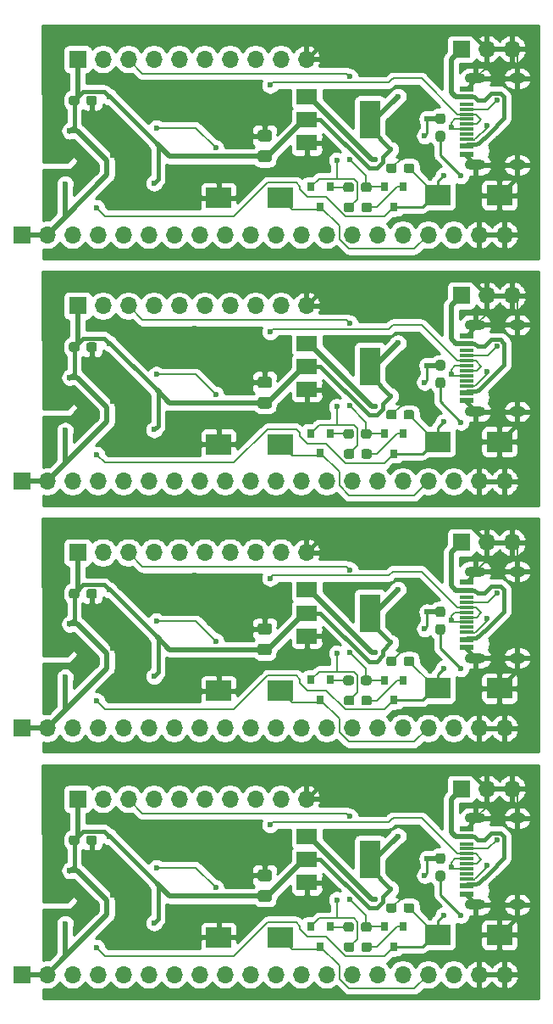
<source format=gbr>
%TF.GenerationSoftware,KiCad,Pcbnew,5.1.6-c6e7f7d~87~ubuntu20.04.1*%
%TF.CreationDate,2020-08-08T19:49:55+10:00*%
%TF.ProjectId,borscht-esp-pico-panel,626f7273-6368-4742-9d65-73702d706963,rev?*%
%TF.SameCoordinates,Original*%
%TF.FileFunction,Copper,L2,Bot*%
%TF.FilePolarity,Positive*%
%FSLAX46Y46*%
G04 Gerber Fmt 4.6, Leading zero omitted, Abs format (unit mm)*
G04 Created by KiCad (PCBNEW 5.1.6-c6e7f7d~87~ubuntu20.04.1) date 2020-08-08 19:49:55*
%MOMM*%
%LPD*%
G01*
G04 APERTURE LIST*
%TA.AperFunction,ComponentPad*%
%ADD10O,1.600000X1.000000*%
%TD*%
%TA.AperFunction,ComponentPad*%
%ADD11O,2.100000X1.000000*%
%TD*%
%TA.AperFunction,SMDPad,CuDef*%
%ADD12R,1.450000X0.300000*%
%TD*%
%TA.AperFunction,SMDPad,CuDef*%
%ADD13R,1.450000X0.600000*%
%TD*%
%TA.AperFunction,ComponentPad*%
%ADD14R,1.700000X1.700000*%
%TD*%
%TA.AperFunction,ComponentPad*%
%ADD15O,1.700000X1.700000*%
%TD*%
%TA.AperFunction,SMDPad,CuDef*%
%ADD16R,0.800000X0.900000*%
%TD*%
%TA.AperFunction,SMDPad,CuDef*%
%ADD17R,2.500000X2.000000*%
%TD*%
%TA.AperFunction,SMDPad,CuDef*%
%ADD18R,2.000000X3.800000*%
%TD*%
%TA.AperFunction,SMDPad,CuDef*%
%ADD19R,2.000000X1.500000*%
%TD*%
%TA.AperFunction,ViaPad*%
%ADD20C,0.600000*%
%TD*%
%TA.AperFunction,Conductor*%
%ADD21C,0.508000*%
%TD*%
%TA.AperFunction,Conductor*%
%ADD22C,0.381000*%
%TD*%
%TA.AperFunction,Conductor*%
%ADD23C,0.254000*%
%TD*%
%TA.AperFunction,Conductor*%
%ADD24C,0.177800*%
%TD*%
G04 APERTURE END LIST*
%TO.P,C2,1*%
%TO.N,Board_4-EN*%
%TA.AperFunction,SMDPad,CuDef*%
G36*
G01*
X94072001Y-138499716D02*
X94072001Y-138974716D01*
G75*
G02*
X93834501Y-139212216I-237500J0D01*
G01*
X93259501Y-139212216D01*
G75*
G02*
X93022001Y-138974716I0J237500D01*
G01*
X93022001Y-138499716D01*
G75*
G02*
X93259501Y-138262216I237500J0D01*
G01*
X93834501Y-138262216D01*
G75*
G02*
X94072001Y-138499716I0J-237500D01*
G01*
G37*
%TD.AperFunction*%
%TO.P,C2,2*%
%TO.N,Board_4-GND*%
%TA.AperFunction,SMDPad,CuDef*%
G36*
G01*
X92322001Y-138499716D02*
X92322001Y-138974716D01*
G75*
G02*
X92084501Y-139212216I-237500J0D01*
G01*
X91509501Y-139212216D01*
G75*
G02*
X91272001Y-138974716I0J237500D01*
G01*
X91272001Y-138499716D01*
G75*
G02*
X91509501Y-138262216I237500J0D01*
G01*
X92084501Y-138262216D01*
G75*
G02*
X92322001Y-138499716I0J-237500D01*
G01*
G37*
%TD.AperFunction*%
%TD*%
%TO.P,C3,1*%
%TO.N,Board_4-+3V3*%
%TA.AperFunction,SMDPad,CuDef*%
G36*
G01*
X79583802Y-138127416D02*
X78683800Y-138127416D01*
G75*
G02*
X78433801Y-137877417I0J249999D01*
G01*
X78433801Y-137227415D01*
G75*
G02*
X78683800Y-136977416I249999J0D01*
G01*
X79583802Y-136977416D01*
G75*
G02*
X79833801Y-137227415I0J-249999D01*
G01*
X79833801Y-137877417D01*
G75*
G02*
X79583802Y-138127416I-249999J0D01*
G01*
G37*
%TD.AperFunction*%
%TO.P,C3,2*%
%TO.N,Board_4-GND*%
%TA.AperFunction,SMDPad,CuDef*%
G36*
G01*
X79583802Y-136077416D02*
X78683800Y-136077416D01*
G75*
G02*
X78433801Y-135827417I0J249999D01*
G01*
X78433801Y-135177415D01*
G75*
G02*
X78683800Y-134927416I249999J0D01*
G01*
X79583802Y-134927416D01*
G75*
G02*
X79833801Y-135177415I0J-249999D01*
G01*
X79833801Y-135827417D01*
G75*
G02*
X79583802Y-136077416I-249999J0D01*
G01*
G37*
%TD.AperFunction*%
%TD*%
%TO.P,C4,1*%
%TO.N,Board_4-GND*%
%TA.AperFunction,SMDPad,CuDef*%
G36*
G01*
X62347401Y-131743316D02*
X62347401Y-132218316D01*
G75*
G02*
X62109901Y-132455816I-237500J0D01*
G01*
X61534901Y-132455816D01*
G75*
G02*
X61297401Y-132218316I0J237500D01*
G01*
X61297401Y-131743316D01*
G75*
G02*
X61534901Y-131505816I237500J0D01*
G01*
X62109901Y-131505816D01*
G75*
G02*
X62347401Y-131743316I0J-237500D01*
G01*
G37*
%TD.AperFunction*%
%TO.P,C4,2*%
%TO.N,Board_4-+3V3*%
%TA.AperFunction,SMDPad,CuDef*%
G36*
G01*
X60597401Y-131743316D02*
X60597401Y-132218316D01*
G75*
G02*
X60359901Y-132455816I-237500J0D01*
G01*
X59784901Y-132455816D01*
G75*
G02*
X59547401Y-132218316I0J237500D01*
G01*
X59547401Y-131743316D01*
G75*
G02*
X59784901Y-131505816I237500J0D01*
G01*
X60359901Y-131505816D01*
G75*
G02*
X60597401Y-131743316I0J-237500D01*
G01*
G37*
%TD.AperFunction*%
%TD*%
D10*
%TO.P,J1,S1*%
%TO.N,Board_4-GND*%
X104364601Y-138409016D03*
X104364601Y-129769016D03*
D11*
X100184601Y-129769016D03*
X100184601Y-138409016D03*
D12*
%TO.P,J1,A6*%
%TO.N,Board_4-USB_DP*%
X99269601Y-133839016D03*
%TO.P,J1,B5*%
%TO.N,Board_4-Net-(J1-PadB5)*%
X99269601Y-135839016D03*
%TO.P,J1,A8*%
%TO.N,Board_4-Net-(J1-PadA8)*%
X99269601Y-135339016D03*
%TO.P,J1,B6*%
%TO.N,Board_4-USB_DP*%
X99269601Y-134839016D03*
%TO.P,J1,A7*%
%TO.N,Board_4-USB_DN*%
X99269601Y-134339016D03*
%TO.P,J1,B7*%
X99269601Y-133339016D03*
%TO.P,J1,A5*%
%TO.N,Board_4-Net-(J1-PadA5)*%
X99269601Y-132839016D03*
%TO.P,J1,B8*%
%TO.N,Board_4-Net-(J1-PadB8)*%
X99269601Y-132339016D03*
D13*
%TO.P,J1,A12*%
%TO.N,Board_4-GND*%
X99269601Y-137339016D03*
%TO.P,J1,B4*%
%TO.N,Board_4-+5V*%
X99269601Y-136539016D03*
%TO.P,J1,A4*%
X99269601Y-131639016D03*
%TO.P,J1,A1*%
%TO.N,Board_4-GND*%
X99269601Y-130839016D03*
%TO.P,J1,B12*%
X99269601Y-130839016D03*
%TO.P,J1,B9*%
%TO.N,Board_4-+5V*%
X99269601Y-131639016D03*
%TO.P,J1,A9*%
X99269601Y-136539016D03*
%TO.P,J1,B1*%
%TO.N,Board_4-GND*%
X99269601Y-137339016D03*
%TD*%
D14*
%TO.P,J3,1*%
%TO.N,Board_4-+3V3*%
X60414001Y-127866016D03*
D15*
%TO.P,J3,2*%
%TO.N,Board_4-IO21*%
X62954001Y-127866016D03*
%TO.P,J3,3*%
%TO.N,Board_4-TxD0*%
X65494001Y-127866016D03*
%TO.P,J3,4*%
%TO.N,Board_4-RxD0*%
X68034001Y-127866016D03*
%TO.P,J3,5*%
%TO.N,Board_4-IO22*%
X70574001Y-127866016D03*
%TO.P,J3,6*%
%TO.N,Board_4-IO19*%
X73114001Y-127866016D03*
%TO.P,J3,7*%
%TO.N,Board_4-IO23*%
X75654001Y-127866016D03*
%TO.P,J3,8*%
%TO.N,Board_4-IO18*%
X78194001Y-127866016D03*
%TO.P,J3,9*%
%TO.N,Board_4-IO5*%
X80734001Y-127866016D03*
%TO.P,J3,10*%
%TO.N,Board_4-GND*%
X83274001Y-127866016D03*
%TD*%
D16*
%TO.P,Q1,1*%
%TO.N,Board_4-DTR*%
X83746401Y-140582016D03*
%TO.P,Q1,2*%
%TO.N,Board_4-Net-(Q1-Pad2)*%
X85646401Y-140582016D03*
%TO.P,Q1,3*%
%TO.N,Board_4-IO0*%
X84696401Y-142582016D03*
%TD*%
%TO.P,Q2,1*%
%TO.N,Board_4-RTS*%
X91087001Y-140607416D03*
%TO.P,Q2,2*%
%TO.N,Board_4-Net-(Q2-Pad2)*%
X92987001Y-140607416D03*
%TO.P,Q2,3*%
%TO.N,Board_4-EN*%
X92037001Y-142607416D03*
%TD*%
%TO.P,R2,1*%
%TO.N,Board_4-Net-(Q1-Pad2)*%
%TA.AperFunction,SMDPad,CuDef*%
G36*
G01*
X86990801Y-140879716D02*
X86990801Y-140404716D01*
G75*
G02*
X87228301Y-140167216I237500J0D01*
G01*
X87803301Y-140167216D01*
G75*
G02*
X88040801Y-140404716I0J-237500D01*
G01*
X88040801Y-140879716D01*
G75*
G02*
X87803301Y-141117216I-237500J0D01*
G01*
X87228301Y-141117216D01*
G75*
G02*
X86990801Y-140879716I0J237500D01*
G01*
G37*
%TD.AperFunction*%
%TO.P,R2,2*%
%TO.N,Board_4-RTS*%
%TA.AperFunction,SMDPad,CuDef*%
G36*
G01*
X88740801Y-140879716D02*
X88740801Y-140404716D01*
G75*
G02*
X88978301Y-140167216I237500J0D01*
G01*
X89553301Y-140167216D01*
G75*
G02*
X89790801Y-140404716I0J-237500D01*
G01*
X89790801Y-140879716D01*
G75*
G02*
X89553301Y-141117216I-237500J0D01*
G01*
X88978301Y-141117216D01*
G75*
G02*
X88740801Y-140879716I0J237500D01*
G01*
G37*
%TD.AperFunction*%
%TD*%
%TO.P,R3,1*%
%TO.N,Board_4-Net-(Q2-Pad2)*%
%TA.AperFunction,SMDPad,CuDef*%
G36*
G01*
X89830201Y-142411316D02*
X89830201Y-142886316D01*
G75*
G02*
X89592701Y-143123816I-237500J0D01*
G01*
X89017701Y-143123816D01*
G75*
G02*
X88780201Y-142886316I0J237500D01*
G01*
X88780201Y-142411316D01*
G75*
G02*
X89017701Y-142173816I237500J0D01*
G01*
X89592701Y-142173816D01*
G75*
G02*
X89830201Y-142411316I0J-237500D01*
G01*
G37*
%TD.AperFunction*%
%TO.P,R3,2*%
%TO.N,Board_4-DTR*%
%TA.AperFunction,SMDPad,CuDef*%
G36*
G01*
X88080201Y-142411316D02*
X88080201Y-142886316D01*
G75*
G02*
X87842701Y-143123816I-237500J0D01*
G01*
X87267701Y-143123816D01*
G75*
G02*
X87030201Y-142886316I0J237500D01*
G01*
X87030201Y-142411316D01*
G75*
G02*
X87267701Y-142173816I237500J0D01*
G01*
X87842701Y-142173816D01*
G75*
G02*
X88080201Y-142411316I0J-237500D01*
G01*
G37*
%TD.AperFunction*%
%TD*%
%TO.P,R6,1*%
%TO.N,Board_4-+5V*%
%TA.AperFunction,SMDPad,CuDef*%
G36*
G01*
X96447701Y-133273216D02*
X96922701Y-133273216D01*
G75*
G02*
X97160201Y-133510716I0J-237500D01*
G01*
X97160201Y-134085716D01*
G75*
G02*
X96922701Y-134323216I-237500J0D01*
G01*
X96447701Y-134323216D01*
G75*
G02*
X96210201Y-134085716I0J237500D01*
G01*
X96210201Y-133510716D01*
G75*
G02*
X96447701Y-133273216I237500J0D01*
G01*
G37*
%TD.AperFunction*%
%TO.P,R6,2*%
%TO.N,Board_4-Net-(D1-Pad2)*%
%TA.AperFunction,SMDPad,CuDef*%
G36*
G01*
X96447701Y-135023216D02*
X96922701Y-135023216D01*
G75*
G02*
X97160201Y-135260716I0J-237500D01*
G01*
X97160201Y-135835716D01*
G75*
G02*
X96922701Y-136073216I-237500J0D01*
G01*
X96447701Y-136073216D01*
G75*
G02*
X96210201Y-135835716I0J237500D01*
G01*
X96210201Y-135260716D01*
G75*
G02*
X96447701Y-135023216I237500J0D01*
G01*
G37*
%TD.AperFunction*%
%TD*%
D17*
%TO.P,SW1,2*%
%TO.N,Board_4-GND*%
X74504401Y-141683616D03*
%TO.P,SW1,1*%
%TO.N,Board_4-IO0*%
X80664401Y-141683616D03*
%TD*%
%TO.P,SW2,2*%
%TO.N,Board_4-GND*%
X102584601Y-141429616D03*
%TO.P,SW2,1*%
%TO.N,Board_4-EN*%
X96424601Y-141429616D03*
%TD*%
D18*
%TO.P,U4,2*%
%TO.N,Board_4-+3V3*%
X89624401Y-133911216D03*
D19*
X83324401Y-133911216D03*
%TO.P,U4,3*%
%TO.N,Board_4-+5V*%
X83324401Y-131611216D03*
%TO.P,U4,1*%
%TO.N,Board_4-GND*%
X83324401Y-136211216D03*
%TD*%
D14*
%TO.P,J2,1*%
%TO.N,Board_4-+3V3*%
X54826001Y-145392016D03*
D15*
%TO.P,J2,2*%
X57366001Y-145392016D03*
%TO.P,J2,3*%
%TO.N,Board_4-SENSE_VP*%
X59906001Y-145392016D03*
%TO.P,J2,4*%
%TO.N,Board_4-SENSE_CAPP*%
X62446001Y-145392016D03*
%TO.P,J2,5*%
%TO.N,Board_4-SENSE_CAPN*%
X64986001Y-145392016D03*
%TO.P,J2,6*%
%TO.N,Board_4-SENSE_VN*%
X67526001Y-145392016D03*
%TO.P,J2,7*%
%TO.N,Board_4-IO32*%
X70066001Y-145392016D03*
%TO.P,J2,8*%
%TO.N,Board_4-IO33*%
X72606001Y-145392016D03*
%TO.P,J2,9*%
%TO.N,Board_4-IO25*%
X75146001Y-145392016D03*
%TO.P,J2,10*%
%TO.N,Board_4-IO26*%
X77686001Y-145392016D03*
%TO.P,J2,11*%
%TO.N,Board_4-IO27*%
X80226001Y-145392016D03*
%TO.P,J2,12*%
%TO.N,Board_4-IO14*%
X82766001Y-145392016D03*
%TO.P,J2,13*%
%TO.N,Board_4-IO12*%
X85306001Y-145392016D03*
%TO.P,J2,14*%
%TO.N,Board_4-IO13*%
X87846001Y-145392016D03*
%TO.P,J2,15*%
%TO.N,Board_4-IO15*%
X90386001Y-145392016D03*
%TO.P,J2,16*%
%TO.N,Board_4-IO2*%
X92926001Y-145392016D03*
%TO.P,J2,17*%
%TO.N,Board_4-IO0*%
X95466001Y-145392016D03*
%TO.P,J2,18*%
%TO.N,Board_4-IO4*%
X98006001Y-145392016D03*
%TO.P,J2,19*%
%TO.N,Board_4-GND*%
X100546001Y-145392016D03*
%TO.P,J2,20*%
X103086001Y-145392016D03*
%TD*%
D14*
%TO.P,J4,1*%
%TO.N,Board_4-+5V*%
X98768001Y-126850016D03*
D15*
%TO.P,J4,2*%
%TO.N,Board_4-GND*%
X101308001Y-126850016D03*
%TO.P,J4,3*%
X103848001Y-126850016D03*
%TD*%
%TO.P,C2,1*%
%TO.N,Board_3-EN*%
%TA.AperFunction,SMDPad,CuDef*%
G36*
G01*
X94072001Y-113893711D02*
X94072001Y-114368711D01*
G75*
G02*
X93834501Y-114606211I-237500J0D01*
G01*
X93259501Y-114606211D01*
G75*
G02*
X93022001Y-114368711I0J237500D01*
G01*
X93022001Y-113893711D01*
G75*
G02*
X93259501Y-113656211I237500J0D01*
G01*
X93834501Y-113656211D01*
G75*
G02*
X94072001Y-113893711I0J-237500D01*
G01*
G37*
%TD.AperFunction*%
%TO.P,C2,2*%
%TO.N,Board_3-GND*%
%TA.AperFunction,SMDPad,CuDef*%
G36*
G01*
X92322001Y-113893711D02*
X92322001Y-114368711D01*
G75*
G02*
X92084501Y-114606211I-237500J0D01*
G01*
X91509501Y-114606211D01*
G75*
G02*
X91272001Y-114368711I0J237500D01*
G01*
X91272001Y-113893711D01*
G75*
G02*
X91509501Y-113656211I237500J0D01*
G01*
X92084501Y-113656211D01*
G75*
G02*
X92322001Y-113893711I0J-237500D01*
G01*
G37*
%TD.AperFunction*%
%TD*%
%TO.P,C3,1*%
%TO.N,Board_3-+3V3*%
%TA.AperFunction,SMDPad,CuDef*%
G36*
G01*
X79583802Y-113521411D02*
X78683800Y-113521411D01*
G75*
G02*
X78433801Y-113271412I0J249999D01*
G01*
X78433801Y-112621410D01*
G75*
G02*
X78683800Y-112371411I249999J0D01*
G01*
X79583802Y-112371411D01*
G75*
G02*
X79833801Y-112621410I0J-249999D01*
G01*
X79833801Y-113271412D01*
G75*
G02*
X79583802Y-113521411I-249999J0D01*
G01*
G37*
%TD.AperFunction*%
%TO.P,C3,2*%
%TO.N,Board_3-GND*%
%TA.AperFunction,SMDPad,CuDef*%
G36*
G01*
X79583802Y-111471411D02*
X78683800Y-111471411D01*
G75*
G02*
X78433801Y-111221412I0J249999D01*
G01*
X78433801Y-110571410D01*
G75*
G02*
X78683800Y-110321411I249999J0D01*
G01*
X79583802Y-110321411D01*
G75*
G02*
X79833801Y-110571410I0J-249999D01*
G01*
X79833801Y-111221412D01*
G75*
G02*
X79583802Y-111471411I-249999J0D01*
G01*
G37*
%TD.AperFunction*%
%TD*%
%TO.P,C4,1*%
%TO.N,Board_3-GND*%
%TA.AperFunction,SMDPad,CuDef*%
G36*
G01*
X62347401Y-107137311D02*
X62347401Y-107612311D01*
G75*
G02*
X62109901Y-107849811I-237500J0D01*
G01*
X61534901Y-107849811D01*
G75*
G02*
X61297401Y-107612311I0J237500D01*
G01*
X61297401Y-107137311D01*
G75*
G02*
X61534901Y-106899811I237500J0D01*
G01*
X62109901Y-106899811D01*
G75*
G02*
X62347401Y-107137311I0J-237500D01*
G01*
G37*
%TD.AperFunction*%
%TO.P,C4,2*%
%TO.N,Board_3-+3V3*%
%TA.AperFunction,SMDPad,CuDef*%
G36*
G01*
X60597401Y-107137311D02*
X60597401Y-107612311D01*
G75*
G02*
X60359901Y-107849811I-237500J0D01*
G01*
X59784901Y-107849811D01*
G75*
G02*
X59547401Y-107612311I0J237500D01*
G01*
X59547401Y-107137311D01*
G75*
G02*
X59784901Y-106899811I237500J0D01*
G01*
X60359901Y-106899811D01*
G75*
G02*
X60597401Y-107137311I0J-237500D01*
G01*
G37*
%TD.AperFunction*%
%TD*%
D10*
%TO.P,J1,S1*%
%TO.N,Board_3-GND*%
X104364601Y-113803011D03*
X104364601Y-105163011D03*
D11*
X100184601Y-105163011D03*
X100184601Y-113803011D03*
D12*
%TO.P,J1,A6*%
%TO.N,Board_3-USB_DP*%
X99269601Y-109233011D03*
%TO.P,J1,B5*%
%TO.N,Board_3-Net-(J1-PadB5)*%
X99269601Y-111233011D03*
%TO.P,J1,A8*%
%TO.N,Board_3-Net-(J1-PadA8)*%
X99269601Y-110733011D03*
%TO.P,J1,B6*%
%TO.N,Board_3-USB_DP*%
X99269601Y-110233011D03*
%TO.P,J1,A7*%
%TO.N,Board_3-USB_DN*%
X99269601Y-109733011D03*
%TO.P,J1,B7*%
X99269601Y-108733011D03*
%TO.P,J1,A5*%
%TO.N,Board_3-Net-(J1-PadA5)*%
X99269601Y-108233011D03*
%TO.P,J1,B8*%
%TO.N,Board_3-Net-(J1-PadB8)*%
X99269601Y-107733011D03*
D13*
%TO.P,J1,A12*%
%TO.N,Board_3-GND*%
X99269601Y-112733011D03*
%TO.P,J1,B4*%
%TO.N,Board_3-+5V*%
X99269601Y-111933011D03*
%TO.P,J1,A4*%
X99269601Y-107033011D03*
%TO.P,J1,A1*%
%TO.N,Board_3-GND*%
X99269601Y-106233011D03*
%TO.P,J1,B12*%
X99269601Y-106233011D03*
%TO.P,J1,B9*%
%TO.N,Board_3-+5V*%
X99269601Y-107033011D03*
%TO.P,J1,A9*%
X99269601Y-111933011D03*
%TO.P,J1,B1*%
%TO.N,Board_3-GND*%
X99269601Y-112733011D03*
%TD*%
D14*
%TO.P,J3,1*%
%TO.N,Board_3-+3V3*%
X60414001Y-103260011D03*
D15*
%TO.P,J3,2*%
%TO.N,Board_3-IO21*%
X62954001Y-103260011D03*
%TO.P,J3,3*%
%TO.N,Board_3-TxD0*%
X65494001Y-103260011D03*
%TO.P,J3,4*%
%TO.N,Board_3-RxD0*%
X68034001Y-103260011D03*
%TO.P,J3,5*%
%TO.N,Board_3-IO22*%
X70574001Y-103260011D03*
%TO.P,J3,6*%
%TO.N,Board_3-IO19*%
X73114001Y-103260011D03*
%TO.P,J3,7*%
%TO.N,Board_3-IO23*%
X75654001Y-103260011D03*
%TO.P,J3,8*%
%TO.N,Board_3-IO18*%
X78194001Y-103260011D03*
%TO.P,J3,9*%
%TO.N,Board_3-IO5*%
X80734001Y-103260011D03*
%TO.P,J3,10*%
%TO.N,Board_3-GND*%
X83274001Y-103260011D03*
%TD*%
D16*
%TO.P,Q1,1*%
%TO.N,Board_3-DTR*%
X83746401Y-115976011D03*
%TO.P,Q1,2*%
%TO.N,Board_3-Net-(Q1-Pad2)*%
X85646401Y-115976011D03*
%TO.P,Q1,3*%
%TO.N,Board_3-IO0*%
X84696401Y-117976011D03*
%TD*%
%TO.P,Q2,1*%
%TO.N,Board_3-RTS*%
X91087001Y-116001411D03*
%TO.P,Q2,2*%
%TO.N,Board_3-Net-(Q2-Pad2)*%
X92987001Y-116001411D03*
%TO.P,Q2,3*%
%TO.N,Board_3-EN*%
X92037001Y-118001411D03*
%TD*%
%TO.P,R2,1*%
%TO.N,Board_3-Net-(Q1-Pad2)*%
%TA.AperFunction,SMDPad,CuDef*%
G36*
G01*
X86990801Y-116273711D02*
X86990801Y-115798711D01*
G75*
G02*
X87228301Y-115561211I237500J0D01*
G01*
X87803301Y-115561211D01*
G75*
G02*
X88040801Y-115798711I0J-237500D01*
G01*
X88040801Y-116273711D01*
G75*
G02*
X87803301Y-116511211I-237500J0D01*
G01*
X87228301Y-116511211D01*
G75*
G02*
X86990801Y-116273711I0J237500D01*
G01*
G37*
%TD.AperFunction*%
%TO.P,R2,2*%
%TO.N,Board_3-RTS*%
%TA.AperFunction,SMDPad,CuDef*%
G36*
G01*
X88740801Y-116273711D02*
X88740801Y-115798711D01*
G75*
G02*
X88978301Y-115561211I237500J0D01*
G01*
X89553301Y-115561211D01*
G75*
G02*
X89790801Y-115798711I0J-237500D01*
G01*
X89790801Y-116273711D01*
G75*
G02*
X89553301Y-116511211I-237500J0D01*
G01*
X88978301Y-116511211D01*
G75*
G02*
X88740801Y-116273711I0J237500D01*
G01*
G37*
%TD.AperFunction*%
%TD*%
%TO.P,R3,1*%
%TO.N,Board_3-Net-(Q2-Pad2)*%
%TA.AperFunction,SMDPad,CuDef*%
G36*
G01*
X89830201Y-117805311D02*
X89830201Y-118280311D01*
G75*
G02*
X89592701Y-118517811I-237500J0D01*
G01*
X89017701Y-118517811D01*
G75*
G02*
X88780201Y-118280311I0J237500D01*
G01*
X88780201Y-117805311D01*
G75*
G02*
X89017701Y-117567811I237500J0D01*
G01*
X89592701Y-117567811D01*
G75*
G02*
X89830201Y-117805311I0J-237500D01*
G01*
G37*
%TD.AperFunction*%
%TO.P,R3,2*%
%TO.N,Board_3-DTR*%
%TA.AperFunction,SMDPad,CuDef*%
G36*
G01*
X88080201Y-117805311D02*
X88080201Y-118280311D01*
G75*
G02*
X87842701Y-118517811I-237500J0D01*
G01*
X87267701Y-118517811D01*
G75*
G02*
X87030201Y-118280311I0J237500D01*
G01*
X87030201Y-117805311D01*
G75*
G02*
X87267701Y-117567811I237500J0D01*
G01*
X87842701Y-117567811D01*
G75*
G02*
X88080201Y-117805311I0J-237500D01*
G01*
G37*
%TD.AperFunction*%
%TD*%
%TO.P,R6,1*%
%TO.N,Board_3-+5V*%
%TA.AperFunction,SMDPad,CuDef*%
G36*
G01*
X96447701Y-108667211D02*
X96922701Y-108667211D01*
G75*
G02*
X97160201Y-108904711I0J-237500D01*
G01*
X97160201Y-109479711D01*
G75*
G02*
X96922701Y-109717211I-237500J0D01*
G01*
X96447701Y-109717211D01*
G75*
G02*
X96210201Y-109479711I0J237500D01*
G01*
X96210201Y-108904711D01*
G75*
G02*
X96447701Y-108667211I237500J0D01*
G01*
G37*
%TD.AperFunction*%
%TO.P,R6,2*%
%TO.N,Board_3-Net-(D1-Pad2)*%
%TA.AperFunction,SMDPad,CuDef*%
G36*
G01*
X96447701Y-110417211D02*
X96922701Y-110417211D01*
G75*
G02*
X97160201Y-110654711I0J-237500D01*
G01*
X97160201Y-111229711D01*
G75*
G02*
X96922701Y-111467211I-237500J0D01*
G01*
X96447701Y-111467211D01*
G75*
G02*
X96210201Y-111229711I0J237500D01*
G01*
X96210201Y-110654711D01*
G75*
G02*
X96447701Y-110417211I237500J0D01*
G01*
G37*
%TD.AperFunction*%
%TD*%
D17*
%TO.P,SW1,2*%
%TO.N,Board_3-GND*%
X74504401Y-117077611D03*
%TO.P,SW1,1*%
%TO.N,Board_3-IO0*%
X80664401Y-117077611D03*
%TD*%
%TO.P,SW2,2*%
%TO.N,Board_3-GND*%
X102584601Y-116823611D03*
%TO.P,SW2,1*%
%TO.N,Board_3-EN*%
X96424601Y-116823611D03*
%TD*%
D18*
%TO.P,U4,2*%
%TO.N,Board_3-+3V3*%
X89624401Y-109305211D03*
D19*
X83324401Y-109305211D03*
%TO.P,U4,3*%
%TO.N,Board_3-+5V*%
X83324401Y-107005211D03*
%TO.P,U4,1*%
%TO.N,Board_3-GND*%
X83324401Y-111605211D03*
%TD*%
D14*
%TO.P,J2,1*%
%TO.N,Board_3-+3V3*%
X54826001Y-120786011D03*
D15*
%TO.P,J2,2*%
X57366001Y-120786011D03*
%TO.P,J2,3*%
%TO.N,Board_3-SENSE_VP*%
X59906001Y-120786011D03*
%TO.P,J2,4*%
%TO.N,Board_3-SENSE_CAPP*%
X62446001Y-120786011D03*
%TO.P,J2,5*%
%TO.N,Board_3-SENSE_CAPN*%
X64986001Y-120786011D03*
%TO.P,J2,6*%
%TO.N,Board_3-SENSE_VN*%
X67526001Y-120786011D03*
%TO.P,J2,7*%
%TO.N,Board_3-IO32*%
X70066001Y-120786011D03*
%TO.P,J2,8*%
%TO.N,Board_3-IO33*%
X72606001Y-120786011D03*
%TO.P,J2,9*%
%TO.N,Board_3-IO25*%
X75146001Y-120786011D03*
%TO.P,J2,10*%
%TO.N,Board_3-IO26*%
X77686001Y-120786011D03*
%TO.P,J2,11*%
%TO.N,Board_3-IO27*%
X80226001Y-120786011D03*
%TO.P,J2,12*%
%TO.N,Board_3-IO14*%
X82766001Y-120786011D03*
%TO.P,J2,13*%
%TO.N,Board_3-IO12*%
X85306001Y-120786011D03*
%TO.P,J2,14*%
%TO.N,Board_3-IO13*%
X87846001Y-120786011D03*
%TO.P,J2,15*%
%TO.N,Board_3-IO15*%
X90386001Y-120786011D03*
%TO.P,J2,16*%
%TO.N,Board_3-IO2*%
X92926001Y-120786011D03*
%TO.P,J2,17*%
%TO.N,Board_3-IO0*%
X95466001Y-120786011D03*
%TO.P,J2,18*%
%TO.N,Board_3-IO4*%
X98006001Y-120786011D03*
%TO.P,J2,19*%
%TO.N,Board_3-GND*%
X100546001Y-120786011D03*
%TO.P,J2,20*%
X103086001Y-120786011D03*
%TD*%
D14*
%TO.P,J4,1*%
%TO.N,Board_3-+5V*%
X98768001Y-102244011D03*
D15*
%TO.P,J4,2*%
%TO.N,Board_3-GND*%
X101308001Y-102244011D03*
%TO.P,J4,3*%
X103848001Y-102244011D03*
%TD*%
%TO.P,C2,1*%
%TO.N,Board_2-EN*%
%TA.AperFunction,SMDPad,CuDef*%
G36*
G01*
X94072001Y-89287706D02*
X94072001Y-89762706D01*
G75*
G02*
X93834501Y-90000206I-237500J0D01*
G01*
X93259501Y-90000206D01*
G75*
G02*
X93022001Y-89762706I0J237500D01*
G01*
X93022001Y-89287706D01*
G75*
G02*
X93259501Y-89050206I237500J0D01*
G01*
X93834501Y-89050206D01*
G75*
G02*
X94072001Y-89287706I0J-237500D01*
G01*
G37*
%TD.AperFunction*%
%TO.P,C2,2*%
%TO.N,Board_2-GND*%
%TA.AperFunction,SMDPad,CuDef*%
G36*
G01*
X92322001Y-89287706D02*
X92322001Y-89762706D01*
G75*
G02*
X92084501Y-90000206I-237500J0D01*
G01*
X91509501Y-90000206D01*
G75*
G02*
X91272001Y-89762706I0J237500D01*
G01*
X91272001Y-89287706D01*
G75*
G02*
X91509501Y-89050206I237500J0D01*
G01*
X92084501Y-89050206D01*
G75*
G02*
X92322001Y-89287706I0J-237500D01*
G01*
G37*
%TD.AperFunction*%
%TD*%
%TO.P,C3,1*%
%TO.N,Board_2-+3V3*%
%TA.AperFunction,SMDPad,CuDef*%
G36*
G01*
X79583802Y-88915406D02*
X78683800Y-88915406D01*
G75*
G02*
X78433801Y-88665407I0J249999D01*
G01*
X78433801Y-88015405D01*
G75*
G02*
X78683800Y-87765406I249999J0D01*
G01*
X79583802Y-87765406D01*
G75*
G02*
X79833801Y-88015405I0J-249999D01*
G01*
X79833801Y-88665407D01*
G75*
G02*
X79583802Y-88915406I-249999J0D01*
G01*
G37*
%TD.AperFunction*%
%TO.P,C3,2*%
%TO.N,Board_2-GND*%
%TA.AperFunction,SMDPad,CuDef*%
G36*
G01*
X79583802Y-86865406D02*
X78683800Y-86865406D01*
G75*
G02*
X78433801Y-86615407I0J249999D01*
G01*
X78433801Y-85965405D01*
G75*
G02*
X78683800Y-85715406I249999J0D01*
G01*
X79583802Y-85715406D01*
G75*
G02*
X79833801Y-85965405I0J-249999D01*
G01*
X79833801Y-86615407D01*
G75*
G02*
X79583802Y-86865406I-249999J0D01*
G01*
G37*
%TD.AperFunction*%
%TD*%
%TO.P,C4,1*%
%TO.N,Board_2-GND*%
%TA.AperFunction,SMDPad,CuDef*%
G36*
G01*
X62347401Y-82531306D02*
X62347401Y-83006306D01*
G75*
G02*
X62109901Y-83243806I-237500J0D01*
G01*
X61534901Y-83243806D01*
G75*
G02*
X61297401Y-83006306I0J237500D01*
G01*
X61297401Y-82531306D01*
G75*
G02*
X61534901Y-82293806I237500J0D01*
G01*
X62109901Y-82293806D01*
G75*
G02*
X62347401Y-82531306I0J-237500D01*
G01*
G37*
%TD.AperFunction*%
%TO.P,C4,2*%
%TO.N,Board_2-+3V3*%
%TA.AperFunction,SMDPad,CuDef*%
G36*
G01*
X60597401Y-82531306D02*
X60597401Y-83006306D01*
G75*
G02*
X60359901Y-83243806I-237500J0D01*
G01*
X59784901Y-83243806D01*
G75*
G02*
X59547401Y-83006306I0J237500D01*
G01*
X59547401Y-82531306D01*
G75*
G02*
X59784901Y-82293806I237500J0D01*
G01*
X60359901Y-82293806D01*
G75*
G02*
X60597401Y-82531306I0J-237500D01*
G01*
G37*
%TD.AperFunction*%
%TD*%
D10*
%TO.P,J1,S1*%
%TO.N,Board_2-GND*%
X104364601Y-89197006D03*
X104364601Y-80557006D03*
D11*
X100184601Y-80557006D03*
X100184601Y-89197006D03*
D12*
%TO.P,J1,A6*%
%TO.N,Board_2-USB_DP*%
X99269601Y-84627006D03*
%TO.P,J1,B5*%
%TO.N,Board_2-Net-(J1-PadB5)*%
X99269601Y-86627006D03*
%TO.P,J1,A8*%
%TO.N,Board_2-Net-(J1-PadA8)*%
X99269601Y-86127006D03*
%TO.P,J1,B6*%
%TO.N,Board_2-USB_DP*%
X99269601Y-85627006D03*
%TO.P,J1,A7*%
%TO.N,Board_2-USB_DN*%
X99269601Y-85127006D03*
%TO.P,J1,B7*%
X99269601Y-84127006D03*
%TO.P,J1,A5*%
%TO.N,Board_2-Net-(J1-PadA5)*%
X99269601Y-83627006D03*
%TO.P,J1,B8*%
%TO.N,Board_2-Net-(J1-PadB8)*%
X99269601Y-83127006D03*
D13*
%TO.P,J1,A12*%
%TO.N,Board_2-GND*%
X99269601Y-88127006D03*
%TO.P,J1,B4*%
%TO.N,Board_2-+5V*%
X99269601Y-87327006D03*
%TO.P,J1,A4*%
X99269601Y-82427006D03*
%TO.P,J1,A1*%
%TO.N,Board_2-GND*%
X99269601Y-81627006D03*
%TO.P,J1,B12*%
X99269601Y-81627006D03*
%TO.P,J1,B9*%
%TO.N,Board_2-+5V*%
X99269601Y-82427006D03*
%TO.P,J1,A9*%
X99269601Y-87327006D03*
%TO.P,J1,B1*%
%TO.N,Board_2-GND*%
X99269601Y-88127006D03*
%TD*%
D14*
%TO.P,J3,1*%
%TO.N,Board_2-+3V3*%
X60414001Y-78654006D03*
D15*
%TO.P,J3,2*%
%TO.N,Board_2-IO21*%
X62954001Y-78654006D03*
%TO.P,J3,3*%
%TO.N,Board_2-TxD0*%
X65494001Y-78654006D03*
%TO.P,J3,4*%
%TO.N,Board_2-RxD0*%
X68034001Y-78654006D03*
%TO.P,J3,5*%
%TO.N,Board_2-IO22*%
X70574001Y-78654006D03*
%TO.P,J3,6*%
%TO.N,Board_2-IO19*%
X73114001Y-78654006D03*
%TO.P,J3,7*%
%TO.N,Board_2-IO23*%
X75654001Y-78654006D03*
%TO.P,J3,8*%
%TO.N,Board_2-IO18*%
X78194001Y-78654006D03*
%TO.P,J3,9*%
%TO.N,Board_2-IO5*%
X80734001Y-78654006D03*
%TO.P,J3,10*%
%TO.N,Board_2-GND*%
X83274001Y-78654006D03*
%TD*%
D16*
%TO.P,Q1,1*%
%TO.N,Board_2-DTR*%
X83746401Y-91370006D03*
%TO.P,Q1,2*%
%TO.N,Board_2-Net-(Q1-Pad2)*%
X85646401Y-91370006D03*
%TO.P,Q1,3*%
%TO.N,Board_2-IO0*%
X84696401Y-93370006D03*
%TD*%
%TO.P,Q2,1*%
%TO.N,Board_2-RTS*%
X91087001Y-91395406D03*
%TO.P,Q2,2*%
%TO.N,Board_2-Net-(Q2-Pad2)*%
X92987001Y-91395406D03*
%TO.P,Q2,3*%
%TO.N,Board_2-EN*%
X92037001Y-93395406D03*
%TD*%
%TO.P,R2,1*%
%TO.N,Board_2-Net-(Q1-Pad2)*%
%TA.AperFunction,SMDPad,CuDef*%
G36*
G01*
X86990801Y-91667706D02*
X86990801Y-91192706D01*
G75*
G02*
X87228301Y-90955206I237500J0D01*
G01*
X87803301Y-90955206D01*
G75*
G02*
X88040801Y-91192706I0J-237500D01*
G01*
X88040801Y-91667706D01*
G75*
G02*
X87803301Y-91905206I-237500J0D01*
G01*
X87228301Y-91905206D01*
G75*
G02*
X86990801Y-91667706I0J237500D01*
G01*
G37*
%TD.AperFunction*%
%TO.P,R2,2*%
%TO.N,Board_2-RTS*%
%TA.AperFunction,SMDPad,CuDef*%
G36*
G01*
X88740801Y-91667706D02*
X88740801Y-91192706D01*
G75*
G02*
X88978301Y-90955206I237500J0D01*
G01*
X89553301Y-90955206D01*
G75*
G02*
X89790801Y-91192706I0J-237500D01*
G01*
X89790801Y-91667706D01*
G75*
G02*
X89553301Y-91905206I-237500J0D01*
G01*
X88978301Y-91905206D01*
G75*
G02*
X88740801Y-91667706I0J237500D01*
G01*
G37*
%TD.AperFunction*%
%TD*%
%TO.P,R3,1*%
%TO.N,Board_2-Net-(Q2-Pad2)*%
%TA.AperFunction,SMDPad,CuDef*%
G36*
G01*
X89830201Y-93199306D02*
X89830201Y-93674306D01*
G75*
G02*
X89592701Y-93911806I-237500J0D01*
G01*
X89017701Y-93911806D01*
G75*
G02*
X88780201Y-93674306I0J237500D01*
G01*
X88780201Y-93199306D01*
G75*
G02*
X89017701Y-92961806I237500J0D01*
G01*
X89592701Y-92961806D01*
G75*
G02*
X89830201Y-93199306I0J-237500D01*
G01*
G37*
%TD.AperFunction*%
%TO.P,R3,2*%
%TO.N,Board_2-DTR*%
%TA.AperFunction,SMDPad,CuDef*%
G36*
G01*
X88080201Y-93199306D02*
X88080201Y-93674306D01*
G75*
G02*
X87842701Y-93911806I-237500J0D01*
G01*
X87267701Y-93911806D01*
G75*
G02*
X87030201Y-93674306I0J237500D01*
G01*
X87030201Y-93199306D01*
G75*
G02*
X87267701Y-92961806I237500J0D01*
G01*
X87842701Y-92961806D01*
G75*
G02*
X88080201Y-93199306I0J-237500D01*
G01*
G37*
%TD.AperFunction*%
%TD*%
%TO.P,R6,1*%
%TO.N,Board_2-+5V*%
%TA.AperFunction,SMDPad,CuDef*%
G36*
G01*
X96447701Y-84061206D02*
X96922701Y-84061206D01*
G75*
G02*
X97160201Y-84298706I0J-237500D01*
G01*
X97160201Y-84873706D01*
G75*
G02*
X96922701Y-85111206I-237500J0D01*
G01*
X96447701Y-85111206D01*
G75*
G02*
X96210201Y-84873706I0J237500D01*
G01*
X96210201Y-84298706D01*
G75*
G02*
X96447701Y-84061206I237500J0D01*
G01*
G37*
%TD.AperFunction*%
%TO.P,R6,2*%
%TO.N,Board_2-Net-(D1-Pad2)*%
%TA.AperFunction,SMDPad,CuDef*%
G36*
G01*
X96447701Y-85811206D02*
X96922701Y-85811206D01*
G75*
G02*
X97160201Y-86048706I0J-237500D01*
G01*
X97160201Y-86623706D01*
G75*
G02*
X96922701Y-86861206I-237500J0D01*
G01*
X96447701Y-86861206D01*
G75*
G02*
X96210201Y-86623706I0J237500D01*
G01*
X96210201Y-86048706D01*
G75*
G02*
X96447701Y-85811206I237500J0D01*
G01*
G37*
%TD.AperFunction*%
%TD*%
D17*
%TO.P,SW1,2*%
%TO.N,Board_2-GND*%
X74504401Y-92471606D03*
%TO.P,SW1,1*%
%TO.N,Board_2-IO0*%
X80664401Y-92471606D03*
%TD*%
%TO.P,SW2,2*%
%TO.N,Board_2-GND*%
X102584601Y-92217606D03*
%TO.P,SW2,1*%
%TO.N,Board_2-EN*%
X96424601Y-92217606D03*
%TD*%
D18*
%TO.P,U4,2*%
%TO.N,Board_2-+3V3*%
X89624401Y-84699206D03*
D19*
X83324401Y-84699206D03*
%TO.P,U4,3*%
%TO.N,Board_2-+5V*%
X83324401Y-82399206D03*
%TO.P,U4,1*%
%TO.N,Board_2-GND*%
X83324401Y-86999206D03*
%TD*%
D14*
%TO.P,J2,1*%
%TO.N,Board_2-+3V3*%
X54826001Y-96180006D03*
D15*
%TO.P,J2,2*%
X57366001Y-96180006D03*
%TO.P,J2,3*%
%TO.N,Board_2-SENSE_VP*%
X59906001Y-96180006D03*
%TO.P,J2,4*%
%TO.N,Board_2-SENSE_CAPP*%
X62446001Y-96180006D03*
%TO.P,J2,5*%
%TO.N,Board_2-SENSE_CAPN*%
X64986001Y-96180006D03*
%TO.P,J2,6*%
%TO.N,Board_2-SENSE_VN*%
X67526001Y-96180006D03*
%TO.P,J2,7*%
%TO.N,Board_2-IO32*%
X70066001Y-96180006D03*
%TO.P,J2,8*%
%TO.N,Board_2-IO33*%
X72606001Y-96180006D03*
%TO.P,J2,9*%
%TO.N,Board_2-IO25*%
X75146001Y-96180006D03*
%TO.P,J2,10*%
%TO.N,Board_2-IO26*%
X77686001Y-96180006D03*
%TO.P,J2,11*%
%TO.N,Board_2-IO27*%
X80226001Y-96180006D03*
%TO.P,J2,12*%
%TO.N,Board_2-IO14*%
X82766001Y-96180006D03*
%TO.P,J2,13*%
%TO.N,Board_2-IO12*%
X85306001Y-96180006D03*
%TO.P,J2,14*%
%TO.N,Board_2-IO13*%
X87846001Y-96180006D03*
%TO.P,J2,15*%
%TO.N,Board_2-IO15*%
X90386001Y-96180006D03*
%TO.P,J2,16*%
%TO.N,Board_2-IO2*%
X92926001Y-96180006D03*
%TO.P,J2,17*%
%TO.N,Board_2-IO0*%
X95466001Y-96180006D03*
%TO.P,J2,18*%
%TO.N,Board_2-IO4*%
X98006001Y-96180006D03*
%TO.P,J2,19*%
%TO.N,Board_2-GND*%
X100546001Y-96180006D03*
%TO.P,J2,20*%
X103086001Y-96180006D03*
%TD*%
D14*
%TO.P,J4,1*%
%TO.N,Board_2-+5V*%
X98768001Y-77638006D03*
D15*
%TO.P,J4,2*%
%TO.N,Board_2-GND*%
X101308001Y-77638006D03*
%TO.P,J4,3*%
X103848001Y-77638006D03*
%TD*%
%TO.P,C2,1*%
%TO.N,Board_1-EN*%
%TA.AperFunction,SMDPad,CuDef*%
G36*
G01*
X94072001Y-64681701D02*
X94072001Y-65156701D01*
G75*
G02*
X93834501Y-65394201I-237500J0D01*
G01*
X93259501Y-65394201D01*
G75*
G02*
X93022001Y-65156701I0J237500D01*
G01*
X93022001Y-64681701D01*
G75*
G02*
X93259501Y-64444201I237500J0D01*
G01*
X93834501Y-64444201D01*
G75*
G02*
X94072001Y-64681701I0J-237500D01*
G01*
G37*
%TD.AperFunction*%
%TO.P,C2,2*%
%TO.N,Board_1-GND*%
%TA.AperFunction,SMDPad,CuDef*%
G36*
G01*
X92322001Y-64681701D02*
X92322001Y-65156701D01*
G75*
G02*
X92084501Y-65394201I-237500J0D01*
G01*
X91509501Y-65394201D01*
G75*
G02*
X91272001Y-65156701I0J237500D01*
G01*
X91272001Y-64681701D01*
G75*
G02*
X91509501Y-64444201I237500J0D01*
G01*
X92084501Y-64444201D01*
G75*
G02*
X92322001Y-64681701I0J-237500D01*
G01*
G37*
%TD.AperFunction*%
%TD*%
%TO.P,C3,1*%
%TO.N,Board_1-+3V3*%
%TA.AperFunction,SMDPad,CuDef*%
G36*
G01*
X79583802Y-64309401D02*
X78683800Y-64309401D01*
G75*
G02*
X78433801Y-64059402I0J249999D01*
G01*
X78433801Y-63409400D01*
G75*
G02*
X78683800Y-63159401I249999J0D01*
G01*
X79583802Y-63159401D01*
G75*
G02*
X79833801Y-63409400I0J-249999D01*
G01*
X79833801Y-64059402D01*
G75*
G02*
X79583802Y-64309401I-249999J0D01*
G01*
G37*
%TD.AperFunction*%
%TO.P,C3,2*%
%TO.N,Board_1-GND*%
%TA.AperFunction,SMDPad,CuDef*%
G36*
G01*
X79583802Y-62259401D02*
X78683800Y-62259401D01*
G75*
G02*
X78433801Y-62009402I0J249999D01*
G01*
X78433801Y-61359400D01*
G75*
G02*
X78683800Y-61109401I249999J0D01*
G01*
X79583802Y-61109401D01*
G75*
G02*
X79833801Y-61359400I0J-249999D01*
G01*
X79833801Y-62009402D01*
G75*
G02*
X79583802Y-62259401I-249999J0D01*
G01*
G37*
%TD.AperFunction*%
%TD*%
%TO.P,C4,1*%
%TO.N,Board_1-GND*%
%TA.AperFunction,SMDPad,CuDef*%
G36*
G01*
X62347401Y-57925301D02*
X62347401Y-58400301D01*
G75*
G02*
X62109901Y-58637801I-237500J0D01*
G01*
X61534901Y-58637801D01*
G75*
G02*
X61297401Y-58400301I0J237500D01*
G01*
X61297401Y-57925301D01*
G75*
G02*
X61534901Y-57687801I237500J0D01*
G01*
X62109901Y-57687801D01*
G75*
G02*
X62347401Y-57925301I0J-237500D01*
G01*
G37*
%TD.AperFunction*%
%TO.P,C4,2*%
%TO.N,Board_1-+3V3*%
%TA.AperFunction,SMDPad,CuDef*%
G36*
G01*
X60597401Y-57925301D02*
X60597401Y-58400301D01*
G75*
G02*
X60359901Y-58637801I-237500J0D01*
G01*
X59784901Y-58637801D01*
G75*
G02*
X59547401Y-58400301I0J237500D01*
G01*
X59547401Y-57925301D01*
G75*
G02*
X59784901Y-57687801I237500J0D01*
G01*
X60359901Y-57687801D01*
G75*
G02*
X60597401Y-57925301I0J-237500D01*
G01*
G37*
%TD.AperFunction*%
%TD*%
D10*
%TO.P,J1,S1*%
%TO.N,Board_1-GND*%
X104364601Y-64591001D03*
X104364601Y-55951001D03*
D11*
X100184601Y-55951001D03*
X100184601Y-64591001D03*
D12*
%TO.P,J1,A6*%
%TO.N,Board_1-USB_DP*%
X99269601Y-60021001D03*
%TO.P,J1,B5*%
%TO.N,Board_1-Net-(J1-PadB5)*%
X99269601Y-62021001D03*
%TO.P,J1,A8*%
%TO.N,Board_1-Net-(J1-PadA8)*%
X99269601Y-61521001D03*
%TO.P,J1,B6*%
%TO.N,Board_1-USB_DP*%
X99269601Y-61021001D03*
%TO.P,J1,A7*%
%TO.N,Board_1-USB_DN*%
X99269601Y-60521001D03*
%TO.P,J1,B7*%
X99269601Y-59521001D03*
%TO.P,J1,A5*%
%TO.N,Board_1-Net-(J1-PadA5)*%
X99269601Y-59021001D03*
%TO.P,J1,B8*%
%TO.N,Board_1-Net-(J1-PadB8)*%
X99269601Y-58521001D03*
D13*
%TO.P,J1,A12*%
%TO.N,Board_1-GND*%
X99269601Y-63521001D03*
%TO.P,J1,B4*%
%TO.N,Board_1-+5V*%
X99269601Y-62721001D03*
%TO.P,J1,A4*%
X99269601Y-57821001D03*
%TO.P,J1,A1*%
%TO.N,Board_1-GND*%
X99269601Y-57021001D03*
%TO.P,J1,B12*%
X99269601Y-57021001D03*
%TO.P,J1,B9*%
%TO.N,Board_1-+5V*%
X99269601Y-57821001D03*
%TO.P,J1,A9*%
X99269601Y-62721001D03*
%TO.P,J1,B1*%
%TO.N,Board_1-GND*%
X99269601Y-63521001D03*
%TD*%
D14*
%TO.P,J3,1*%
%TO.N,Board_1-+3V3*%
X60414001Y-54048001D03*
D15*
%TO.P,J3,2*%
%TO.N,Board_1-IO21*%
X62954001Y-54048001D03*
%TO.P,J3,3*%
%TO.N,Board_1-TxD0*%
X65494001Y-54048001D03*
%TO.P,J3,4*%
%TO.N,Board_1-RxD0*%
X68034001Y-54048001D03*
%TO.P,J3,5*%
%TO.N,Board_1-IO22*%
X70574001Y-54048001D03*
%TO.P,J3,6*%
%TO.N,Board_1-IO19*%
X73114001Y-54048001D03*
%TO.P,J3,7*%
%TO.N,Board_1-IO23*%
X75654001Y-54048001D03*
%TO.P,J3,8*%
%TO.N,Board_1-IO18*%
X78194001Y-54048001D03*
%TO.P,J3,9*%
%TO.N,Board_1-IO5*%
X80734001Y-54048001D03*
%TO.P,J3,10*%
%TO.N,Board_1-GND*%
X83274001Y-54048001D03*
%TD*%
D16*
%TO.P,Q1,1*%
%TO.N,Board_1-DTR*%
X83746401Y-66764001D03*
%TO.P,Q1,2*%
%TO.N,Board_1-Net-(Q1-Pad2)*%
X85646401Y-66764001D03*
%TO.P,Q1,3*%
%TO.N,Board_1-IO0*%
X84696401Y-68764001D03*
%TD*%
%TO.P,Q2,1*%
%TO.N,Board_1-RTS*%
X91087001Y-66789401D03*
%TO.P,Q2,2*%
%TO.N,Board_1-Net-(Q2-Pad2)*%
X92987001Y-66789401D03*
%TO.P,Q2,3*%
%TO.N,Board_1-EN*%
X92037001Y-68789401D03*
%TD*%
%TO.P,R2,1*%
%TO.N,Board_1-Net-(Q1-Pad2)*%
%TA.AperFunction,SMDPad,CuDef*%
G36*
G01*
X86990801Y-67061701D02*
X86990801Y-66586701D01*
G75*
G02*
X87228301Y-66349201I237500J0D01*
G01*
X87803301Y-66349201D01*
G75*
G02*
X88040801Y-66586701I0J-237500D01*
G01*
X88040801Y-67061701D01*
G75*
G02*
X87803301Y-67299201I-237500J0D01*
G01*
X87228301Y-67299201D01*
G75*
G02*
X86990801Y-67061701I0J237500D01*
G01*
G37*
%TD.AperFunction*%
%TO.P,R2,2*%
%TO.N,Board_1-RTS*%
%TA.AperFunction,SMDPad,CuDef*%
G36*
G01*
X88740801Y-67061701D02*
X88740801Y-66586701D01*
G75*
G02*
X88978301Y-66349201I237500J0D01*
G01*
X89553301Y-66349201D01*
G75*
G02*
X89790801Y-66586701I0J-237500D01*
G01*
X89790801Y-67061701D01*
G75*
G02*
X89553301Y-67299201I-237500J0D01*
G01*
X88978301Y-67299201D01*
G75*
G02*
X88740801Y-67061701I0J237500D01*
G01*
G37*
%TD.AperFunction*%
%TD*%
%TO.P,R3,1*%
%TO.N,Board_1-Net-(Q2-Pad2)*%
%TA.AperFunction,SMDPad,CuDef*%
G36*
G01*
X89830201Y-68593301D02*
X89830201Y-69068301D01*
G75*
G02*
X89592701Y-69305801I-237500J0D01*
G01*
X89017701Y-69305801D01*
G75*
G02*
X88780201Y-69068301I0J237500D01*
G01*
X88780201Y-68593301D01*
G75*
G02*
X89017701Y-68355801I237500J0D01*
G01*
X89592701Y-68355801D01*
G75*
G02*
X89830201Y-68593301I0J-237500D01*
G01*
G37*
%TD.AperFunction*%
%TO.P,R3,2*%
%TO.N,Board_1-DTR*%
%TA.AperFunction,SMDPad,CuDef*%
G36*
G01*
X88080201Y-68593301D02*
X88080201Y-69068301D01*
G75*
G02*
X87842701Y-69305801I-237500J0D01*
G01*
X87267701Y-69305801D01*
G75*
G02*
X87030201Y-69068301I0J237500D01*
G01*
X87030201Y-68593301D01*
G75*
G02*
X87267701Y-68355801I237500J0D01*
G01*
X87842701Y-68355801D01*
G75*
G02*
X88080201Y-68593301I0J-237500D01*
G01*
G37*
%TD.AperFunction*%
%TD*%
%TO.P,R6,1*%
%TO.N,Board_1-+5V*%
%TA.AperFunction,SMDPad,CuDef*%
G36*
G01*
X96447701Y-59455201D02*
X96922701Y-59455201D01*
G75*
G02*
X97160201Y-59692701I0J-237500D01*
G01*
X97160201Y-60267701D01*
G75*
G02*
X96922701Y-60505201I-237500J0D01*
G01*
X96447701Y-60505201D01*
G75*
G02*
X96210201Y-60267701I0J237500D01*
G01*
X96210201Y-59692701D01*
G75*
G02*
X96447701Y-59455201I237500J0D01*
G01*
G37*
%TD.AperFunction*%
%TO.P,R6,2*%
%TO.N,Board_1-Net-(D1-Pad2)*%
%TA.AperFunction,SMDPad,CuDef*%
G36*
G01*
X96447701Y-61205201D02*
X96922701Y-61205201D01*
G75*
G02*
X97160201Y-61442701I0J-237500D01*
G01*
X97160201Y-62017701D01*
G75*
G02*
X96922701Y-62255201I-237500J0D01*
G01*
X96447701Y-62255201D01*
G75*
G02*
X96210201Y-62017701I0J237500D01*
G01*
X96210201Y-61442701D01*
G75*
G02*
X96447701Y-61205201I237500J0D01*
G01*
G37*
%TD.AperFunction*%
%TD*%
D17*
%TO.P,SW1,2*%
%TO.N,Board_1-GND*%
X74504401Y-67865601D03*
%TO.P,SW1,1*%
%TO.N,Board_1-IO0*%
X80664401Y-67865601D03*
%TD*%
%TO.P,SW2,2*%
%TO.N,Board_1-GND*%
X102584601Y-67611601D03*
%TO.P,SW2,1*%
%TO.N,Board_1-EN*%
X96424601Y-67611601D03*
%TD*%
D18*
%TO.P,U4,2*%
%TO.N,Board_1-+3V3*%
X89624401Y-60093201D03*
D19*
X83324401Y-60093201D03*
%TO.P,U4,3*%
%TO.N,Board_1-+5V*%
X83324401Y-57793201D03*
%TO.P,U4,1*%
%TO.N,Board_1-GND*%
X83324401Y-62393201D03*
%TD*%
D14*
%TO.P,J2,1*%
%TO.N,Board_1-+3V3*%
X54826001Y-71574001D03*
D15*
%TO.P,J2,2*%
X57366001Y-71574001D03*
%TO.P,J2,3*%
%TO.N,Board_1-SENSE_VP*%
X59906001Y-71574001D03*
%TO.P,J2,4*%
%TO.N,Board_1-SENSE_CAPP*%
X62446001Y-71574001D03*
%TO.P,J2,5*%
%TO.N,Board_1-SENSE_CAPN*%
X64986001Y-71574001D03*
%TO.P,J2,6*%
%TO.N,Board_1-SENSE_VN*%
X67526001Y-71574001D03*
%TO.P,J2,7*%
%TO.N,Board_1-IO32*%
X70066001Y-71574001D03*
%TO.P,J2,8*%
%TO.N,Board_1-IO33*%
X72606001Y-71574001D03*
%TO.P,J2,9*%
%TO.N,Board_1-IO25*%
X75146001Y-71574001D03*
%TO.P,J2,10*%
%TO.N,Board_1-IO26*%
X77686001Y-71574001D03*
%TO.P,J2,11*%
%TO.N,Board_1-IO27*%
X80226001Y-71574001D03*
%TO.P,J2,12*%
%TO.N,Board_1-IO14*%
X82766001Y-71574001D03*
%TO.P,J2,13*%
%TO.N,Board_1-IO12*%
X85306001Y-71574001D03*
%TO.P,J2,14*%
%TO.N,Board_1-IO13*%
X87846001Y-71574001D03*
%TO.P,J2,15*%
%TO.N,Board_1-IO15*%
X90386001Y-71574001D03*
%TO.P,J2,16*%
%TO.N,Board_1-IO2*%
X92926001Y-71574001D03*
%TO.P,J2,17*%
%TO.N,Board_1-IO0*%
X95466001Y-71574001D03*
%TO.P,J2,18*%
%TO.N,Board_1-IO4*%
X98006001Y-71574001D03*
%TO.P,J2,19*%
%TO.N,Board_1-GND*%
X100546001Y-71574001D03*
%TO.P,J2,20*%
X103086001Y-71574001D03*
%TD*%
D14*
%TO.P,J4,1*%
%TO.N,Board_1-+5V*%
X98768001Y-53032001D03*
D15*
%TO.P,J4,2*%
%TO.N,Board_1-GND*%
X101308001Y-53032001D03*
%TO.P,J4,3*%
X103848001Y-53032001D03*
%TD*%
D20*
%TO.N,Board_1-+3V3*%
X68069561Y-66410181D03*
X59169401Y-66494001D03*
X59626601Y-61185401D03*
X92443401Y-57756401D03*
X91719001Y-63053001D03*
X63554001Y-57788001D03*
%TO.N,Board_1-+5V*%
X90157401Y-64055601D03*
X95353001Y-59980201D03*
X95112601Y-61679401D03*
%TO.N,Board_1-DTR*%
X86322001Y-64106401D03*
%TO.N,Board_1-EN*%
X62344401Y-68881601D03*
X96991137Y-65629265D03*
%TO.N,Board_1-GND*%
X61474001Y-64198001D03*
X60774001Y-63338001D03*
X57294001Y-65378001D03*
X58124001Y-65398001D03*
X59014001Y-65388001D03*
X57834001Y-66278001D03*
X65394001Y-64598001D03*
X65394001Y-62598001D03*
X65394001Y-63598001D03*
X63894001Y-66598001D03*
X63894001Y-60598001D03*
X66894001Y-63598001D03*
X63894001Y-63598001D03*
X105372001Y-67256001D03*
X90640001Y-54048001D03*
X91656001Y-52778001D03*
X95974001Y-54302001D03*
X105880001Y-57604001D03*
X105626001Y-62938001D03*
X73876001Y-60398001D03*
X73876001Y-58874001D03*
X76670001Y-56842001D03*
X74384001Y-56588001D03*
X72098001Y-56334001D03*
X105880001Y-60144001D03*
X64986001Y-57350001D03*
X57366001Y-63700001D03*
X57366001Y-62684001D03*
X57366001Y-61668001D03*
X57366001Y-60398001D03*
X57366001Y-59128001D03*
X58382001Y-63954001D03*
X64264001Y-68708001D03*
X57834001Y-67488001D03*
X57834001Y-68388001D03*
X78154001Y-58898001D03*
X78194001Y-60298001D03*
X95574001Y-65378001D03*
X80474001Y-64388001D03*
X81564001Y-64418001D03*
X82614001Y-64448001D03*
X83614001Y-64388001D03*
X84784001Y-64388001D03*
X62244001Y-64848001D03*
X95054001Y-69748001D03*
X98534001Y-69718001D03*
X92534001Y-69968001D03*
X57344001Y-58118001D03*
X57304001Y-56978001D03*
X57284001Y-55598001D03*
X57304001Y-54458001D03*
%TO.N,Board_1-Net-(D1-Pad2)*%
X98742601Y-65655801D03*
%TO.N,Board_1-Net-(J1-PadA5)*%
X102349403Y-58111999D03*
%TO.N,Board_1-Net-(J1-PadB5)*%
X101308001Y-60652003D03*
%TO.N,Board_1-PSRAM_CS*%
X74231601Y-62887201D03*
X68288001Y-60906001D03*
%TO.N,Board_1-RTS*%
X87617399Y-64030201D03*
%TO.N,Board_1-TxD0*%
X87617401Y-55775201D03*
%TO.N,Board_1-USB_DN*%
X79667201Y-56638801D03*
%TO.N,Board_1-USB_DP*%
X97777401Y-60829801D03*
%TO.N,Board_2-+3V3*%
X68069561Y-91016186D03*
X59169401Y-91100006D03*
X59626601Y-85791406D03*
X92443401Y-82362406D03*
X91719001Y-87659006D03*
X63554001Y-82394006D03*
%TO.N,Board_2-+5V*%
X90157401Y-88661606D03*
X95353001Y-84586206D03*
X95112601Y-86285406D03*
%TO.N,Board_2-DTR*%
X86322001Y-88712406D03*
%TO.N,Board_2-EN*%
X62344401Y-93487606D03*
X96991137Y-90235270D03*
%TO.N,Board_2-GND*%
X61474001Y-88804006D03*
X60774001Y-87944006D03*
X57294001Y-89984006D03*
X58124001Y-90004006D03*
X59014001Y-89994006D03*
X57834001Y-90884006D03*
X65394001Y-89204006D03*
X65394001Y-87204006D03*
X65394001Y-88204006D03*
X63894001Y-91204006D03*
X63894001Y-85204006D03*
X66894001Y-88204006D03*
X63894001Y-88204006D03*
X105372001Y-91862006D03*
X90640001Y-78654006D03*
X91656001Y-77384006D03*
X95974001Y-78908006D03*
X105880001Y-82210006D03*
X105626001Y-87544006D03*
X73876001Y-85004006D03*
X73876001Y-83480006D03*
X76670001Y-81448006D03*
X74384001Y-81194006D03*
X72098001Y-80940006D03*
X105880001Y-84750006D03*
X64986001Y-81956006D03*
X57366001Y-88306006D03*
X57366001Y-87290006D03*
X57366001Y-86274006D03*
X57366001Y-85004006D03*
X57366001Y-83734006D03*
X58382001Y-88560006D03*
X64264001Y-93314006D03*
X57834001Y-92094006D03*
X57834001Y-92994006D03*
X78154001Y-83504006D03*
X78194001Y-84904006D03*
X95574001Y-89984006D03*
X80474001Y-88994006D03*
X81564001Y-89024006D03*
X82614001Y-89054006D03*
X83614001Y-88994006D03*
X84784001Y-88994006D03*
X62244001Y-89454006D03*
X95054001Y-94354006D03*
X98534001Y-94324006D03*
X92534001Y-94574006D03*
X57344001Y-82724006D03*
X57304001Y-81584006D03*
X57284001Y-80204006D03*
X57304001Y-79064006D03*
%TO.N,Board_2-Net-(D1-Pad2)*%
X98742601Y-90261806D03*
%TO.N,Board_2-Net-(J1-PadA5)*%
X102349403Y-82718004D03*
%TO.N,Board_2-Net-(J1-PadB5)*%
X101308001Y-85258008D03*
%TO.N,Board_2-PSRAM_CS*%
X74231601Y-87493206D03*
X68288001Y-85512006D03*
%TO.N,Board_2-RTS*%
X87617399Y-88636206D03*
%TO.N,Board_2-TxD0*%
X87617401Y-80381206D03*
%TO.N,Board_2-USB_DN*%
X79667201Y-81244806D03*
%TO.N,Board_2-USB_DP*%
X97777401Y-85435806D03*
%TO.N,Board_3-+3V3*%
X68069561Y-115622191D03*
X59169401Y-115706011D03*
X59626601Y-110397411D03*
X92443401Y-106968411D03*
X91719001Y-112265011D03*
X63554001Y-107000011D03*
%TO.N,Board_3-+5V*%
X90157401Y-113267611D03*
X95353001Y-109192211D03*
X95112601Y-110891411D03*
%TO.N,Board_3-DTR*%
X86322001Y-113318411D03*
%TO.N,Board_3-EN*%
X62344401Y-118093611D03*
X96991137Y-114841275D03*
%TO.N,Board_3-GND*%
X61474001Y-113410011D03*
X60774001Y-112550011D03*
X57294001Y-114590011D03*
X58124001Y-114610011D03*
X59014001Y-114600011D03*
X57834001Y-115490011D03*
X65394001Y-113810011D03*
X65394001Y-111810011D03*
X65394001Y-112810011D03*
X63894001Y-115810011D03*
X63894001Y-109810011D03*
X66894001Y-112810011D03*
X63894001Y-112810011D03*
X105372001Y-116468011D03*
X90640001Y-103260011D03*
X91656001Y-101990011D03*
X95974001Y-103514011D03*
X105880001Y-106816011D03*
X105626001Y-112150011D03*
X73876001Y-109610011D03*
X73876001Y-108086011D03*
X76670001Y-106054011D03*
X74384001Y-105800011D03*
X72098001Y-105546011D03*
X105880001Y-109356011D03*
X64986001Y-106562011D03*
X57366001Y-112912011D03*
X57366001Y-111896011D03*
X57366001Y-110880011D03*
X57366001Y-109610011D03*
X57366001Y-108340011D03*
X58382001Y-113166011D03*
X64264001Y-117920011D03*
X57834001Y-116700011D03*
X57834001Y-117600011D03*
X78154001Y-108110011D03*
X78194001Y-109510011D03*
X95574001Y-114590011D03*
X80474001Y-113600011D03*
X81564001Y-113630011D03*
X82614001Y-113660011D03*
X83614001Y-113600011D03*
X84784001Y-113600011D03*
X62244001Y-114060011D03*
X95054001Y-118960011D03*
X98534001Y-118930011D03*
X92534001Y-119180011D03*
X57344001Y-107330011D03*
X57304001Y-106190011D03*
X57284001Y-104810011D03*
X57304001Y-103670011D03*
%TO.N,Board_3-Net-(D1-Pad2)*%
X98742601Y-114867811D03*
%TO.N,Board_3-Net-(J1-PadA5)*%
X102349403Y-107324009D03*
%TO.N,Board_3-Net-(J1-PadB5)*%
X101308001Y-109864013D03*
%TO.N,Board_3-PSRAM_CS*%
X74231601Y-112099211D03*
X68288001Y-110118011D03*
%TO.N,Board_3-RTS*%
X87617399Y-113242211D03*
%TO.N,Board_3-TxD0*%
X87617401Y-104987211D03*
%TO.N,Board_3-USB_DN*%
X79667201Y-105850811D03*
%TO.N,Board_3-USB_DP*%
X97777401Y-110041811D03*
%TO.N,Board_4-+3V3*%
X68069561Y-140228196D03*
X59169401Y-140312016D03*
X59626601Y-135003416D03*
X92443401Y-131574416D03*
X91719001Y-136871016D03*
X63554001Y-131606016D03*
%TO.N,Board_4-+5V*%
X90157401Y-137873616D03*
X95353001Y-133798216D03*
X95112601Y-135497416D03*
%TO.N,Board_4-DTR*%
X86322001Y-137924416D03*
%TO.N,Board_4-EN*%
X62344401Y-142699616D03*
X96991137Y-139447280D03*
%TO.N,Board_4-GND*%
X61474001Y-138016016D03*
X60774001Y-137156016D03*
X57294001Y-139196016D03*
X58124001Y-139216016D03*
X59014001Y-139206016D03*
X57834001Y-140096016D03*
X65394001Y-138416016D03*
X65394001Y-136416016D03*
X65394001Y-137416016D03*
X63894001Y-140416016D03*
X63894001Y-134416016D03*
X66894001Y-137416016D03*
X63894001Y-137416016D03*
X105372001Y-141074016D03*
X90640001Y-127866016D03*
X91656001Y-126596016D03*
X95974001Y-128120016D03*
X105880001Y-131422016D03*
X105626001Y-136756016D03*
X73876001Y-134216016D03*
X73876001Y-132692016D03*
X76670001Y-130660016D03*
X74384001Y-130406016D03*
X72098001Y-130152016D03*
X105880001Y-133962016D03*
X64986001Y-131168016D03*
X57366001Y-137518016D03*
X57366001Y-136502016D03*
X57366001Y-135486016D03*
X57366001Y-134216016D03*
X57366001Y-132946016D03*
X58382001Y-137772016D03*
X64264001Y-142526016D03*
X57834001Y-141306016D03*
X57834001Y-142206016D03*
X78154001Y-132716016D03*
X78194001Y-134116016D03*
X95574001Y-139196016D03*
X80474001Y-138206016D03*
X81564001Y-138236016D03*
X82614001Y-138266016D03*
X83614001Y-138206016D03*
X84784001Y-138206016D03*
X62244001Y-138666016D03*
X95054001Y-143566016D03*
X98534001Y-143536016D03*
X92534001Y-143786016D03*
X57344001Y-131936016D03*
X57304001Y-130796016D03*
X57284001Y-129416016D03*
X57304001Y-128276016D03*
%TO.N,Board_4-Net-(D1-Pad2)*%
X98742601Y-139473816D03*
%TO.N,Board_4-Net-(J1-PadA5)*%
X102349403Y-131930014D03*
%TO.N,Board_4-Net-(J1-PadB5)*%
X101308001Y-134470018D03*
%TO.N,Board_4-PSRAM_CS*%
X74231601Y-136705216D03*
X68288001Y-134724016D03*
%TO.N,Board_4-RTS*%
X87617399Y-137848216D03*
%TO.N,Board_4-TxD0*%
X87617401Y-129593216D03*
%TO.N,Board_4-USB_DN*%
X79667201Y-130456816D03*
%TO.N,Board_4-USB_DP*%
X97777401Y-134647816D03*
%TD*%
D21*
%TO.N,Board_1-+3V3*%
X59626601Y-61185401D02*
X59626601Y-61185401D01*
D22*
X60072401Y-60739601D02*
X59626601Y-61185401D01*
X60072401Y-58162801D02*
X60072401Y-60739601D01*
X68465801Y-66013941D02*
X68069561Y-66410181D01*
X68465801Y-62582401D02*
X68465801Y-66013941D01*
D21*
X69617801Y-63734401D02*
X68313401Y-62430001D01*
X79133801Y-63734401D02*
X69617801Y-63734401D01*
D22*
X68313401Y-62430001D02*
X68465801Y-62582401D01*
D21*
X79433201Y-63734401D02*
X79133801Y-63734401D01*
X83074401Y-60093201D02*
X79433201Y-63734401D01*
X83324401Y-60093201D02*
X83074401Y-60093201D01*
X89624401Y-60093201D02*
X89928801Y-60093201D01*
X89624401Y-60093201D02*
X90106601Y-60093201D01*
X90106601Y-60093201D02*
X92443401Y-57756401D01*
X92443401Y-57756401D02*
X92443401Y-57756401D01*
X59169401Y-69770601D02*
X57366001Y-71574001D01*
X59169401Y-66494001D02*
X59169401Y-69770601D01*
X57366001Y-71574001D02*
X54826001Y-71574001D01*
X60414001Y-57821201D02*
X60072401Y-58162801D01*
X60414001Y-54048001D02*
X60414001Y-57821201D01*
D22*
X89624401Y-60958401D02*
X91719001Y-63053001D01*
X89624401Y-60093201D02*
X89624401Y-60958401D01*
X84705401Y-60093201D02*
X89540201Y-64928001D01*
X83324401Y-60093201D02*
X84705401Y-60093201D01*
X90306943Y-64928001D02*
X90934001Y-64300943D01*
X89540201Y-64928001D02*
X90306943Y-64928001D01*
X90934001Y-63838001D02*
X91719001Y-63053001D01*
X90934001Y-64300943D02*
X90934001Y-63838001D01*
X60072401Y-58162801D02*
X60937911Y-57297291D01*
X60937911Y-57297291D02*
X63063291Y-57297291D01*
X63063291Y-57297291D02*
X63554001Y-57788001D01*
X68313401Y-62430001D02*
X63671401Y-57788001D01*
X63671401Y-57788001D02*
X63554001Y-57788001D01*
D21*
X59626601Y-61260601D02*
X59626601Y-61185401D01*
D22*
X57366001Y-71346001D02*
X57366001Y-71574001D01*
D21*
X63334001Y-64153923D02*
X63334001Y-65606001D01*
X63334001Y-65606001D02*
X59169401Y-69770601D01*
X60365479Y-61185401D02*
X63334001Y-64153923D01*
X59626601Y-61185401D02*
X60365479Y-61185401D01*
%TO.N,Board_1-+5V*%
X89836801Y-64055601D02*
X90157401Y-64055601D01*
X83574401Y-57793201D02*
X89836801Y-64055601D01*
X83324401Y-57793201D02*
X83574401Y-57793201D01*
X96685201Y-59980201D02*
X95353001Y-59980201D01*
X95353001Y-59980201D02*
X95353001Y-59980201D01*
X98227399Y-57821001D02*
X97752001Y-57345603D01*
X99269601Y-57821001D02*
X98227399Y-57821001D01*
X97752001Y-54048001D02*
X98768001Y-53032001D01*
X97752001Y-57345603D02*
X97752001Y-54048001D01*
D22*
X100109601Y-57821001D02*
X99269601Y-57821001D01*
X99269601Y-62721001D02*
X99429100Y-62561502D01*
X101567945Y-61414001D02*
X103039904Y-59942042D01*
X100255158Y-62561502D02*
X100371160Y-62445500D01*
X100371160Y-62445500D02*
X100530502Y-62445500D01*
X100530502Y-62445500D02*
X101562001Y-61414001D01*
X102680844Y-57421498D02*
X101733046Y-57421498D01*
X103039904Y-59942042D02*
X103039904Y-57780558D01*
X103039904Y-57780558D02*
X102680844Y-57421498D01*
X101058042Y-58096502D02*
X100385102Y-58096502D01*
X99429100Y-62561502D02*
X100255158Y-62561502D01*
X101562001Y-61414001D02*
X101567945Y-61414001D01*
X101733046Y-57421498D02*
X101058042Y-58096502D01*
X100385102Y-58096502D02*
X100109601Y-57821001D01*
D23*
X95353001Y-61439001D02*
X95112601Y-61679401D01*
X95353001Y-59980201D02*
X95353001Y-61439001D01*
D24*
%TO.N,Board_1-DTR*%
X87555201Y-68830801D02*
X88379401Y-68006601D01*
X88379401Y-68006601D02*
X88379401Y-66316201D01*
X88379401Y-66316201D02*
X88023801Y-65960601D01*
X84549801Y-65960601D02*
X83746401Y-66764001D01*
X86347401Y-65960601D02*
X84549801Y-65960601D01*
X88023801Y-65960601D02*
X86347401Y-65960601D01*
X86347401Y-64131801D02*
X86322001Y-64106401D01*
X86347401Y-65960601D02*
X86347401Y-64131801D01*
D23*
%TO.N,Board_1-EN*%
X96424601Y-67611601D02*
X96075601Y-67611601D01*
X94897801Y-68789401D02*
X92037001Y-68789401D01*
X96075601Y-67611601D02*
X94897801Y-68789401D01*
D24*
X76065579Y-69694401D02*
X63157201Y-69694401D01*
X82258001Y-66341601D02*
X79418379Y-66341601D01*
X82664401Y-66748001D02*
X82258001Y-66341601D01*
X63157201Y-69694401D02*
X62344401Y-68881601D01*
X82664401Y-67052023D02*
X82664401Y-66748001D01*
X79418379Y-66341601D02*
X76065579Y-69694401D01*
X83427179Y-67814801D02*
X82664401Y-67052023D01*
X85269743Y-67814801D02*
X83427179Y-67814801D01*
X87174743Y-69719801D02*
X85269743Y-67814801D01*
X91106601Y-69719801D02*
X87174743Y-69719801D01*
X92037001Y-68789401D02*
X91106601Y-69719801D01*
D23*
X96424601Y-67611601D02*
X96424601Y-66195801D01*
X96424601Y-66195801D02*
X96991137Y-65629265D01*
D24*
X96239401Y-67611601D02*
X93547001Y-64919201D01*
X96424601Y-67611601D02*
X96239401Y-67611601D01*
D21*
%TO.N,Board_1-GND*%
X104364601Y-64591001D02*
X104364601Y-55951001D01*
D24*
X104364601Y-53548601D02*
X103848001Y-53032001D01*
X104364601Y-55951001D02*
X104364601Y-53548601D01*
X101308001Y-53032001D02*
X103848001Y-53032001D01*
X101308001Y-54827601D02*
X100184601Y-55951001D01*
X101308001Y-53032001D02*
X101308001Y-54827601D01*
D22*
X101308001Y-53032001D02*
X99784001Y-51508001D01*
X85814001Y-51508001D02*
X83274001Y-54048001D01*
X99784001Y-51508001D02*
X85814001Y-51508001D01*
X103086001Y-71574001D02*
X100546001Y-71574001D01*
X99269601Y-63676001D02*
X100184601Y-64591001D01*
X99269601Y-63521001D02*
X99269601Y-63676001D01*
X104364601Y-64591001D02*
X100184601Y-64591001D01*
X104364601Y-65831601D02*
X102584601Y-67611601D01*
X104364601Y-64591001D02*
X104364601Y-65831601D01*
D24*
X95574001Y-65378001D02*
X95574001Y-64838001D01*
X95574001Y-64838001D02*
X94614001Y-63878001D01*
X92838201Y-63878001D02*
X91797001Y-64919201D01*
X94614001Y-63878001D02*
X92838201Y-63878001D01*
D22*
X100184601Y-56106001D02*
X99269601Y-57021001D01*
X100184601Y-55951001D02*
X100184601Y-56106001D01*
D24*
%TO.N,Board_1-IO0*%
X84696401Y-68764001D02*
X86576001Y-70643601D01*
X86576001Y-71989575D02*
X87532027Y-72945601D01*
X86576001Y-70643601D02*
X86576001Y-71989575D01*
X94094401Y-72945601D02*
X95466001Y-71574001D01*
X87532027Y-72945601D02*
X94094401Y-72945601D01*
X84426401Y-69034001D02*
X84696401Y-68764001D01*
X81832801Y-69034001D02*
X84426401Y-69034001D01*
X80664401Y-67865601D02*
X81832801Y-69034001D01*
D23*
%TO.N,Board_1-Net-(D1-Pad2)*%
X96685201Y-61730201D02*
X96685201Y-63598401D01*
X96685201Y-63598401D02*
X98742601Y-65655801D01*
D24*
%TO.N,Board_1-Net-(J1-PadA5)*%
X99269601Y-59021001D02*
X101440401Y-59021001D01*
X101440401Y-59021001D02*
X102349403Y-58111999D01*
%TO.N,Board_1-Net-(J1-PadB5)*%
X99330692Y-62082092D02*
X99269601Y-62021001D01*
X100056580Y-62082092D02*
X99330692Y-62082092D01*
X100172582Y-61966090D02*
X100056580Y-62082092D01*
X100219534Y-61966090D02*
X100172582Y-61966090D01*
X101308001Y-60877623D02*
X100219534Y-61966090D01*
X101308001Y-60652003D02*
X101308001Y-60877623D01*
%TO.N,Board_1-Net-(Q1-Pad2)*%
X85706601Y-66824201D02*
X85646401Y-66764001D01*
X87515801Y-66824201D02*
X85706601Y-66824201D01*
%TO.N,Board_1-Net-(Q2-Pad2)*%
X90367801Y-68830801D02*
X89305201Y-68830801D01*
X92409201Y-66789401D02*
X90367801Y-68830801D01*
X92987001Y-66789401D02*
X92409201Y-66789401D01*
%TO.N,Board_1-PSRAM_CS*%
X68288001Y-60906001D02*
X68288001Y-60906001D01*
X72250401Y-60906001D02*
X74231601Y-62887201D01*
X68288001Y-60906001D02*
X72250401Y-60906001D01*
%TO.N,Board_1-RTS*%
X89300601Y-66789401D02*
X89265801Y-66824201D01*
X91087001Y-66789401D02*
X89300601Y-66789401D01*
X89265801Y-65678603D02*
X89265801Y-66824201D01*
X87617399Y-64030201D02*
X89265801Y-65678603D01*
%TO.N,Board_1-TxD0*%
X66921202Y-55475202D02*
X65494001Y-54048001D01*
X87317402Y-55475202D02*
X66921202Y-55475202D01*
X87617401Y-55775201D02*
X87317402Y-55475202D01*
%TO.N,Board_1-USB_DN*%
X98366801Y-59521001D02*
X94798801Y-55953001D01*
X99269601Y-59521001D02*
X98366801Y-59521001D01*
X91910001Y-55978401D02*
X91884601Y-56003801D01*
X91910001Y-55953001D02*
X91910001Y-55978401D01*
X94798801Y-55953001D02*
X91910001Y-55953001D01*
X99269601Y-59521001D02*
X100227801Y-59521001D01*
X100227801Y-59521001D02*
X100774601Y-60067801D01*
X100321401Y-60521001D02*
X99269601Y-60521001D01*
X100774601Y-60067801D02*
X100321401Y-60521001D01*
X79941900Y-56364102D02*
X79667201Y-56638801D01*
X91498900Y-56364102D02*
X79941900Y-56364102D01*
X91910001Y-55953001D02*
X91498900Y-56364102D01*
%TO.N,Board_1-USB_DP*%
X97968601Y-61021001D02*
X97777401Y-60829801D01*
X99269601Y-61021001D02*
X97968601Y-61021001D01*
X97777401Y-60405537D02*
X97777401Y-60829801D01*
X98161937Y-60021001D02*
X97777401Y-60405537D01*
X99269601Y-60021001D02*
X98161937Y-60021001D01*
D21*
%TO.N,Board_2-+3V3*%
X59626601Y-85791406D02*
X59626601Y-85791406D01*
D22*
X60072401Y-85345606D02*
X59626601Y-85791406D01*
X60072401Y-82768806D02*
X60072401Y-85345606D01*
X68465801Y-90619946D02*
X68069561Y-91016186D01*
X68465801Y-87188406D02*
X68465801Y-90619946D01*
D21*
X69617801Y-88340406D02*
X68313401Y-87036006D01*
X79133801Y-88340406D02*
X69617801Y-88340406D01*
D22*
X68313401Y-87036006D02*
X68465801Y-87188406D01*
D21*
X79433201Y-88340406D02*
X79133801Y-88340406D01*
X83074401Y-84699206D02*
X79433201Y-88340406D01*
X83324401Y-84699206D02*
X83074401Y-84699206D01*
X89624401Y-84699206D02*
X89928801Y-84699206D01*
X89624401Y-84699206D02*
X90106601Y-84699206D01*
X90106601Y-84699206D02*
X92443401Y-82362406D01*
X92443401Y-82362406D02*
X92443401Y-82362406D01*
X59169401Y-94376606D02*
X57366001Y-96180006D01*
X59169401Y-91100006D02*
X59169401Y-94376606D01*
X57366001Y-96180006D02*
X54826001Y-96180006D01*
X60414001Y-82427206D02*
X60072401Y-82768806D01*
X60414001Y-78654006D02*
X60414001Y-82427206D01*
D22*
X89624401Y-85564406D02*
X91719001Y-87659006D01*
X89624401Y-84699206D02*
X89624401Y-85564406D01*
X84705401Y-84699206D02*
X89540201Y-89534006D01*
X83324401Y-84699206D02*
X84705401Y-84699206D01*
X90306943Y-89534006D02*
X90934001Y-88906948D01*
X89540201Y-89534006D02*
X90306943Y-89534006D01*
X90934001Y-88444006D02*
X91719001Y-87659006D01*
X90934001Y-88906948D02*
X90934001Y-88444006D01*
X60072401Y-82768806D02*
X60937911Y-81903296D01*
X60937911Y-81903296D02*
X63063291Y-81903296D01*
X63063291Y-81903296D02*
X63554001Y-82394006D01*
X68313401Y-87036006D02*
X63671401Y-82394006D01*
X63671401Y-82394006D02*
X63554001Y-82394006D01*
D21*
X59626601Y-85866606D02*
X59626601Y-85791406D01*
D22*
X57366001Y-95952006D02*
X57366001Y-96180006D01*
D21*
X63334001Y-88759928D02*
X63334001Y-90212006D01*
X63334001Y-90212006D02*
X59169401Y-94376606D01*
X60365479Y-85791406D02*
X63334001Y-88759928D01*
X59626601Y-85791406D02*
X60365479Y-85791406D01*
%TO.N,Board_2-+5V*%
X89836801Y-88661606D02*
X90157401Y-88661606D01*
X83574401Y-82399206D02*
X89836801Y-88661606D01*
X83324401Y-82399206D02*
X83574401Y-82399206D01*
X96685201Y-84586206D02*
X95353001Y-84586206D01*
X95353001Y-84586206D02*
X95353001Y-84586206D01*
X98227399Y-82427006D02*
X97752001Y-81951608D01*
X99269601Y-82427006D02*
X98227399Y-82427006D01*
X97752001Y-78654006D02*
X98768001Y-77638006D01*
X97752001Y-81951608D02*
X97752001Y-78654006D01*
D22*
X100109601Y-82427006D02*
X99269601Y-82427006D01*
X99269601Y-87327006D02*
X99429100Y-87167507D01*
X101567945Y-86020006D02*
X103039904Y-84548047D01*
X100255158Y-87167507D02*
X100371160Y-87051505D01*
X100371160Y-87051505D02*
X100530502Y-87051505D01*
X100530502Y-87051505D02*
X101562001Y-86020006D01*
X102680844Y-82027503D02*
X101733046Y-82027503D01*
X103039904Y-84548047D02*
X103039904Y-82386563D01*
X103039904Y-82386563D02*
X102680844Y-82027503D01*
X101058042Y-82702507D02*
X100385102Y-82702507D01*
X99429100Y-87167507D02*
X100255158Y-87167507D01*
X101562001Y-86020006D02*
X101567945Y-86020006D01*
X101733046Y-82027503D02*
X101058042Y-82702507D01*
X100385102Y-82702507D02*
X100109601Y-82427006D01*
D23*
X95353001Y-86045006D02*
X95112601Y-86285406D01*
X95353001Y-84586206D02*
X95353001Y-86045006D01*
D24*
%TO.N,Board_2-DTR*%
X87555201Y-93436806D02*
X88379401Y-92612606D01*
X88379401Y-92612606D02*
X88379401Y-90922206D01*
X88379401Y-90922206D02*
X88023801Y-90566606D01*
X84549801Y-90566606D02*
X83746401Y-91370006D01*
X86347401Y-90566606D02*
X84549801Y-90566606D01*
X88023801Y-90566606D02*
X86347401Y-90566606D01*
X86347401Y-88737806D02*
X86322001Y-88712406D01*
X86347401Y-90566606D02*
X86347401Y-88737806D01*
D23*
%TO.N,Board_2-EN*%
X96424601Y-92217606D02*
X96075601Y-92217606D01*
X94897801Y-93395406D02*
X92037001Y-93395406D01*
X96075601Y-92217606D02*
X94897801Y-93395406D01*
D24*
X76065579Y-94300406D02*
X63157201Y-94300406D01*
X82258001Y-90947606D02*
X79418379Y-90947606D01*
X82664401Y-91354006D02*
X82258001Y-90947606D01*
X63157201Y-94300406D02*
X62344401Y-93487606D01*
X82664401Y-91658028D02*
X82664401Y-91354006D01*
X79418379Y-90947606D02*
X76065579Y-94300406D01*
X83427179Y-92420806D02*
X82664401Y-91658028D01*
X85269743Y-92420806D02*
X83427179Y-92420806D01*
X87174743Y-94325806D02*
X85269743Y-92420806D01*
X91106601Y-94325806D02*
X87174743Y-94325806D01*
X92037001Y-93395406D02*
X91106601Y-94325806D01*
D23*
X96424601Y-92217606D02*
X96424601Y-90801806D01*
X96424601Y-90801806D02*
X96991137Y-90235270D01*
D24*
X96239401Y-92217606D02*
X93547001Y-89525206D01*
X96424601Y-92217606D02*
X96239401Y-92217606D01*
D21*
%TO.N,Board_2-GND*%
X104364601Y-89197006D02*
X104364601Y-80557006D01*
D24*
X104364601Y-78154606D02*
X103848001Y-77638006D01*
X104364601Y-80557006D02*
X104364601Y-78154606D01*
X101308001Y-77638006D02*
X103848001Y-77638006D01*
X101308001Y-79433606D02*
X100184601Y-80557006D01*
X101308001Y-77638006D02*
X101308001Y-79433606D01*
D22*
X101308001Y-77638006D02*
X99784001Y-76114006D01*
X85814001Y-76114006D02*
X83274001Y-78654006D01*
X99784001Y-76114006D02*
X85814001Y-76114006D01*
X103086001Y-96180006D02*
X100546001Y-96180006D01*
X99269601Y-88282006D02*
X100184601Y-89197006D01*
X99269601Y-88127006D02*
X99269601Y-88282006D01*
X104364601Y-89197006D02*
X100184601Y-89197006D01*
X104364601Y-90437606D02*
X102584601Y-92217606D01*
X104364601Y-89197006D02*
X104364601Y-90437606D01*
D24*
X95574001Y-89984006D02*
X95574001Y-89444006D01*
X95574001Y-89444006D02*
X94614001Y-88484006D01*
X92838201Y-88484006D02*
X91797001Y-89525206D01*
X94614001Y-88484006D02*
X92838201Y-88484006D01*
D22*
X100184601Y-80712006D02*
X99269601Y-81627006D01*
X100184601Y-80557006D02*
X100184601Y-80712006D01*
D24*
%TO.N,Board_2-IO0*%
X84696401Y-93370006D02*
X86576001Y-95249606D01*
X86576001Y-96595580D02*
X87532027Y-97551606D01*
X86576001Y-95249606D02*
X86576001Y-96595580D01*
X94094401Y-97551606D02*
X95466001Y-96180006D01*
X87532027Y-97551606D02*
X94094401Y-97551606D01*
X84426401Y-93640006D02*
X84696401Y-93370006D01*
X81832801Y-93640006D02*
X84426401Y-93640006D01*
X80664401Y-92471606D02*
X81832801Y-93640006D01*
D23*
%TO.N,Board_2-Net-(D1-Pad2)*%
X96685201Y-86336206D02*
X96685201Y-88204406D01*
X96685201Y-88204406D02*
X98742601Y-90261806D01*
D24*
%TO.N,Board_2-Net-(J1-PadA5)*%
X99269601Y-83627006D02*
X101440401Y-83627006D01*
X101440401Y-83627006D02*
X102349403Y-82718004D01*
%TO.N,Board_2-Net-(J1-PadB5)*%
X99330692Y-86688097D02*
X99269601Y-86627006D01*
X100056580Y-86688097D02*
X99330692Y-86688097D01*
X100172582Y-86572095D02*
X100056580Y-86688097D01*
X100219534Y-86572095D02*
X100172582Y-86572095D01*
X101308001Y-85483628D02*
X100219534Y-86572095D01*
X101308001Y-85258008D02*
X101308001Y-85483628D01*
%TO.N,Board_2-Net-(Q1-Pad2)*%
X85706601Y-91430206D02*
X85646401Y-91370006D01*
X87515801Y-91430206D02*
X85706601Y-91430206D01*
%TO.N,Board_2-Net-(Q2-Pad2)*%
X90367801Y-93436806D02*
X89305201Y-93436806D01*
X92409201Y-91395406D02*
X90367801Y-93436806D01*
X92987001Y-91395406D02*
X92409201Y-91395406D01*
%TO.N,Board_2-PSRAM_CS*%
X68288001Y-85512006D02*
X68288001Y-85512006D01*
X72250401Y-85512006D02*
X74231601Y-87493206D01*
X68288001Y-85512006D02*
X72250401Y-85512006D01*
%TO.N,Board_2-RTS*%
X89300601Y-91395406D02*
X89265801Y-91430206D01*
X91087001Y-91395406D02*
X89300601Y-91395406D01*
X89265801Y-90284608D02*
X89265801Y-91430206D01*
X87617399Y-88636206D02*
X89265801Y-90284608D01*
%TO.N,Board_2-TxD0*%
X66921202Y-80081207D02*
X65494001Y-78654006D01*
X87317402Y-80081207D02*
X66921202Y-80081207D01*
X87617401Y-80381206D02*
X87317402Y-80081207D01*
%TO.N,Board_2-USB_DN*%
X98366801Y-84127006D02*
X94798801Y-80559006D01*
X99269601Y-84127006D02*
X98366801Y-84127006D01*
X91910001Y-80584406D02*
X91884601Y-80609806D01*
X91910001Y-80559006D02*
X91910001Y-80584406D01*
X94798801Y-80559006D02*
X91910001Y-80559006D01*
X99269601Y-84127006D02*
X100227801Y-84127006D01*
X100227801Y-84127006D02*
X100774601Y-84673806D01*
X100321401Y-85127006D02*
X99269601Y-85127006D01*
X100774601Y-84673806D02*
X100321401Y-85127006D01*
X79941900Y-80970107D02*
X79667201Y-81244806D01*
X91498900Y-80970107D02*
X79941900Y-80970107D01*
X91910001Y-80559006D02*
X91498900Y-80970107D01*
%TO.N,Board_2-USB_DP*%
X97968601Y-85627006D02*
X97777401Y-85435806D01*
X99269601Y-85627006D02*
X97968601Y-85627006D01*
X97777401Y-85011542D02*
X97777401Y-85435806D01*
X98161937Y-84627006D02*
X97777401Y-85011542D01*
X99269601Y-84627006D02*
X98161937Y-84627006D01*
D21*
%TO.N,Board_3-+3V3*%
X59626601Y-110397411D02*
X59626601Y-110397411D01*
D22*
X60072401Y-109951611D02*
X59626601Y-110397411D01*
X60072401Y-107374811D02*
X60072401Y-109951611D01*
X68465801Y-115225951D02*
X68069561Y-115622191D01*
X68465801Y-111794411D02*
X68465801Y-115225951D01*
D21*
X69617801Y-112946411D02*
X68313401Y-111642011D01*
X79133801Y-112946411D02*
X69617801Y-112946411D01*
D22*
X68313401Y-111642011D02*
X68465801Y-111794411D01*
D21*
X79433201Y-112946411D02*
X79133801Y-112946411D01*
X83074401Y-109305211D02*
X79433201Y-112946411D01*
X83324401Y-109305211D02*
X83074401Y-109305211D01*
X89624401Y-109305211D02*
X89928801Y-109305211D01*
X89624401Y-109305211D02*
X90106601Y-109305211D01*
X90106601Y-109305211D02*
X92443401Y-106968411D01*
X92443401Y-106968411D02*
X92443401Y-106968411D01*
X59169401Y-118982611D02*
X57366001Y-120786011D01*
X59169401Y-115706011D02*
X59169401Y-118982611D01*
X57366001Y-120786011D02*
X54826001Y-120786011D01*
X60414001Y-107033211D02*
X60072401Y-107374811D01*
X60414001Y-103260011D02*
X60414001Y-107033211D01*
D22*
X89624401Y-110170411D02*
X91719001Y-112265011D01*
X89624401Y-109305211D02*
X89624401Y-110170411D01*
X84705401Y-109305211D02*
X89540201Y-114140011D01*
X83324401Y-109305211D02*
X84705401Y-109305211D01*
X90306943Y-114140011D02*
X90934001Y-113512953D01*
X89540201Y-114140011D02*
X90306943Y-114140011D01*
X90934001Y-113050011D02*
X91719001Y-112265011D01*
X90934001Y-113512953D02*
X90934001Y-113050011D01*
X60072401Y-107374811D02*
X60937911Y-106509301D01*
X60937911Y-106509301D02*
X63063291Y-106509301D01*
X63063291Y-106509301D02*
X63554001Y-107000011D01*
X68313401Y-111642011D02*
X63671401Y-107000011D01*
X63671401Y-107000011D02*
X63554001Y-107000011D01*
D21*
X59626601Y-110472611D02*
X59626601Y-110397411D01*
D22*
X57366001Y-120558011D02*
X57366001Y-120786011D01*
D21*
X63334001Y-113365933D02*
X63334001Y-114818011D01*
X63334001Y-114818011D02*
X59169401Y-118982611D01*
X60365479Y-110397411D02*
X63334001Y-113365933D01*
X59626601Y-110397411D02*
X60365479Y-110397411D01*
%TO.N,Board_3-+5V*%
X89836801Y-113267611D02*
X90157401Y-113267611D01*
X83574401Y-107005211D02*
X89836801Y-113267611D01*
X83324401Y-107005211D02*
X83574401Y-107005211D01*
X96685201Y-109192211D02*
X95353001Y-109192211D01*
X95353001Y-109192211D02*
X95353001Y-109192211D01*
X98227399Y-107033011D02*
X97752001Y-106557613D01*
X99269601Y-107033011D02*
X98227399Y-107033011D01*
X97752001Y-103260011D02*
X98768001Y-102244011D01*
X97752001Y-106557613D02*
X97752001Y-103260011D01*
D22*
X100109601Y-107033011D02*
X99269601Y-107033011D01*
X99269601Y-111933011D02*
X99429100Y-111773512D01*
X101567945Y-110626011D02*
X103039904Y-109154052D01*
X100255158Y-111773512D02*
X100371160Y-111657510D01*
X100371160Y-111657510D02*
X100530502Y-111657510D01*
X100530502Y-111657510D02*
X101562001Y-110626011D01*
X102680844Y-106633508D02*
X101733046Y-106633508D01*
X103039904Y-109154052D02*
X103039904Y-106992568D01*
X103039904Y-106992568D02*
X102680844Y-106633508D01*
X101058042Y-107308512D02*
X100385102Y-107308512D01*
X99429100Y-111773512D02*
X100255158Y-111773512D01*
X101562001Y-110626011D02*
X101567945Y-110626011D01*
X101733046Y-106633508D02*
X101058042Y-107308512D01*
X100385102Y-107308512D02*
X100109601Y-107033011D01*
D23*
X95353001Y-110651011D02*
X95112601Y-110891411D01*
X95353001Y-109192211D02*
X95353001Y-110651011D01*
D24*
%TO.N,Board_3-DTR*%
X87555201Y-118042811D02*
X88379401Y-117218611D01*
X88379401Y-117218611D02*
X88379401Y-115528211D01*
X88379401Y-115528211D02*
X88023801Y-115172611D01*
X84549801Y-115172611D02*
X83746401Y-115976011D01*
X86347401Y-115172611D02*
X84549801Y-115172611D01*
X88023801Y-115172611D02*
X86347401Y-115172611D01*
X86347401Y-113343811D02*
X86322001Y-113318411D01*
X86347401Y-115172611D02*
X86347401Y-113343811D01*
D23*
%TO.N,Board_3-EN*%
X96424601Y-116823611D02*
X96075601Y-116823611D01*
X94897801Y-118001411D02*
X92037001Y-118001411D01*
X96075601Y-116823611D02*
X94897801Y-118001411D01*
D24*
X76065579Y-118906411D02*
X63157201Y-118906411D01*
X82258001Y-115553611D02*
X79418379Y-115553611D01*
X82664401Y-115960011D02*
X82258001Y-115553611D01*
X63157201Y-118906411D02*
X62344401Y-118093611D01*
X82664401Y-116264033D02*
X82664401Y-115960011D01*
X79418379Y-115553611D02*
X76065579Y-118906411D01*
X83427179Y-117026811D02*
X82664401Y-116264033D01*
X85269743Y-117026811D02*
X83427179Y-117026811D01*
X87174743Y-118931811D02*
X85269743Y-117026811D01*
X91106601Y-118931811D02*
X87174743Y-118931811D01*
X92037001Y-118001411D02*
X91106601Y-118931811D01*
D23*
X96424601Y-116823611D02*
X96424601Y-115407811D01*
X96424601Y-115407811D02*
X96991137Y-114841275D01*
D24*
X96239401Y-116823611D02*
X93547001Y-114131211D01*
X96424601Y-116823611D02*
X96239401Y-116823611D01*
D21*
%TO.N,Board_3-GND*%
X104364601Y-113803011D02*
X104364601Y-105163011D01*
D24*
X104364601Y-102760611D02*
X103848001Y-102244011D01*
X104364601Y-105163011D02*
X104364601Y-102760611D01*
X101308001Y-102244011D02*
X103848001Y-102244011D01*
X101308001Y-104039611D02*
X100184601Y-105163011D01*
X101308001Y-102244011D02*
X101308001Y-104039611D01*
D22*
X101308001Y-102244011D02*
X99784001Y-100720011D01*
X85814001Y-100720011D02*
X83274001Y-103260011D01*
X99784001Y-100720011D02*
X85814001Y-100720011D01*
X103086001Y-120786011D02*
X100546001Y-120786011D01*
X99269601Y-112888011D02*
X100184601Y-113803011D01*
X99269601Y-112733011D02*
X99269601Y-112888011D01*
X104364601Y-113803011D02*
X100184601Y-113803011D01*
X104364601Y-115043611D02*
X102584601Y-116823611D01*
X104364601Y-113803011D02*
X104364601Y-115043611D01*
D24*
X95574001Y-114590011D02*
X95574001Y-114050011D01*
X95574001Y-114050011D02*
X94614001Y-113090011D01*
X92838201Y-113090011D02*
X91797001Y-114131211D01*
X94614001Y-113090011D02*
X92838201Y-113090011D01*
D22*
X100184601Y-105318011D02*
X99269601Y-106233011D01*
X100184601Y-105163011D02*
X100184601Y-105318011D01*
D24*
%TO.N,Board_3-IO0*%
X84696401Y-117976011D02*
X86576001Y-119855611D01*
X86576001Y-121201585D02*
X87532027Y-122157611D01*
X86576001Y-119855611D02*
X86576001Y-121201585D01*
X94094401Y-122157611D02*
X95466001Y-120786011D01*
X87532027Y-122157611D02*
X94094401Y-122157611D01*
X84426401Y-118246011D02*
X84696401Y-117976011D01*
X81832801Y-118246011D02*
X84426401Y-118246011D01*
X80664401Y-117077611D02*
X81832801Y-118246011D01*
D23*
%TO.N,Board_3-Net-(D1-Pad2)*%
X96685201Y-110942211D02*
X96685201Y-112810411D01*
X96685201Y-112810411D02*
X98742601Y-114867811D01*
D24*
%TO.N,Board_3-Net-(J1-PadA5)*%
X99269601Y-108233011D02*
X101440401Y-108233011D01*
X101440401Y-108233011D02*
X102349403Y-107324009D01*
%TO.N,Board_3-Net-(J1-PadB5)*%
X99330692Y-111294102D02*
X99269601Y-111233011D01*
X100056580Y-111294102D02*
X99330692Y-111294102D01*
X100172582Y-111178100D02*
X100056580Y-111294102D01*
X100219534Y-111178100D02*
X100172582Y-111178100D01*
X101308001Y-110089633D02*
X100219534Y-111178100D01*
X101308001Y-109864013D02*
X101308001Y-110089633D01*
%TO.N,Board_3-Net-(Q1-Pad2)*%
X85706601Y-116036211D02*
X85646401Y-115976011D01*
X87515801Y-116036211D02*
X85706601Y-116036211D01*
%TO.N,Board_3-Net-(Q2-Pad2)*%
X90367801Y-118042811D02*
X89305201Y-118042811D01*
X92409201Y-116001411D02*
X90367801Y-118042811D01*
X92987001Y-116001411D02*
X92409201Y-116001411D01*
%TO.N,Board_3-PSRAM_CS*%
X68288001Y-110118011D02*
X68288001Y-110118011D01*
X72250401Y-110118011D02*
X74231601Y-112099211D01*
X68288001Y-110118011D02*
X72250401Y-110118011D01*
%TO.N,Board_3-RTS*%
X89300601Y-116001411D02*
X89265801Y-116036211D01*
X91087001Y-116001411D02*
X89300601Y-116001411D01*
X89265801Y-114890613D02*
X89265801Y-116036211D01*
X87617399Y-113242211D02*
X89265801Y-114890613D01*
%TO.N,Board_3-TxD0*%
X66921202Y-104687212D02*
X65494001Y-103260011D01*
X87317402Y-104687212D02*
X66921202Y-104687212D01*
X87617401Y-104987211D02*
X87317402Y-104687212D01*
%TO.N,Board_3-USB_DN*%
X98366801Y-108733011D02*
X94798801Y-105165011D01*
X99269601Y-108733011D02*
X98366801Y-108733011D01*
X91910001Y-105190411D02*
X91884601Y-105215811D01*
X91910001Y-105165011D02*
X91910001Y-105190411D01*
X94798801Y-105165011D02*
X91910001Y-105165011D01*
X99269601Y-108733011D02*
X100227801Y-108733011D01*
X100227801Y-108733011D02*
X100774601Y-109279811D01*
X100321401Y-109733011D02*
X99269601Y-109733011D01*
X100774601Y-109279811D02*
X100321401Y-109733011D01*
X79941900Y-105576112D02*
X79667201Y-105850811D01*
X91498900Y-105576112D02*
X79941900Y-105576112D01*
X91910001Y-105165011D02*
X91498900Y-105576112D01*
%TO.N,Board_3-USB_DP*%
X97968601Y-110233011D02*
X97777401Y-110041811D01*
X99269601Y-110233011D02*
X97968601Y-110233011D01*
X97777401Y-109617547D02*
X97777401Y-110041811D01*
X98161937Y-109233011D02*
X97777401Y-109617547D01*
X99269601Y-109233011D02*
X98161937Y-109233011D01*
D21*
%TO.N,Board_4-+3V3*%
X59626601Y-135003416D02*
X59626601Y-135003416D01*
D22*
X60072401Y-134557616D02*
X59626601Y-135003416D01*
X60072401Y-131980816D02*
X60072401Y-134557616D01*
X68465801Y-139831956D02*
X68069561Y-140228196D01*
X68465801Y-136400416D02*
X68465801Y-139831956D01*
D21*
X69617801Y-137552416D02*
X68313401Y-136248016D01*
X79133801Y-137552416D02*
X69617801Y-137552416D01*
D22*
X68313401Y-136248016D02*
X68465801Y-136400416D01*
D21*
X79433201Y-137552416D02*
X79133801Y-137552416D01*
X83074401Y-133911216D02*
X79433201Y-137552416D01*
X83324401Y-133911216D02*
X83074401Y-133911216D01*
X89624401Y-133911216D02*
X89928801Y-133911216D01*
X89624401Y-133911216D02*
X90106601Y-133911216D01*
X90106601Y-133911216D02*
X92443401Y-131574416D01*
X92443401Y-131574416D02*
X92443401Y-131574416D01*
X59169401Y-143588616D02*
X57366001Y-145392016D01*
X59169401Y-140312016D02*
X59169401Y-143588616D01*
X57366001Y-145392016D02*
X54826001Y-145392016D01*
X60414001Y-131639216D02*
X60072401Y-131980816D01*
X60414001Y-127866016D02*
X60414001Y-131639216D01*
D22*
X89624401Y-134776416D02*
X91719001Y-136871016D01*
X89624401Y-133911216D02*
X89624401Y-134776416D01*
X84705401Y-133911216D02*
X89540201Y-138746016D01*
X83324401Y-133911216D02*
X84705401Y-133911216D01*
X90306943Y-138746016D02*
X90934001Y-138118958D01*
X89540201Y-138746016D02*
X90306943Y-138746016D01*
X90934001Y-137656016D02*
X91719001Y-136871016D01*
X90934001Y-138118958D02*
X90934001Y-137656016D01*
X60072401Y-131980816D02*
X60937911Y-131115306D01*
X60937911Y-131115306D02*
X63063291Y-131115306D01*
X63063291Y-131115306D02*
X63554001Y-131606016D01*
X68313401Y-136248016D02*
X63671401Y-131606016D01*
X63671401Y-131606016D02*
X63554001Y-131606016D01*
D21*
X59626601Y-135078616D02*
X59626601Y-135003416D01*
D22*
X57366001Y-145164016D02*
X57366001Y-145392016D01*
D21*
X63334001Y-137971938D02*
X63334001Y-139424016D01*
X63334001Y-139424016D02*
X59169401Y-143588616D01*
X60365479Y-135003416D02*
X63334001Y-137971938D01*
X59626601Y-135003416D02*
X60365479Y-135003416D01*
%TO.N,Board_4-+5V*%
X89836801Y-137873616D02*
X90157401Y-137873616D01*
X83574401Y-131611216D02*
X89836801Y-137873616D01*
X83324401Y-131611216D02*
X83574401Y-131611216D01*
X96685201Y-133798216D02*
X95353001Y-133798216D01*
X95353001Y-133798216D02*
X95353001Y-133798216D01*
X98227399Y-131639016D02*
X97752001Y-131163618D01*
X99269601Y-131639016D02*
X98227399Y-131639016D01*
X97752001Y-127866016D02*
X98768001Y-126850016D01*
X97752001Y-131163618D02*
X97752001Y-127866016D01*
D22*
X100109601Y-131639016D02*
X99269601Y-131639016D01*
X99269601Y-136539016D02*
X99429100Y-136379517D01*
X101567945Y-135232016D02*
X103039904Y-133760057D01*
X100255158Y-136379517D02*
X100371160Y-136263515D01*
X100371160Y-136263515D02*
X100530502Y-136263515D01*
X100530502Y-136263515D02*
X101562001Y-135232016D01*
X102680844Y-131239513D02*
X101733046Y-131239513D01*
X103039904Y-133760057D02*
X103039904Y-131598573D01*
X103039904Y-131598573D02*
X102680844Y-131239513D01*
X101058042Y-131914517D02*
X100385102Y-131914517D01*
X99429100Y-136379517D02*
X100255158Y-136379517D01*
X101562001Y-135232016D02*
X101567945Y-135232016D01*
X101733046Y-131239513D02*
X101058042Y-131914517D01*
X100385102Y-131914517D02*
X100109601Y-131639016D01*
D23*
X95353001Y-135257016D02*
X95112601Y-135497416D01*
X95353001Y-133798216D02*
X95353001Y-135257016D01*
D24*
%TO.N,Board_4-DTR*%
X87555201Y-142648816D02*
X88379401Y-141824616D01*
X88379401Y-141824616D02*
X88379401Y-140134216D01*
X88379401Y-140134216D02*
X88023801Y-139778616D01*
X84549801Y-139778616D02*
X83746401Y-140582016D01*
X86347401Y-139778616D02*
X84549801Y-139778616D01*
X88023801Y-139778616D02*
X86347401Y-139778616D01*
X86347401Y-137949816D02*
X86322001Y-137924416D01*
X86347401Y-139778616D02*
X86347401Y-137949816D01*
D23*
%TO.N,Board_4-EN*%
X96424601Y-141429616D02*
X96075601Y-141429616D01*
X94897801Y-142607416D02*
X92037001Y-142607416D01*
X96075601Y-141429616D02*
X94897801Y-142607416D01*
D24*
X76065579Y-143512416D02*
X63157201Y-143512416D01*
X82258001Y-140159616D02*
X79418379Y-140159616D01*
X82664401Y-140566016D02*
X82258001Y-140159616D01*
X63157201Y-143512416D02*
X62344401Y-142699616D01*
X82664401Y-140870038D02*
X82664401Y-140566016D01*
X79418379Y-140159616D02*
X76065579Y-143512416D01*
X83427179Y-141632816D02*
X82664401Y-140870038D01*
X85269743Y-141632816D02*
X83427179Y-141632816D01*
X87174743Y-143537816D02*
X85269743Y-141632816D01*
X91106601Y-143537816D02*
X87174743Y-143537816D01*
X92037001Y-142607416D02*
X91106601Y-143537816D01*
D23*
X96424601Y-141429616D02*
X96424601Y-140013816D01*
X96424601Y-140013816D02*
X96991137Y-139447280D01*
D24*
X96239401Y-141429616D02*
X93547001Y-138737216D01*
X96424601Y-141429616D02*
X96239401Y-141429616D01*
D21*
%TO.N,Board_4-GND*%
X104364601Y-138409016D02*
X104364601Y-129769016D01*
D24*
X104364601Y-127366616D02*
X103848001Y-126850016D01*
X104364601Y-129769016D02*
X104364601Y-127366616D01*
X101308001Y-126850016D02*
X103848001Y-126850016D01*
X101308001Y-128645616D02*
X100184601Y-129769016D01*
X101308001Y-126850016D02*
X101308001Y-128645616D01*
D22*
X101308001Y-126850016D02*
X99784001Y-125326016D01*
X85814001Y-125326016D02*
X83274001Y-127866016D01*
X99784001Y-125326016D02*
X85814001Y-125326016D01*
X103086001Y-145392016D02*
X100546001Y-145392016D01*
X99269601Y-137494016D02*
X100184601Y-138409016D01*
X99269601Y-137339016D02*
X99269601Y-137494016D01*
X104364601Y-138409016D02*
X100184601Y-138409016D01*
X104364601Y-139649616D02*
X102584601Y-141429616D01*
X104364601Y-138409016D02*
X104364601Y-139649616D01*
D24*
X95574001Y-139196016D02*
X95574001Y-138656016D01*
X95574001Y-138656016D02*
X94614001Y-137696016D01*
X92838201Y-137696016D02*
X91797001Y-138737216D01*
X94614001Y-137696016D02*
X92838201Y-137696016D01*
D22*
X100184601Y-129924016D02*
X99269601Y-130839016D01*
X100184601Y-129769016D02*
X100184601Y-129924016D01*
D24*
%TO.N,Board_4-IO0*%
X84696401Y-142582016D02*
X86576001Y-144461616D01*
X86576001Y-145807590D02*
X87532027Y-146763616D01*
X86576001Y-144461616D02*
X86576001Y-145807590D01*
X94094401Y-146763616D02*
X95466001Y-145392016D01*
X87532027Y-146763616D02*
X94094401Y-146763616D01*
X84426401Y-142852016D02*
X84696401Y-142582016D01*
X81832801Y-142852016D02*
X84426401Y-142852016D01*
X80664401Y-141683616D02*
X81832801Y-142852016D01*
D23*
%TO.N,Board_4-Net-(D1-Pad2)*%
X96685201Y-135548216D02*
X96685201Y-137416416D01*
X96685201Y-137416416D02*
X98742601Y-139473816D01*
D24*
%TO.N,Board_4-Net-(J1-PadA5)*%
X99269601Y-132839016D02*
X101440401Y-132839016D01*
X101440401Y-132839016D02*
X102349403Y-131930014D01*
%TO.N,Board_4-Net-(J1-PadB5)*%
X99330692Y-135900107D02*
X99269601Y-135839016D01*
X100056580Y-135900107D02*
X99330692Y-135900107D01*
X100172582Y-135784105D02*
X100056580Y-135900107D01*
X100219534Y-135784105D02*
X100172582Y-135784105D01*
X101308001Y-134695638D02*
X100219534Y-135784105D01*
X101308001Y-134470018D02*
X101308001Y-134695638D01*
%TO.N,Board_4-Net-(Q1-Pad2)*%
X85706601Y-140642216D02*
X85646401Y-140582016D01*
X87515801Y-140642216D02*
X85706601Y-140642216D01*
%TO.N,Board_4-Net-(Q2-Pad2)*%
X90367801Y-142648816D02*
X89305201Y-142648816D01*
X92409201Y-140607416D02*
X90367801Y-142648816D01*
X92987001Y-140607416D02*
X92409201Y-140607416D01*
%TO.N,Board_4-PSRAM_CS*%
X68288001Y-134724016D02*
X68288001Y-134724016D01*
X72250401Y-134724016D02*
X74231601Y-136705216D01*
X68288001Y-134724016D02*
X72250401Y-134724016D01*
%TO.N,Board_4-RTS*%
X89300601Y-140607416D02*
X89265801Y-140642216D01*
X91087001Y-140607416D02*
X89300601Y-140607416D01*
X89265801Y-139496618D02*
X89265801Y-140642216D01*
X87617399Y-137848216D02*
X89265801Y-139496618D01*
%TO.N,Board_4-TxD0*%
X66921202Y-129293217D02*
X65494001Y-127866016D01*
X87317402Y-129293217D02*
X66921202Y-129293217D01*
X87617401Y-129593216D02*
X87317402Y-129293217D01*
%TO.N,Board_4-USB_DN*%
X98366801Y-133339016D02*
X94798801Y-129771016D01*
X99269601Y-133339016D02*
X98366801Y-133339016D01*
X91910001Y-129796416D02*
X91884601Y-129821816D01*
X91910001Y-129771016D02*
X91910001Y-129796416D01*
X94798801Y-129771016D02*
X91910001Y-129771016D01*
X99269601Y-133339016D02*
X100227801Y-133339016D01*
X100227801Y-133339016D02*
X100774601Y-133885816D01*
X100321401Y-134339016D02*
X99269601Y-134339016D01*
X100774601Y-133885816D02*
X100321401Y-134339016D01*
X79941900Y-130182117D02*
X79667201Y-130456816D01*
X91498900Y-130182117D02*
X79941900Y-130182117D01*
X91910001Y-129771016D02*
X91498900Y-130182117D01*
%TO.N,Board_4-USB_DP*%
X97968601Y-134839016D02*
X97777401Y-134647816D01*
X99269601Y-134839016D02*
X97968601Y-134839016D01*
X97777401Y-134223552D02*
X97777401Y-134647816D01*
X98161937Y-133839016D02*
X97777401Y-134223552D01*
X99269601Y-133839016D02*
X98161937Y-133839016D01*
%TD*%
D23*
%TO.N,Board_1-GND*%
G36*
X106490002Y-73946001D02*
G01*
X56983467Y-73946001D01*
X56981423Y-73011596D01*
X57219741Y-73059001D01*
X57512261Y-73059001D01*
X57799159Y-73001933D01*
X58069412Y-72889991D01*
X58312633Y-72727476D01*
X58519476Y-72520633D01*
X58636001Y-72346241D01*
X58752526Y-72520633D01*
X58959369Y-72727476D01*
X59202590Y-72889991D01*
X59472843Y-73001933D01*
X59759741Y-73059001D01*
X60052261Y-73059001D01*
X60339159Y-73001933D01*
X60609412Y-72889991D01*
X60852633Y-72727476D01*
X61059476Y-72520633D01*
X61176001Y-72346241D01*
X61292526Y-72520633D01*
X61499369Y-72727476D01*
X61742590Y-72889991D01*
X62012843Y-73001933D01*
X62299741Y-73059001D01*
X62592261Y-73059001D01*
X62879159Y-73001933D01*
X63149412Y-72889991D01*
X63392633Y-72727476D01*
X63599476Y-72520633D01*
X63716001Y-72346241D01*
X63832526Y-72520633D01*
X64039369Y-72727476D01*
X64282590Y-72889991D01*
X64552843Y-73001933D01*
X64839741Y-73059001D01*
X65132261Y-73059001D01*
X65419159Y-73001933D01*
X65689412Y-72889991D01*
X65932633Y-72727476D01*
X66139476Y-72520633D01*
X66256001Y-72346241D01*
X66372526Y-72520633D01*
X66579369Y-72727476D01*
X66822590Y-72889991D01*
X67092843Y-73001933D01*
X67379741Y-73059001D01*
X67672261Y-73059001D01*
X67959159Y-73001933D01*
X68229412Y-72889991D01*
X68472633Y-72727476D01*
X68679476Y-72520633D01*
X68796001Y-72346241D01*
X68912526Y-72520633D01*
X69119369Y-72727476D01*
X69362590Y-72889991D01*
X69632843Y-73001933D01*
X69919741Y-73059001D01*
X70212261Y-73059001D01*
X70499159Y-73001933D01*
X70769412Y-72889991D01*
X71012633Y-72727476D01*
X71219476Y-72520633D01*
X71336001Y-72346241D01*
X71452526Y-72520633D01*
X71659369Y-72727476D01*
X71902590Y-72889991D01*
X72172843Y-73001933D01*
X72459741Y-73059001D01*
X72752261Y-73059001D01*
X73039159Y-73001933D01*
X73309412Y-72889991D01*
X73552633Y-72727476D01*
X73759476Y-72520633D01*
X73876001Y-72346241D01*
X73992526Y-72520633D01*
X74199369Y-72727476D01*
X74442590Y-72889991D01*
X74712843Y-73001933D01*
X74999741Y-73059001D01*
X75292261Y-73059001D01*
X75579159Y-73001933D01*
X75849412Y-72889991D01*
X76092633Y-72727476D01*
X76299476Y-72520633D01*
X76416001Y-72346241D01*
X76532526Y-72520633D01*
X76739369Y-72727476D01*
X76982590Y-72889991D01*
X77252843Y-73001933D01*
X77539741Y-73059001D01*
X77832261Y-73059001D01*
X78119159Y-73001933D01*
X78389412Y-72889991D01*
X78632633Y-72727476D01*
X78839476Y-72520633D01*
X78956001Y-72346241D01*
X79072526Y-72520633D01*
X79279369Y-72727476D01*
X79522590Y-72889991D01*
X79792843Y-73001933D01*
X80079741Y-73059001D01*
X80372261Y-73059001D01*
X80659159Y-73001933D01*
X80929412Y-72889991D01*
X81172633Y-72727476D01*
X81379476Y-72520633D01*
X81496001Y-72346241D01*
X81612526Y-72520633D01*
X81819369Y-72727476D01*
X82062590Y-72889991D01*
X82332843Y-73001933D01*
X82619741Y-73059001D01*
X82912261Y-73059001D01*
X83199159Y-73001933D01*
X83469412Y-72889991D01*
X83712633Y-72727476D01*
X83919476Y-72520633D01*
X84036001Y-72346241D01*
X84152526Y-72520633D01*
X84359369Y-72727476D01*
X84602590Y-72889991D01*
X84872843Y-73001933D01*
X85159741Y-73059001D01*
X85452261Y-73059001D01*
X85739159Y-73001933D01*
X86009412Y-72889991D01*
X86252633Y-72727476D01*
X86271393Y-72708716D01*
X86995008Y-73432331D01*
X87017676Y-73459952D01*
X87127904Y-73550414D01*
X87253662Y-73617633D01*
X87390117Y-73659026D01*
X87532027Y-73673003D01*
X87567583Y-73669501D01*
X94058845Y-73669501D01*
X94094401Y-73673003D01*
X94236310Y-73659026D01*
X94372766Y-73617633D01*
X94498524Y-73550414D01*
X94608752Y-73459952D01*
X94631425Y-73432325D01*
X95057010Y-73006740D01*
X95319741Y-73059001D01*
X95612261Y-73059001D01*
X95899159Y-73001933D01*
X96169412Y-72889991D01*
X96412633Y-72727476D01*
X96619476Y-72520633D01*
X96736001Y-72346241D01*
X96852526Y-72520633D01*
X97059369Y-72727476D01*
X97302590Y-72889991D01*
X97572843Y-73001933D01*
X97859741Y-73059001D01*
X98152261Y-73059001D01*
X98439159Y-73001933D01*
X98709412Y-72889991D01*
X98952633Y-72727476D01*
X99159476Y-72520633D01*
X99281196Y-72338467D01*
X99350823Y-72455356D01*
X99545732Y-72671589D01*
X99779081Y-72845642D01*
X100041902Y-72970826D01*
X100189111Y-73015477D01*
X100419001Y-72894156D01*
X100419001Y-71701001D01*
X100673001Y-71701001D01*
X100673001Y-72894156D01*
X100902891Y-73015477D01*
X101050100Y-72970826D01*
X101312921Y-72845642D01*
X101546270Y-72671589D01*
X101741179Y-72455356D01*
X101816001Y-72329746D01*
X101890823Y-72455356D01*
X102085732Y-72671589D01*
X102319081Y-72845642D01*
X102581902Y-72970826D01*
X102729111Y-73015477D01*
X102959001Y-72894156D01*
X102959001Y-71701001D01*
X103213001Y-71701001D01*
X103213001Y-72894156D01*
X103442891Y-73015477D01*
X103590100Y-72970826D01*
X103852921Y-72845642D01*
X104086270Y-72671589D01*
X104281179Y-72455356D01*
X104430158Y-72205253D01*
X104527482Y-71930892D01*
X104406815Y-71701001D01*
X103213001Y-71701001D01*
X102959001Y-71701001D01*
X100673001Y-71701001D01*
X100419001Y-71701001D01*
X100399001Y-71701001D01*
X100399001Y-71447001D01*
X100419001Y-71447001D01*
X100419001Y-70253846D01*
X100673001Y-70253846D01*
X100673001Y-71447001D01*
X102959001Y-71447001D01*
X102959001Y-70253846D01*
X103213001Y-70253846D01*
X103213001Y-71447001D01*
X104406815Y-71447001D01*
X104527482Y-71217110D01*
X104430158Y-70942749D01*
X104281179Y-70692646D01*
X104086270Y-70476413D01*
X103852921Y-70302360D01*
X103590100Y-70177176D01*
X103442891Y-70132525D01*
X103213001Y-70253846D01*
X102959001Y-70253846D01*
X102729111Y-70132525D01*
X102581902Y-70177176D01*
X102319081Y-70302360D01*
X102085732Y-70476413D01*
X101890823Y-70692646D01*
X101816001Y-70818256D01*
X101741179Y-70692646D01*
X101546270Y-70476413D01*
X101312921Y-70302360D01*
X101050100Y-70177176D01*
X100902891Y-70132525D01*
X100673001Y-70253846D01*
X100419001Y-70253846D01*
X100189111Y-70132525D01*
X100041902Y-70177176D01*
X99779081Y-70302360D01*
X99545732Y-70476413D01*
X99350823Y-70692646D01*
X99281196Y-70809535D01*
X99159476Y-70627369D01*
X98952633Y-70420526D01*
X98709412Y-70258011D01*
X98439159Y-70146069D01*
X98152261Y-70089001D01*
X97859741Y-70089001D01*
X97572843Y-70146069D01*
X97302590Y-70258011D01*
X97059369Y-70420526D01*
X96852526Y-70627369D01*
X96736001Y-70801761D01*
X96619476Y-70627369D01*
X96412633Y-70420526D01*
X96169412Y-70258011D01*
X95899159Y-70146069D01*
X95612261Y-70089001D01*
X95319741Y-70089001D01*
X95032843Y-70146069D01*
X94762590Y-70258011D01*
X94519369Y-70420526D01*
X94312526Y-70627369D01*
X94196001Y-70801761D01*
X94079476Y-70627369D01*
X93872633Y-70420526D01*
X93629412Y-70258011D01*
X93359159Y-70146069D01*
X93072261Y-70089001D01*
X92779741Y-70089001D01*
X92492843Y-70146069D01*
X92222590Y-70258011D01*
X91979369Y-70420526D01*
X91772526Y-70627369D01*
X91656001Y-70801761D01*
X91539476Y-70627369D01*
X91332633Y-70420526D01*
X91319439Y-70411710D01*
X91384966Y-70391833D01*
X91510724Y-70324614D01*
X91620952Y-70234152D01*
X91643624Y-70206526D01*
X91972677Y-69877473D01*
X92437001Y-69877473D01*
X92561483Y-69865213D01*
X92681181Y-69828903D01*
X92791495Y-69769938D01*
X92888186Y-69690586D01*
X92967538Y-69593895D01*
X92990252Y-69551401D01*
X94860378Y-69551401D01*
X94897801Y-69555087D01*
X94935224Y-69551401D01*
X94935227Y-69551401D01*
X95047179Y-69540375D01*
X95190816Y-69496803D01*
X95323193Y-69426046D01*
X95439223Y-69330823D01*
X95463085Y-69301747D01*
X95515159Y-69249673D01*
X97674601Y-69249673D01*
X97799083Y-69237413D01*
X97918781Y-69201103D01*
X98029095Y-69142138D01*
X98125786Y-69062786D01*
X98205138Y-68966095D01*
X98264103Y-68855781D01*
X98300413Y-68736083D01*
X98312673Y-68611601D01*
X100696529Y-68611601D01*
X100708789Y-68736083D01*
X100745099Y-68855781D01*
X100804064Y-68966095D01*
X100883416Y-69062786D01*
X100980107Y-69142138D01*
X101090421Y-69201103D01*
X101210119Y-69237413D01*
X101334601Y-69249673D01*
X102298851Y-69246601D01*
X102457601Y-69087851D01*
X102457601Y-67738601D01*
X102711601Y-67738601D01*
X102711601Y-69087851D01*
X102870351Y-69246601D01*
X103834601Y-69249673D01*
X103959083Y-69237413D01*
X104078781Y-69201103D01*
X104189095Y-69142138D01*
X104285786Y-69062786D01*
X104365138Y-68966095D01*
X104424103Y-68855781D01*
X104460413Y-68736083D01*
X104472673Y-68611601D01*
X104469601Y-67897351D01*
X104310851Y-67738601D01*
X102711601Y-67738601D01*
X102457601Y-67738601D01*
X100858351Y-67738601D01*
X100699601Y-67897351D01*
X100696529Y-68611601D01*
X98312673Y-68611601D01*
X98312673Y-66611601D01*
X100696529Y-66611601D01*
X100699601Y-67325851D01*
X100858351Y-67484601D01*
X102457601Y-67484601D01*
X102457601Y-66135351D01*
X102711601Y-66135351D01*
X102711601Y-67484601D01*
X104310851Y-67484601D01*
X104469601Y-67325851D01*
X104472673Y-66611601D01*
X104460413Y-66487119D01*
X104424103Y-66367421D01*
X104365138Y-66257107D01*
X104285786Y-66160416D01*
X104189095Y-66081064D01*
X104078781Y-66022099D01*
X103959083Y-65985789D01*
X103834601Y-65973529D01*
X102870351Y-65976601D01*
X102711601Y-66135351D01*
X102457601Y-66135351D01*
X102298851Y-65976601D01*
X101334601Y-65973529D01*
X101210119Y-65985789D01*
X101090421Y-66022099D01*
X100980107Y-66081064D01*
X100883416Y-66160416D01*
X100804064Y-66257107D01*
X100745099Y-66367421D01*
X100708789Y-66487119D01*
X100696529Y-66611601D01*
X98312673Y-66611601D01*
X98300413Y-66487119D01*
X98299552Y-66484280D01*
X98299712Y-66484387D01*
X98469872Y-66554869D01*
X98650512Y-66590801D01*
X98834690Y-66590801D01*
X99015330Y-66554869D01*
X99185490Y-66484387D01*
X99338629Y-66382063D01*
X99468863Y-66251829D01*
X99571187Y-66098690D01*
X99641669Y-65928530D01*
X99677601Y-65747890D01*
X99677601Y-65726001D01*
X100057601Y-65726001D01*
X100057601Y-64718001D01*
X100311601Y-64718001D01*
X100311601Y-65726001D01*
X100861601Y-65726001D01*
X101080588Y-65679416D01*
X101286279Y-65591004D01*
X101470770Y-65464162D01*
X101626970Y-65303765D01*
X101748877Y-65115977D01*
X101828720Y-64892875D01*
X102970482Y-64892875D01*
X103050325Y-65115977D01*
X103172232Y-65303765D01*
X103328432Y-65464162D01*
X103512923Y-65591004D01*
X103718614Y-65679416D01*
X103937601Y-65726001D01*
X104237601Y-65726001D01*
X104237601Y-64718001D01*
X104491601Y-64718001D01*
X104491601Y-65726001D01*
X104791601Y-65726001D01*
X105010588Y-65679416D01*
X105216279Y-65591004D01*
X105400770Y-65464162D01*
X105556970Y-65303765D01*
X105678877Y-65115977D01*
X105758720Y-64892875D01*
X105632555Y-64718001D01*
X104491601Y-64718001D01*
X104237601Y-64718001D01*
X103096647Y-64718001D01*
X102970482Y-64892875D01*
X101828720Y-64892875D01*
X101702555Y-64718001D01*
X100311601Y-64718001D01*
X100057601Y-64718001D01*
X100037601Y-64718001D01*
X100037601Y-64464001D01*
X100057601Y-64464001D01*
X100057601Y-64452868D01*
X100119083Y-64446813D01*
X100128353Y-64444001D01*
X100311601Y-64444001D01*
X100311601Y-64464001D01*
X101702555Y-64464001D01*
X101828720Y-64289127D01*
X102970482Y-64289127D01*
X103096647Y-64464001D01*
X104237601Y-64464001D01*
X104237601Y-63456001D01*
X104491601Y-63456001D01*
X104491601Y-64464001D01*
X105632555Y-64464001D01*
X105758720Y-64289127D01*
X105678877Y-64066025D01*
X105556970Y-63878237D01*
X105400770Y-63717840D01*
X105216279Y-63590998D01*
X105010588Y-63502586D01*
X104791601Y-63456001D01*
X104491601Y-63456001D01*
X104237601Y-63456001D01*
X103937601Y-63456001D01*
X103718614Y-63502586D01*
X103512923Y-63590998D01*
X103328432Y-63717840D01*
X103172232Y-63878237D01*
X103050325Y-64066025D01*
X102970482Y-64289127D01*
X101828720Y-64289127D01*
X101748877Y-64066025D01*
X101626970Y-63878237D01*
X101486395Y-63733885D01*
X101565342Y-63615732D01*
X101637709Y-63441023D01*
X101674601Y-63255553D01*
X101674601Y-63066449D01*
X101637709Y-62880979D01*
X101565342Y-62706270D01*
X101514001Y-62629433D01*
X102089843Y-62053593D01*
X102154486Y-62000542D01*
X102180343Y-61969035D01*
X103594945Y-60554434D01*
X103626445Y-60528583D01*
X103729603Y-60402884D01*
X103806257Y-60259476D01*
X103853460Y-60103868D01*
X103865404Y-59982595D01*
X103865404Y-59982586D01*
X103869397Y-59942043D01*
X103865404Y-59901500D01*
X103865404Y-57821108D01*
X103869398Y-57780558D01*
X103864707Y-57732929D01*
X103853460Y-57618732D01*
X103806257Y-57463124D01*
X103729603Y-57319716D01*
X103626445Y-57194017D01*
X103594943Y-57168164D01*
X103293241Y-56866463D01*
X103267385Y-56834957D01*
X103141686Y-56731799D01*
X102998278Y-56655145D01*
X102842670Y-56607942D01*
X102721397Y-56595998D01*
X102721394Y-56595998D01*
X102680844Y-56592004D01*
X102640294Y-56595998D01*
X101773596Y-56595998D01*
X101733046Y-56592004D01*
X101692495Y-56595998D01*
X101692493Y-56595998D01*
X101669492Y-56598263D01*
X101748877Y-56475977D01*
X101828720Y-56252875D01*
X102970482Y-56252875D01*
X103050325Y-56475977D01*
X103172232Y-56663765D01*
X103328432Y-56824162D01*
X103512923Y-56951004D01*
X103718614Y-57039416D01*
X103937601Y-57086001D01*
X104237601Y-57086001D01*
X104237601Y-56078001D01*
X104491601Y-56078001D01*
X104491601Y-57086001D01*
X104791601Y-57086001D01*
X105010588Y-57039416D01*
X105216279Y-56951004D01*
X105400770Y-56824162D01*
X105556970Y-56663765D01*
X105678877Y-56475977D01*
X105758720Y-56252875D01*
X105632555Y-56078001D01*
X104491601Y-56078001D01*
X104237601Y-56078001D01*
X103096647Y-56078001D01*
X102970482Y-56252875D01*
X101828720Y-56252875D01*
X101702555Y-56078001D01*
X100311601Y-56078001D01*
X100311601Y-56098001D01*
X100128353Y-56098001D01*
X100119083Y-56095189D01*
X100057601Y-56089134D01*
X100057601Y-56078001D01*
X100037601Y-56078001D01*
X100037601Y-55824001D01*
X100057601Y-55824001D01*
X100057601Y-54816001D01*
X100311601Y-54816001D01*
X100311601Y-55824001D01*
X101702555Y-55824001D01*
X101828720Y-55649127D01*
X102970482Y-55649127D01*
X103096647Y-55824001D01*
X104237601Y-55824001D01*
X104237601Y-54816001D01*
X104491601Y-54816001D01*
X104491601Y-55824001D01*
X105632555Y-55824001D01*
X105758720Y-55649127D01*
X105678877Y-55426025D01*
X105556970Y-55238237D01*
X105400770Y-55077840D01*
X105216279Y-54950998D01*
X105010588Y-54862586D01*
X104791601Y-54816001D01*
X104491601Y-54816001D01*
X104237601Y-54816001D01*
X103937601Y-54816001D01*
X103718614Y-54862586D01*
X103512923Y-54950998D01*
X103328432Y-55077840D01*
X103172232Y-55238237D01*
X103050325Y-55426025D01*
X102970482Y-55649127D01*
X101828720Y-55649127D01*
X101748877Y-55426025D01*
X101626970Y-55238237D01*
X101470770Y-55077840D01*
X101286279Y-54950998D01*
X101080588Y-54862586D01*
X100861601Y-54816001D01*
X100311601Y-54816001D01*
X100057601Y-54816001D01*
X99507601Y-54816001D01*
X99288614Y-54862586D01*
X99082923Y-54950998D01*
X98898432Y-55077840D01*
X98742232Y-55238237D01*
X98641001Y-55394175D01*
X98641001Y-54520073D01*
X99618001Y-54520073D01*
X99742483Y-54507813D01*
X99862181Y-54471503D01*
X99972495Y-54412538D01*
X100069186Y-54333186D01*
X100148538Y-54236495D01*
X100207503Y-54126181D01*
X100231967Y-54045535D01*
X100307732Y-54129589D01*
X100541081Y-54303642D01*
X100803902Y-54428826D01*
X100951111Y-54473477D01*
X101181001Y-54352156D01*
X101181001Y-53159001D01*
X101435001Y-53159001D01*
X101435001Y-54352156D01*
X101664891Y-54473477D01*
X101812100Y-54428826D01*
X102074921Y-54303642D01*
X102308270Y-54129589D01*
X102503179Y-53913356D01*
X102578001Y-53787746D01*
X102652823Y-53913356D01*
X102847732Y-54129589D01*
X103081081Y-54303642D01*
X103343902Y-54428826D01*
X103491111Y-54473477D01*
X103721001Y-54352156D01*
X103721001Y-53159001D01*
X103975001Y-53159001D01*
X103975001Y-54352156D01*
X104204891Y-54473477D01*
X104352100Y-54428826D01*
X104614921Y-54303642D01*
X104848270Y-54129589D01*
X105043179Y-53913356D01*
X105192158Y-53663253D01*
X105289482Y-53388892D01*
X105168815Y-53159001D01*
X103975001Y-53159001D01*
X103721001Y-53159001D01*
X101435001Y-53159001D01*
X101181001Y-53159001D01*
X101161001Y-53159001D01*
X101161001Y-52905001D01*
X101181001Y-52905001D01*
X101181001Y-51711846D01*
X101435001Y-51711846D01*
X101435001Y-52905001D01*
X103721001Y-52905001D01*
X103721001Y-51711846D01*
X103975001Y-51711846D01*
X103975001Y-52905001D01*
X105168815Y-52905001D01*
X105289482Y-52675110D01*
X105192158Y-52400749D01*
X105043179Y-52150646D01*
X104848270Y-51934413D01*
X104614921Y-51760360D01*
X104352100Y-51635176D01*
X104204891Y-51590525D01*
X103975001Y-51711846D01*
X103721001Y-51711846D01*
X103491111Y-51590525D01*
X103343902Y-51635176D01*
X103081081Y-51760360D01*
X102847732Y-51934413D01*
X102652823Y-52150646D01*
X102578001Y-52276256D01*
X102503179Y-52150646D01*
X102308270Y-51934413D01*
X102074921Y-51760360D01*
X101812100Y-51635176D01*
X101664891Y-51590525D01*
X101435001Y-51711846D01*
X101181001Y-51711846D01*
X100951111Y-51590525D01*
X100803902Y-51635176D01*
X100541081Y-51760360D01*
X100307732Y-51934413D01*
X100231967Y-52018467D01*
X100207503Y-51937821D01*
X100148538Y-51827507D01*
X100069186Y-51730816D01*
X99972495Y-51651464D01*
X99862181Y-51592499D01*
X99742483Y-51556189D01*
X99618001Y-51543929D01*
X97918001Y-51543929D01*
X97793519Y-51556189D01*
X97673821Y-51592499D01*
X97563507Y-51651464D01*
X97466816Y-51730816D01*
X97387464Y-51827507D01*
X97328499Y-51937821D01*
X97292189Y-52057519D01*
X97279929Y-52182001D01*
X97279929Y-53262838D01*
X97154260Y-53388507D01*
X97120343Y-53416342D01*
X97092508Y-53450259D01*
X97092506Y-53450261D01*
X97009249Y-53551710D01*
X96926699Y-53706149D01*
X96875865Y-53873727D01*
X96858701Y-54048001D01*
X96863002Y-54091671D01*
X96863001Y-56993453D01*
X95335825Y-55466277D01*
X95313152Y-55438650D01*
X95202924Y-55348188D01*
X95077166Y-55280969D01*
X94940710Y-55239576D01*
X94834357Y-55229101D01*
X94798801Y-55225599D01*
X94763245Y-55229101D01*
X91945557Y-55229101D01*
X91910001Y-55225599D01*
X91874445Y-55229101D01*
X91768092Y-55239576D01*
X91631636Y-55280969D01*
X91505878Y-55348188D01*
X91395650Y-55438650D01*
X91372977Y-55466277D01*
X91199052Y-55640202D01*
X88543866Y-55640202D01*
X88516469Y-55502472D01*
X88445987Y-55332312D01*
X88343663Y-55179173D01*
X88213429Y-55048939D01*
X88060290Y-54946615D01*
X87890130Y-54876133D01*
X87709490Y-54840201D01*
X87665047Y-54840201D01*
X87595767Y-54803170D01*
X87459311Y-54761777D01*
X87352958Y-54751302D01*
X87317402Y-54747800D01*
X87281846Y-54751302D01*
X84575241Y-54751302D01*
X84618158Y-54679253D01*
X84715482Y-54404892D01*
X84594815Y-54175001D01*
X83401001Y-54175001D01*
X83401001Y-54195001D01*
X83147001Y-54195001D01*
X83147001Y-54175001D01*
X83127001Y-54175001D01*
X83127001Y-53921001D01*
X83147001Y-53921001D01*
X83147001Y-52727846D01*
X83401001Y-52727846D01*
X83401001Y-53921001D01*
X84594815Y-53921001D01*
X84715482Y-53691110D01*
X84618158Y-53416749D01*
X84469179Y-53166646D01*
X84274270Y-52950413D01*
X84040921Y-52776360D01*
X83778100Y-52651176D01*
X83630891Y-52606525D01*
X83401001Y-52727846D01*
X83147001Y-52727846D01*
X82917111Y-52606525D01*
X82769902Y-52651176D01*
X82507081Y-52776360D01*
X82273732Y-52950413D01*
X82078823Y-53166646D01*
X82009196Y-53283535D01*
X81887476Y-53101369D01*
X81680633Y-52894526D01*
X81437412Y-52732011D01*
X81167159Y-52620069D01*
X80880261Y-52563001D01*
X80587741Y-52563001D01*
X80300843Y-52620069D01*
X80030590Y-52732011D01*
X79787369Y-52894526D01*
X79580526Y-53101369D01*
X79464001Y-53275761D01*
X79347476Y-53101369D01*
X79140633Y-52894526D01*
X78897412Y-52732011D01*
X78627159Y-52620069D01*
X78340261Y-52563001D01*
X78047741Y-52563001D01*
X77760843Y-52620069D01*
X77490590Y-52732011D01*
X77247369Y-52894526D01*
X77040526Y-53101369D01*
X76924001Y-53275761D01*
X76807476Y-53101369D01*
X76600633Y-52894526D01*
X76357412Y-52732011D01*
X76087159Y-52620069D01*
X75800261Y-52563001D01*
X75507741Y-52563001D01*
X75220843Y-52620069D01*
X74950590Y-52732011D01*
X74707369Y-52894526D01*
X74500526Y-53101369D01*
X74384001Y-53275761D01*
X74267476Y-53101369D01*
X74060633Y-52894526D01*
X73817412Y-52732011D01*
X73547159Y-52620069D01*
X73260261Y-52563001D01*
X72967741Y-52563001D01*
X72680843Y-52620069D01*
X72410590Y-52732011D01*
X72167369Y-52894526D01*
X71960526Y-53101369D01*
X71844001Y-53275761D01*
X71727476Y-53101369D01*
X71520633Y-52894526D01*
X71277412Y-52732011D01*
X71007159Y-52620069D01*
X70720261Y-52563001D01*
X70427741Y-52563001D01*
X70140843Y-52620069D01*
X69870590Y-52732011D01*
X69627369Y-52894526D01*
X69420526Y-53101369D01*
X69304001Y-53275761D01*
X69187476Y-53101369D01*
X68980633Y-52894526D01*
X68737412Y-52732011D01*
X68467159Y-52620069D01*
X68180261Y-52563001D01*
X67887741Y-52563001D01*
X67600843Y-52620069D01*
X67330590Y-52732011D01*
X67087369Y-52894526D01*
X66880526Y-53101369D01*
X66764001Y-53275761D01*
X66647476Y-53101369D01*
X66440633Y-52894526D01*
X66197412Y-52732011D01*
X65927159Y-52620069D01*
X65640261Y-52563001D01*
X65347741Y-52563001D01*
X65060843Y-52620069D01*
X64790590Y-52732011D01*
X64547369Y-52894526D01*
X64340526Y-53101369D01*
X64224001Y-53275761D01*
X64107476Y-53101369D01*
X63900633Y-52894526D01*
X63657412Y-52732011D01*
X63387159Y-52620069D01*
X63100261Y-52563001D01*
X62807741Y-52563001D01*
X62520843Y-52620069D01*
X62250590Y-52732011D01*
X62007369Y-52894526D01*
X61875514Y-53026381D01*
X61853503Y-52953821D01*
X61794538Y-52843507D01*
X61715186Y-52746816D01*
X61618495Y-52667464D01*
X61508181Y-52608499D01*
X61388483Y-52572189D01*
X61264001Y-52559929D01*
X59564001Y-52559929D01*
X59439519Y-52572189D01*
X59319821Y-52608499D01*
X59209507Y-52667464D01*
X59112816Y-52746816D01*
X59033464Y-52843507D01*
X58974499Y-52953821D01*
X58938189Y-53073519D01*
X58925929Y-53198001D01*
X58925929Y-54898001D01*
X58938189Y-55022483D01*
X58974499Y-55142181D01*
X59033464Y-55252495D01*
X59112816Y-55349186D01*
X59209507Y-55428538D01*
X59319821Y-55487503D01*
X59439519Y-55523813D01*
X59525001Y-55532232D01*
X59525002Y-57093576D01*
X59449834Y-57116378D01*
X59298459Y-57197289D01*
X59165778Y-57306178D01*
X59056889Y-57438859D01*
X58975978Y-57590234D01*
X58926153Y-57754485D01*
X58909329Y-57925301D01*
X58909329Y-58400301D01*
X58926153Y-58571117D01*
X58975978Y-58735368D01*
X59056889Y-58886743D01*
X59165778Y-59019424D01*
X59246901Y-59086001D01*
X59246902Y-60330641D01*
X59183712Y-60356815D01*
X59030573Y-60459139D01*
X58900339Y-60589373D01*
X58798015Y-60742512D01*
X58727533Y-60912672D01*
X58691601Y-61093312D01*
X58691601Y-61277490D01*
X58727533Y-61458130D01*
X58798015Y-61628290D01*
X58883467Y-61756178D01*
X58883848Y-61756891D01*
X58884361Y-61757516D01*
X58900339Y-61781429D01*
X58920675Y-61801765D01*
X58994942Y-61892260D01*
X59130310Y-62003354D01*
X59284750Y-62085904D01*
X59452327Y-62136737D01*
X59626601Y-62153902D01*
X59800874Y-62136737D01*
X59968451Y-62085904D01*
X59989972Y-62074401D01*
X59997244Y-62074401D01*
X62445001Y-64522159D01*
X62445002Y-65237764D01*
X60058401Y-67624366D01*
X60058401Y-66791037D01*
X60068469Y-66766730D01*
X60104401Y-66586090D01*
X60104401Y-66401912D01*
X60068469Y-66221272D01*
X59997987Y-66051112D01*
X59895663Y-65897973D01*
X59765429Y-65767739D01*
X59612290Y-65665415D01*
X59442130Y-65594933D01*
X59261490Y-65559001D01*
X59077312Y-65559001D01*
X58896672Y-65594933D01*
X58726512Y-65665415D01*
X58573373Y-65767739D01*
X58443139Y-65897973D01*
X58340815Y-66051112D01*
X58270333Y-66221272D01*
X58234401Y-66401912D01*
X58234401Y-66586090D01*
X58270333Y-66766730D01*
X58280401Y-66791037D01*
X58280402Y-69402364D01*
X57580243Y-70102524D01*
X57512261Y-70089001D01*
X57219741Y-70089001D01*
X56975137Y-70137656D01*
X56964113Y-65097001D01*
X59652001Y-65097001D01*
X59679240Y-65094045D01*
X59702917Y-65086348D01*
X59724637Y-65074179D01*
X59743565Y-65058007D01*
X60485565Y-64286007D01*
X60504057Y-64261378D01*
X60514307Y-64238689D01*
X60519933Y-64214437D01*
X60520720Y-64189553D01*
X60516637Y-64164994D01*
X60507841Y-64141703D01*
X60494670Y-64120576D01*
X60477631Y-64102424D01*
X60077631Y-63752424D01*
X60062980Y-63741367D01*
X60040851Y-63729958D01*
X60016922Y-63723087D01*
X59992112Y-63721015D01*
X59967375Y-63723824D01*
X59943660Y-63731404D01*
X59921881Y-63743466D01*
X59902873Y-63759544D01*
X59344286Y-64335001D01*
X56962446Y-64335001D01*
X56932537Y-50660001D01*
X106490001Y-50660001D01*
X106490002Y-73946001D01*
G37*
X106490002Y-73946001D02*
X56983467Y-73946001D01*
X56981423Y-73011596D01*
X57219741Y-73059001D01*
X57512261Y-73059001D01*
X57799159Y-73001933D01*
X58069412Y-72889991D01*
X58312633Y-72727476D01*
X58519476Y-72520633D01*
X58636001Y-72346241D01*
X58752526Y-72520633D01*
X58959369Y-72727476D01*
X59202590Y-72889991D01*
X59472843Y-73001933D01*
X59759741Y-73059001D01*
X60052261Y-73059001D01*
X60339159Y-73001933D01*
X60609412Y-72889991D01*
X60852633Y-72727476D01*
X61059476Y-72520633D01*
X61176001Y-72346241D01*
X61292526Y-72520633D01*
X61499369Y-72727476D01*
X61742590Y-72889991D01*
X62012843Y-73001933D01*
X62299741Y-73059001D01*
X62592261Y-73059001D01*
X62879159Y-73001933D01*
X63149412Y-72889991D01*
X63392633Y-72727476D01*
X63599476Y-72520633D01*
X63716001Y-72346241D01*
X63832526Y-72520633D01*
X64039369Y-72727476D01*
X64282590Y-72889991D01*
X64552843Y-73001933D01*
X64839741Y-73059001D01*
X65132261Y-73059001D01*
X65419159Y-73001933D01*
X65689412Y-72889991D01*
X65932633Y-72727476D01*
X66139476Y-72520633D01*
X66256001Y-72346241D01*
X66372526Y-72520633D01*
X66579369Y-72727476D01*
X66822590Y-72889991D01*
X67092843Y-73001933D01*
X67379741Y-73059001D01*
X67672261Y-73059001D01*
X67959159Y-73001933D01*
X68229412Y-72889991D01*
X68472633Y-72727476D01*
X68679476Y-72520633D01*
X68796001Y-72346241D01*
X68912526Y-72520633D01*
X69119369Y-72727476D01*
X69362590Y-72889991D01*
X69632843Y-73001933D01*
X69919741Y-73059001D01*
X70212261Y-73059001D01*
X70499159Y-73001933D01*
X70769412Y-72889991D01*
X71012633Y-72727476D01*
X71219476Y-72520633D01*
X71336001Y-72346241D01*
X71452526Y-72520633D01*
X71659369Y-72727476D01*
X71902590Y-72889991D01*
X72172843Y-73001933D01*
X72459741Y-73059001D01*
X72752261Y-73059001D01*
X73039159Y-73001933D01*
X73309412Y-72889991D01*
X73552633Y-72727476D01*
X73759476Y-72520633D01*
X73876001Y-72346241D01*
X73992526Y-72520633D01*
X74199369Y-72727476D01*
X74442590Y-72889991D01*
X74712843Y-73001933D01*
X74999741Y-73059001D01*
X75292261Y-73059001D01*
X75579159Y-73001933D01*
X75849412Y-72889991D01*
X76092633Y-72727476D01*
X76299476Y-72520633D01*
X76416001Y-72346241D01*
X76532526Y-72520633D01*
X76739369Y-72727476D01*
X76982590Y-72889991D01*
X77252843Y-73001933D01*
X77539741Y-73059001D01*
X77832261Y-73059001D01*
X78119159Y-73001933D01*
X78389412Y-72889991D01*
X78632633Y-72727476D01*
X78839476Y-72520633D01*
X78956001Y-72346241D01*
X79072526Y-72520633D01*
X79279369Y-72727476D01*
X79522590Y-72889991D01*
X79792843Y-73001933D01*
X80079741Y-73059001D01*
X80372261Y-73059001D01*
X80659159Y-73001933D01*
X80929412Y-72889991D01*
X81172633Y-72727476D01*
X81379476Y-72520633D01*
X81496001Y-72346241D01*
X81612526Y-72520633D01*
X81819369Y-72727476D01*
X82062590Y-72889991D01*
X82332843Y-73001933D01*
X82619741Y-73059001D01*
X82912261Y-73059001D01*
X83199159Y-73001933D01*
X83469412Y-72889991D01*
X83712633Y-72727476D01*
X83919476Y-72520633D01*
X84036001Y-72346241D01*
X84152526Y-72520633D01*
X84359369Y-72727476D01*
X84602590Y-72889991D01*
X84872843Y-73001933D01*
X85159741Y-73059001D01*
X85452261Y-73059001D01*
X85739159Y-73001933D01*
X86009412Y-72889991D01*
X86252633Y-72727476D01*
X86271393Y-72708716D01*
X86995008Y-73432331D01*
X87017676Y-73459952D01*
X87127904Y-73550414D01*
X87253662Y-73617633D01*
X87390117Y-73659026D01*
X87532027Y-73673003D01*
X87567583Y-73669501D01*
X94058845Y-73669501D01*
X94094401Y-73673003D01*
X94236310Y-73659026D01*
X94372766Y-73617633D01*
X94498524Y-73550414D01*
X94608752Y-73459952D01*
X94631425Y-73432325D01*
X95057010Y-73006740D01*
X95319741Y-73059001D01*
X95612261Y-73059001D01*
X95899159Y-73001933D01*
X96169412Y-72889991D01*
X96412633Y-72727476D01*
X96619476Y-72520633D01*
X96736001Y-72346241D01*
X96852526Y-72520633D01*
X97059369Y-72727476D01*
X97302590Y-72889991D01*
X97572843Y-73001933D01*
X97859741Y-73059001D01*
X98152261Y-73059001D01*
X98439159Y-73001933D01*
X98709412Y-72889991D01*
X98952633Y-72727476D01*
X99159476Y-72520633D01*
X99281196Y-72338467D01*
X99350823Y-72455356D01*
X99545732Y-72671589D01*
X99779081Y-72845642D01*
X100041902Y-72970826D01*
X100189111Y-73015477D01*
X100419001Y-72894156D01*
X100419001Y-71701001D01*
X100673001Y-71701001D01*
X100673001Y-72894156D01*
X100902891Y-73015477D01*
X101050100Y-72970826D01*
X101312921Y-72845642D01*
X101546270Y-72671589D01*
X101741179Y-72455356D01*
X101816001Y-72329746D01*
X101890823Y-72455356D01*
X102085732Y-72671589D01*
X102319081Y-72845642D01*
X102581902Y-72970826D01*
X102729111Y-73015477D01*
X102959001Y-72894156D01*
X102959001Y-71701001D01*
X103213001Y-71701001D01*
X103213001Y-72894156D01*
X103442891Y-73015477D01*
X103590100Y-72970826D01*
X103852921Y-72845642D01*
X104086270Y-72671589D01*
X104281179Y-72455356D01*
X104430158Y-72205253D01*
X104527482Y-71930892D01*
X104406815Y-71701001D01*
X103213001Y-71701001D01*
X102959001Y-71701001D01*
X100673001Y-71701001D01*
X100419001Y-71701001D01*
X100399001Y-71701001D01*
X100399001Y-71447001D01*
X100419001Y-71447001D01*
X100419001Y-70253846D01*
X100673001Y-70253846D01*
X100673001Y-71447001D01*
X102959001Y-71447001D01*
X102959001Y-70253846D01*
X103213001Y-70253846D01*
X103213001Y-71447001D01*
X104406815Y-71447001D01*
X104527482Y-71217110D01*
X104430158Y-70942749D01*
X104281179Y-70692646D01*
X104086270Y-70476413D01*
X103852921Y-70302360D01*
X103590100Y-70177176D01*
X103442891Y-70132525D01*
X103213001Y-70253846D01*
X102959001Y-70253846D01*
X102729111Y-70132525D01*
X102581902Y-70177176D01*
X102319081Y-70302360D01*
X102085732Y-70476413D01*
X101890823Y-70692646D01*
X101816001Y-70818256D01*
X101741179Y-70692646D01*
X101546270Y-70476413D01*
X101312921Y-70302360D01*
X101050100Y-70177176D01*
X100902891Y-70132525D01*
X100673001Y-70253846D01*
X100419001Y-70253846D01*
X100189111Y-70132525D01*
X100041902Y-70177176D01*
X99779081Y-70302360D01*
X99545732Y-70476413D01*
X99350823Y-70692646D01*
X99281196Y-70809535D01*
X99159476Y-70627369D01*
X98952633Y-70420526D01*
X98709412Y-70258011D01*
X98439159Y-70146069D01*
X98152261Y-70089001D01*
X97859741Y-70089001D01*
X97572843Y-70146069D01*
X97302590Y-70258011D01*
X97059369Y-70420526D01*
X96852526Y-70627369D01*
X96736001Y-70801761D01*
X96619476Y-70627369D01*
X96412633Y-70420526D01*
X96169412Y-70258011D01*
X95899159Y-70146069D01*
X95612261Y-70089001D01*
X95319741Y-70089001D01*
X95032843Y-70146069D01*
X94762590Y-70258011D01*
X94519369Y-70420526D01*
X94312526Y-70627369D01*
X94196001Y-70801761D01*
X94079476Y-70627369D01*
X93872633Y-70420526D01*
X93629412Y-70258011D01*
X93359159Y-70146069D01*
X93072261Y-70089001D01*
X92779741Y-70089001D01*
X92492843Y-70146069D01*
X92222590Y-70258011D01*
X91979369Y-70420526D01*
X91772526Y-70627369D01*
X91656001Y-70801761D01*
X91539476Y-70627369D01*
X91332633Y-70420526D01*
X91319439Y-70411710D01*
X91384966Y-70391833D01*
X91510724Y-70324614D01*
X91620952Y-70234152D01*
X91643624Y-70206526D01*
X91972677Y-69877473D01*
X92437001Y-69877473D01*
X92561483Y-69865213D01*
X92681181Y-69828903D01*
X92791495Y-69769938D01*
X92888186Y-69690586D01*
X92967538Y-69593895D01*
X92990252Y-69551401D01*
X94860378Y-69551401D01*
X94897801Y-69555087D01*
X94935224Y-69551401D01*
X94935227Y-69551401D01*
X95047179Y-69540375D01*
X95190816Y-69496803D01*
X95323193Y-69426046D01*
X95439223Y-69330823D01*
X95463085Y-69301747D01*
X95515159Y-69249673D01*
X97674601Y-69249673D01*
X97799083Y-69237413D01*
X97918781Y-69201103D01*
X98029095Y-69142138D01*
X98125786Y-69062786D01*
X98205138Y-68966095D01*
X98264103Y-68855781D01*
X98300413Y-68736083D01*
X98312673Y-68611601D01*
X100696529Y-68611601D01*
X100708789Y-68736083D01*
X100745099Y-68855781D01*
X100804064Y-68966095D01*
X100883416Y-69062786D01*
X100980107Y-69142138D01*
X101090421Y-69201103D01*
X101210119Y-69237413D01*
X101334601Y-69249673D01*
X102298851Y-69246601D01*
X102457601Y-69087851D01*
X102457601Y-67738601D01*
X102711601Y-67738601D01*
X102711601Y-69087851D01*
X102870351Y-69246601D01*
X103834601Y-69249673D01*
X103959083Y-69237413D01*
X104078781Y-69201103D01*
X104189095Y-69142138D01*
X104285786Y-69062786D01*
X104365138Y-68966095D01*
X104424103Y-68855781D01*
X104460413Y-68736083D01*
X104472673Y-68611601D01*
X104469601Y-67897351D01*
X104310851Y-67738601D01*
X102711601Y-67738601D01*
X102457601Y-67738601D01*
X100858351Y-67738601D01*
X100699601Y-67897351D01*
X100696529Y-68611601D01*
X98312673Y-68611601D01*
X98312673Y-66611601D01*
X100696529Y-66611601D01*
X100699601Y-67325851D01*
X100858351Y-67484601D01*
X102457601Y-67484601D01*
X102457601Y-66135351D01*
X102711601Y-66135351D01*
X102711601Y-67484601D01*
X104310851Y-67484601D01*
X104469601Y-67325851D01*
X104472673Y-66611601D01*
X104460413Y-66487119D01*
X104424103Y-66367421D01*
X104365138Y-66257107D01*
X104285786Y-66160416D01*
X104189095Y-66081064D01*
X104078781Y-66022099D01*
X103959083Y-65985789D01*
X103834601Y-65973529D01*
X102870351Y-65976601D01*
X102711601Y-66135351D01*
X102457601Y-66135351D01*
X102298851Y-65976601D01*
X101334601Y-65973529D01*
X101210119Y-65985789D01*
X101090421Y-66022099D01*
X100980107Y-66081064D01*
X100883416Y-66160416D01*
X100804064Y-66257107D01*
X100745099Y-66367421D01*
X100708789Y-66487119D01*
X100696529Y-66611601D01*
X98312673Y-66611601D01*
X98300413Y-66487119D01*
X98299552Y-66484280D01*
X98299712Y-66484387D01*
X98469872Y-66554869D01*
X98650512Y-66590801D01*
X98834690Y-66590801D01*
X99015330Y-66554869D01*
X99185490Y-66484387D01*
X99338629Y-66382063D01*
X99468863Y-66251829D01*
X99571187Y-66098690D01*
X99641669Y-65928530D01*
X99677601Y-65747890D01*
X99677601Y-65726001D01*
X100057601Y-65726001D01*
X100057601Y-64718001D01*
X100311601Y-64718001D01*
X100311601Y-65726001D01*
X100861601Y-65726001D01*
X101080588Y-65679416D01*
X101286279Y-65591004D01*
X101470770Y-65464162D01*
X101626970Y-65303765D01*
X101748877Y-65115977D01*
X101828720Y-64892875D01*
X102970482Y-64892875D01*
X103050325Y-65115977D01*
X103172232Y-65303765D01*
X103328432Y-65464162D01*
X103512923Y-65591004D01*
X103718614Y-65679416D01*
X103937601Y-65726001D01*
X104237601Y-65726001D01*
X104237601Y-64718001D01*
X104491601Y-64718001D01*
X104491601Y-65726001D01*
X104791601Y-65726001D01*
X105010588Y-65679416D01*
X105216279Y-65591004D01*
X105400770Y-65464162D01*
X105556970Y-65303765D01*
X105678877Y-65115977D01*
X105758720Y-64892875D01*
X105632555Y-64718001D01*
X104491601Y-64718001D01*
X104237601Y-64718001D01*
X103096647Y-64718001D01*
X102970482Y-64892875D01*
X101828720Y-64892875D01*
X101702555Y-64718001D01*
X100311601Y-64718001D01*
X100057601Y-64718001D01*
X100037601Y-64718001D01*
X100037601Y-64464001D01*
X100057601Y-64464001D01*
X100057601Y-64452868D01*
X100119083Y-64446813D01*
X100128353Y-64444001D01*
X100311601Y-64444001D01*
X100311601Y-64464001D01*
X101702555Y-64464001D01*
X101828720Y-64289127D01*
X102970482Y-64289127D01*
X103096647Y-64464001D01*
X104237601Y-64464001D01*
X104237601Y-63456001D01*
X104491601Y-63456001D01*
X104491601Y-64464001D01*
X105632555Y-64464001D01*
X105758720Y-64289127D01*
X105678877Y-64066025D01*
X105556970Y-63878237D01*
X105400770Y-63717840D01*
X105216279Y-63590998D01*
X105010588Y-63502586D01*
X104791601Y-63456001D01*
X104491601Y-63456001D01*
X104237601Y-63456001D01*
X103937601Y-63456001D01*
X103718614Y-63502586D01*
X103512923Y-63590998D01*
X103328432Y-63717840D01*
X103172232Y-63878237D01*
X103050325Y-64066025D01*
X102970482Y-64289127D01*
X101828720Y-64289127D01*
X101748877Y-64066025D01*
X101626970Y-63878237D01*
X101486395Y-63733885D01*
X101565342Y-63615732D01*
X101637709Y-63441023D01*
X101674601Y-63255553D01*
X101674601Y-63066449D01*
X101637709Y-62880979D01*
X101565342Y-62706270D01*
X101514001Y-62629433D01*
X102089843Y-62053593D01*
X102154486Y-62000542D01*
X102180343Y-61969035D01*
X103594945Y-60554434D01*
X103626445Y-60528583D01*
X103729603Y-60402884D01*
X103806257Y-60259476D01*
X103853460Y-60103868D01*
X103865404Y-59982595D01*
X103865404Y-59982586D01*
X103869397Y-59942043D01*
X103865404Y-59901500D01*
X103865404Y-57821108D01*
X103869398Y-57780558D01*
X103864707Y-57732929D01*
X103853460Y-57618732D01*
X103806257Y-57463124D01*
X103729603Y-57319716D01*
X103626445Y-57194017D01*
X103594943Y-57168164D01*
X103293241Y-56866463D01*
X103267385Y-56834957D01*
X103141686Y-56731799D01*
X102998278Y-56655145D01*
X102842670Y-56607942D01*
X102721397Y-56595998D01*
X102721394Y-56595998D01*
X102680844Y-56592004D01*
X102640294Y-56595998D01*
X101773596Y-56595998D01*
X101733046Y-56592004D01*
X101692495Y-56595998D01*
X101692493Y-56595998D01*
X101669492Y-56598263D01*
X101748877Y-56475977D01*
X101828720Y-56252875D01*
X102970482Y-56252875D01*
X103050325Y-56475977D01*
X103172232Y-56663765D01*
X103328432Y-56824162D01*
X103512923Y-56951004D01*
X103718614Y-57039416D01*
X103937601Y-57086001D01*
X104237601Y-57086001D01*
X104237601Y-56078001D01*
X104491601Y-56078001D01*
X104491601Y-57086001D01*
X104791601Y-57086001D01*
X105010588Y-57039416D01*
X105216279Y-56951004D01*
X105400770Y-56824162D01*
X105556970Y-56663765D01*
X105678877Y-56475977D01*
X105758720Y-56252875D01*
X105632555Y-56078001D01*
X104491601Y-56078001D01*
X104237601Y-56078001D01*
X103096647Y-56078001D01*
X102970482Y-56252875D01*
X101828720Y-56252875D01*
X101702555Y-56078001D01*
X100311601Y-56078001D01*
X100311601Y-56098001D01*
X100128353Y-56098001D01*
X100119083Y-56095189D01*
X100057601Y-56089134D01*
X100057601Y-56078001D01*
X100037601Y-56078001D01*
X100037601Y-55824001D01*
X100057601Y-55824001D01*
X100057601Y-54816001D01*
X100311601Y-54816001D01*
X100311601Y-55824001D01*
X101702555Y-55824001D01*
X101828720Y-55649127D01*
X102970482Y-55649127D01*
X103096647Y-55824001D01*
X104237601Y-55824001D01*
X104237601Y-54816001D01*
X104491601Y-54816001D01*
X104491601Y-55824001D01*
X105632555Y-55824001D01*
X105758720Y-55649127D01*
X105678877Y-55426025D01*
X105556970Y-55238237D01*
X105400770Y-55077840D01*
X105216279Y-54950998D01*
X105010588Y-54862586D01*
X104791601Y-54816001D01*
X104491601Y-54816001D01*
X104237601Y-54816001D01*
X103937601Y-54816001D01*
X103718614Y-54862586D01*
X103512923Y-54950998D01*
X103328432Y-55077840D01*
X103172232Y-55238237D01*
X103050325Y-55426025D01*
X102970482Y-55649127D01*
X101828720Y-55649127D01*
X101748877Y-55426025D01*
X101626970Y-55238237D01*
X101470770Y-55077840D01*
X101286279Y-54950998D01*
X101080588Y-54862586D01*
X100861601Y-54816001D01*
X100311601Y-54816001D01*
X100057601Y-54816001D01*
X99507601Y-54816001D01*
X99288614Y-54862586D01*
X99082923Y-54950998D01*
X98898432Y-55077840D01*
X98742232Y-55238237D01*
X98641001Y-55394175D01*
X98641001Y-54520073D01*
X99618001Y-54520073D01*
X99742483Y-54507813D01*
X99862181Y-54471503D01*
X99972495Y-54412538D01*
X100069186Y-54333186D01*
X100148538Y-54236495D01*
X100207503Y-54126181D01*
X100231967Y-54045535D01*
X100307732Y-54129589D01*
X100541081Y-54303642D01*
X100803902Y-54428826D01*
X100951111Y-54473477D01*
X101181001Y-54352156D01*
X101181001Y-53159001D01*
X101435001Y-53159001D01*
X101435001Y-54352156D01*
X101664891Y-54473477D01*
X101812100Y-54428826D01*
X102074921Y-54303642D01*
X102308270Y-54129589D01*
X102503179Y-53913356D01*
X102578001Y-53787746D01*
X102652823Y-53913356D01*
X102847732Y-54129589D01*
X103081081Y-54303642D01*
X103343902Y-54428826D01*
X103491111Y-54473477D01*
X103721001Y-54352156D01*
X103721001Y-53159001D01*
X103975001Y-53159001D01*
X103975001Y-54352156D01*
X104204891Y-54473477D01*
X104352100Y-54428826D01*
X104614921Y-54303642D01*
X104848270Y-54129589D01*
X105043179Y-53913356D01*
X105192158Y-53663253D01*
X105289482Y-53388892D01*
X105168815Y-53159001D01*
X103975001Y-53159001D01*
X103721001Y-53159001D01*
X101435001Y-53159001D01*
X101181001Y-53159001D01*
X101161001Y-53159001D01*
X101161001Y-52905001D01*
X101181001Y-52905001D01*
X101181001Y-51711846D01*
X101435001Y-51711846D01*
X101435001Y-52905001D01*
X103721001Y-52905001D01*
X103721001Y-51711846D01*
X103975001Y-51711846D01*
X103975001Y-52905001D01*
X105168815Y-52905001D01*
X105289482Y-52675110D01*
X105192158Y-52400749D01*
X105043179Y-52150646D01*
X104848270Y-51934413D01*
X104614921Y-51760360D01*
X104352100Y-51635176D01*
X104204891Y-51590525D01*
X103975001Y-51711846D01*
X103721001Y-51711846D01*
X103491111Y-51590525D01*
X103343902Y-51635176D01*
X103081081Y-51760360D01*
X102847732Y-51934413D01*
X102652823Y-52150646D01*
X102578001Y-52276256D01*
X102503179Y-52150646D01*
X102308270Y-51934413D01*
X102074921Y-51760360D01*
X101812100Y-51635176D01*
X101664891Y-51590525D01*
X101435001Y-51711846D01*
X101181001Y-51711846D01*
X100951111Y-51590525D01*
X100803902Y-51635176D01*
X100541081Y-51760360D01*
X100307732Y-51934413D01*
X100231967Y-52018467D01*
X100207503Y-51937821D01*
X100148538Y-51827507D01*
X100069186Y-51730816D01*
X99972495Y-51651464D01*
X99862181Y-51592499D01*
X99742483Y-51556189D01*
X99618001Y-51543929D01*
X97918001Y-51543929D01*
X97793519Y-51556189D01*
X97673821Y-51592499D01*
X97563507Y-51651464D01*
X97466816Y-51730816D01*
X97387464Y-51827507D01*
X97328499Y-51937821D01*
X97292189Y-52057519D01*
X97279929Y-52182001D01*
X97279929Y-53262838D01*
X97154260Y-53388507D01*
X97120343Y-53416342D01*
X97092508Y-53450259D01*
X97092506Y-53450261D01*
X97009249Y-53551710D01*
X96926699Y-53706149D01*
X96875865Y-53873727D01*
X96858701Y-54048001D01*
X96863002Y-54091671D01*
X96863001Y-56993453D01*
X95335825Y-55466277D01*
X95313152Y-55438650D01*
X95202924Y-55348188D01*
X95077166Y-55280969D01*
X94940710Y-55239576D01*
X94834357Y-55229101D01*
X94798801Y-55225599D01*
X94763245Y-55229101D01*
X91945557Y-55229101D01*
X91910001Y-55225599D01*
X91874445Y-55229101D01*
X91768092Y-55239576D01*
X91631636Y-55280969D01*
X91505878Y-55348188D01*
X91395650Y-55438650D01*
X91372977Y-55466277D01*
X91199052Y-55640202D01*
X88543866Y-55640202D01*
X88516469Y-55502472D01*
X88445987Y-55332312D01*
X88343663Y-55179173D01*
X88213429Y-55048939D01*
X88060290Y-54946615D01*
X87890130Y-54876133D01*
X87709490Y-54840201D01*
X87665047Y-54840201D01*
X87595767Y-54803170D01*
X87459311Y-54761777D01*
X87352958Y-54751302D01*
X87317402Y-54747800D01*
X87281846Y-54751302D01*
X84575241Y-54751302D01*
X84618158Y-54679253D01*
X84715482Y-54404892D01*
X84594815Y-54175001D01*
X83401001Y-54175001D01*
X83401001Y-54195001D01*
X83147001Y-54195001D01*
X83147001Y-54175001D01*
X83127001Y-54175001D01*
X83127001Y-53921001D01*
X83147001Y-53921001D01*
X83147001Y-52727846D01*
X83401001Y-52727846D01*
X83401001Y-53921001D01*
X84594815Y-53921001D01*
X84715482Y-53691110D01*
X84618158Y-53416749D01*
X84469179Y-53166646D01*
X84274270Y-52950413D01*
X84040921Y-52776360D01*
X83778100Y-52651176D01*
X83630891Y-52606525D01*
X83401001Y-52727846D01*
X83147001Y-52727846D01*
X82917111Y-52606525D01*
X82769902Y-52651176D01*
X82507081Y-52776360D01*
X82273732Y-52950413D01*
X82078823Y-53166646D01*
X82009196Y-53283535D01*
X81887476Y-53101369D01*
X81680633Y-52894526D01*
X81437412Y-52732011D01*
X81167159Y-52620069D01*
X80880261Y-52563001D01*
X80587741Y-52563001D01*
X80300843Y-52620069D01*
X80030590Y-52732011D01*
X79787369Y-52894526D01*
X79580526Y-53101369D01*
X79464001Y-53275761D01*
X79347476Y-53101369D01*
X79140633Y-52894526D01*
X78897412Y-52732011D01*
X78627159Y-52620069D01*
X78340261Y-52563001D01*
X78047741Y-52563001D01*
X77760843Y-52620069D01*
X77490590Y-52732011D01*
X77247369Y-52894526D01*
X77040526Y-53101369D01*
X76924001Y-53275761D01*
X76807476Y-53101369D01*
X76600633Y-52894526D01*
X76357412Y-52732011D01*
X76087159Y-52620069D01*
X75800261Y-52563001D01*
X75507741Y-52563001D01*
X75220843Y-52620069D01*
X74950590Y-52732011D01*
X74707369Y-52894526D01*
X74500526Y-53101369D01*
X74384001Y-53275761D01*
X74267476Y-53101369D01*
X74060633Y-52894526D01*
X73817412Y-52732011D01*
X73547159Y-52620069D01*
X73260261Y-52563001D01*
X72967741Y-52563001D01*
X72680843Y-52620069D01*
X72410590Y-52732011D01*
X72167369Y-52894526D01*
X71960526Y-53101369D01*
X71844001Y-53275761D01*
X71727476Y-53101369D01*
X71520633Y-52894526D01*
X71277412Y-52732011D01*
X71007159Y-52620069D01*
X70720261Y-52563001D01*
X70427741Y-52563001D01*
X70140843Y-52620069D01*
X69870590Y-52732011D01*
X69627369Y-52894526D01*
X69420526Y-53101369D01*
X69304001Y-53275761D01*
X69187476Y-53101369D01*
X68980633Y-52894526D01*
X68737412Y-52732011D01*
X68467159Y-52620069D01*
X68180261Y-52563001D01*
X67887741Y-52563001D01*
X67600843Y-52620069D01*
X67330590Y-52732011D01*
X67087369Y-52894526D01*
X66880526Y-53101369D01*
X66764001Y-53275761D01*
X66647476Y-53101369D01*
X66440633Y-52894526D01*
X66197412Y-52732011D01*
X65927159Y-52620069D01*
X65640261Y-52563001D01*
X65347741Y-52563001D01*
X65060843Y-52620069D01*
X64790590Y-52732011D01*
X64547369Y-52894526D01*
X64340526Y-53101369D01*
X64224001Y-53275761D01*
X64107476Y-53101369D01*
X63900633Y-52894526D01*
X63657412Y-52732011D01*
X63387159Y-52620069D01*
X63100261Y-52563001D01*
X62807741Y-52563001D01*
X62520843Y-52620069D01*
X62250590Y-52732011D01*
X62007369Y-52894526D01*
X61875514Y-53026381D01*
X61853503Y-52953821D01*
X61794538Y-52843507D01*
X61715186Y-52746816D01*
X61618495Y-52667464D01*
X61508181Y-52608499D01*
X61388483Y-52572189D01*
X61264001Y-52559929D01*
X59564001Y-52559929D01*
X59439519Y-52572189D01*
X59319821Y-52608499D01*
X59209507Y-52667464D01*
X59112816Y-52746816D01*
X59033464Y-52843507D01*
X58974499Y-52953821D01*
X58938189Y-53073519D01*
X58925929Y-53198001D01*
X58925929Y-54898001D01*
X58938189Y-55022483D01*
X58974499Y-55142181D01*
X59033464Y-55252495D01*
X59112816Y-55349186D01*
X59209507Y-55428538D01*
X59319821Y-55487503D01*
X59439519Y-55523813D01*
X59525001Y-55532232D01*
X59525002Y-57093576D01*
X59449834Y-57116378D01*
X59298459Y-57197289D01*
X59165778Y-57306178D01*
X59056889Y-57438859D01*
X58975978Y-57590234D01*
X58926153Y-57754485D01*
X58909329Y-57925301D01*
X58909329Y-58400301D01*
X58926153Y-58571117D01*
X58975978Y-58735368D01*
X59056889Y-58886743D01*
X59165778Y-59019424D01*
X59246901Y-59086001D01*
X59246902Y-60330641D01*
X59183712Y-60356815D01*
X59030573Y-60459139D01*
X58900339Y-60589373D01*
X58798015Y-60742512D01*
X58727533Y-60912672D01*
X58691601Y-61093312D01*
X58691601Y-61277490D01*
X58727533Y-61458130D01*
X58798015Y-61628290D01*
X58883467Y-61756178D01*
X58883848Y-61756891D01*
X58884361Y-61757516D01*
X58900339Y-61781429D01*
X58920675Y-61801765D01*
X58994942Y-61892260D01*
X59130310Y-62003354D01*
X59284750Y-62085904D01*
X59452327Y-62136737D01*
X59626601Y-62153902D01*
X59800874Y-62136737D01*
X59968451Y-62085904D01*
X59989972Y-62074401D01*
X59997244Y-62074401D01*
X62445001Y-64522159D01*
X62445002Y-65237764D01*
X60058401Y-67624366D01*
X60058401Y-66791037D01*
X60068469Y-66766730D01*
X60104401Y-66586090D01*
X60104401Y-66401912D01*
X60068469Y-66221272D01*
X59997987Y-66051112D01*
X59895663Y-65897973D01*
X59765429Y-65767739D01*
X59612290Y-65665415D01*
X59442130Y-65594933D01*
X59261490Y-65559001D01*
X59077312Y-65559001D01*
X58896672Y-65594933D01*
X58726512Y-65665415D01*
X58573373Y-65767739D01*
X58443139Y-65897973D01*
X58340815Y-66051112D01*
X58270333Y-66221272D01*
X58234401Y-66401912D01*
X58234401Y-66586090D01*
X58270333Y-66766730D01*
X58280401Y-66791037D01*
X58280402Y-69402364D01*
X57580243Y-70102524D01*
X57512261Y-70089001D01*
X57219741Y-70089001D01*
X56975137Y-70137656D01*
X56964113Y-65097001D01*
X59652001Y-65097001D01*
X59679240Y-65094045D01*
X59702917Y-65086348D01*
X59724637Y-65074179D01*
X59743565Y-65058007D01*
X60485565Y-64286007D01*
X60504057Y-64261378D01*
X60514307Y-64238689D01*
X60519933Y-64214437D01*
X60520720Y-64189553D01*
X60516637Y-64164994D01*
X60507841Y-64141703D01*
X60494670Y-64120576D01*
X60477631Y-64102424D01*
X60077631Y-63752424D01*
X60062980Y-63741367D01*
X60040851Y-63729958D01*
X60016922Y-63723087D01*
X59992112Y-63721015D01*
X59967375Y-63723824D01*
X59943660Y-63731404D01*
X59921881Y-63743466D01*
X59902873Y-63759544D01*
X59344286Y-64335001D01*
X56962446Y-64335001D01*
X56932537Y-50660001D01*
X106490001Y-50660001D01*
X106490002Y-73946001D01*
G36*
X61969401Y-58289801D02*
G01*
X61949401Y-58289801D01*
X61949401Y-59114051D01*
X62108151Y-59272801D01*
X62347401Y-59275873D01*
X62471883Y-59263613D01*
X62591581Y-59227303D01*
X62701895Y-59168338D01*
X62798586Y-59088986D01*
X62877938Y-58992295D01*
X62936903Y-58881981D01*
X62973213Y-58762283D01*
X62985473Y-58637801D01*
X62983747Y-58531485D01*
X63111112Y-58616587D01*
X63281272Y-58687069D01*
X63433272Y-58717304D01*
X67488419Y-62772452D01*
X67570649Y-62926292D01*
X67640301Y-63011163D01*
X67640302Y-65575949D01*
X67626672Y-65581595D01*
X67473533Y-65683919D01*
X67343299Y-65814153D01*
X67240975Y-65967292D01*
X67170493Y-66137452D01*
X67134561Y-66318092D01*
X67134561Y-66502270D01*
X67170493Y-66682910D01*
X67240975Y-66853070D01*
X67343299Y-67006209D01*
X67473533Y-67136443D01*
X67626672Y-67238767D01*
X67796832Y-67309249D01*
X67977472Y-67345181D01*
X68161650Y-67345181D01*
X68342290Y-67309249D01*
X68512450Y-67238767D01*
X68665589Y-67136443D01*
X68795823Y-67006209D01*
X68889774Y-66865601D01*
X72616329Y-66865601D01*
X72619401Y-67579851D01*
X72778151Y-67738601D01*
X74377401Y-67738601D01*
X74377401Y-66389351D01*
X74631401Y-66389351D01*
X74631401Y-67738601D01*
X76230651Y-67738601D01*
X76389401Y-67579851D01*
X76392473Y-66865601D01*
X76380213Y-66741119D01*
X76343903Y-66621421D01*
X76284938Y-66511107D01*
X76205586Y-66414416D01*
X76108895Y-66335064D01*
X75998581Y-66276099D01*
X75878883Y-66239789D01*
X75754401Y-66227529D01*
X74790151Y-66230601D01*
X74631401Y-66389351D01*
X74377401Y-66389351D01*
X74218651Y-66230601D01*
X73254401Y-66227529D01*
X73129919Y-66239789D01*
X73010221Y-66276099D01*
X72899907Y-66335064D01*
X72803216Y-66414416D01*
X72723864Y-66511107D01*
X72664899Y-66621421D01*
X72628589Y-66741119D01*
X72616329Y-66865601D01*
X68889774Y-66865601D01*
X68898147Y-66853070D01*
X68968629Y-66682910D01*
X68969713Y-66677461D01*
X69020835Y-66626339D01*
X69052342Y-66600482D01*
X69155500Y-66474783D01*
X69232154Y-66331375D01*
X69279357Y-66175767D01*
X69291301Y-66054494D01*
X69291301Y-66054492D01*
X69295295Y-66013941D01*
X69291301Y-65973391D01*
X69291301Y-64564361D01*
X69341859Y-64579697D01*
X69443525Y-64610537D01*
X69476725Y-64613807D01*
X69574134Y-64623401D01*
X69574140Y-64623401D01*
X69617800Y-64627701D01*
X69661460Y-64623401D01*
X78003347Y-64623401D01*
X78055839Y-64687363D01*
X78190414Y-64797806D01*
X78343950Y-64879873D01*
X78510546Y-64930409D01*
X78683800Y-64947473D01*
X79583802Y-64947473D01*
X79757056Y-64930409D01*
X79923652Y-64879873D01*
X80077188Y-64797806D01*
X80211763Y-64687363D01*
X80322206Y-64552788D01*
X80404273Y-64399252D01*
X80454809Y-64232656D01*
X80471873Y-64059402D01*
X80471873Y-63952964D01*
X81689025Y-62735812D01*
X81686329Y-63143201D01*
X81698589Y-63267683D01*
X81734899Y-63387381D01*
X81793864Y-63497695D01*
X81873216Y-63594386D01*
X81969907Y-63673738D01*
X82080221Y-63732703D01*
X82199919Y-63769013D01*
X82324401Y-63781273D01*
X83038651Y-63778201D01*
X83197401Y-63619451D01*
X83197401Y-62520201D01*
X83451401Y-62520201D01*
X83451401Y-63619451D01*
X83610151Y-63778201D01*
X84324401Y-63781273D01*
X84448883Y-63769013D01*
X84568581Y-63732703D01*
X84678895Y-63673738D01*
X84775586Y-63594386D01*
X84854938Y-63497695D01*
X84913903Y-63387381D01*
X84950213Y-63267683D01*
X84962473Y-63143201D01*
X84959401Y-62678951D01*
X84800651Y-62520201D01*
X83451401Y-62520201D01*
X83197401Y-62520201D01*
X83177401Y-62520201D01*
X83177401Y-62266201D01*
X83197401Y-62266201D01*
X83197401Y-62246201D01*
X83451401Y-62246201D01*
X83451401Y-62266201D01*
X84800651Y-62266201D01*
X84959401Y-62107451D01*
X84962473Y-61643201D01*
X84950213Y-61518719D01*
X84944433Y-61499666D01*
X86692666Y-63247899D01*
X86594730Y-63207333D01*
X86414090Y-63171401D01*
X86229912Y-63171401D01*
X86049272Y-63207333D01*
X85879112Y-63277815D01*
X85725973Y-63380139D01*
X85595739Y-63510373D01*
X85493415Y-63663512D01*
X85422933Y-63833672D01*
X85387001Y-64014312D01*
X85387001Y-64198490D01*
X85422933Y-64379130D01*
X85493415Y-64549290D01*
X85595739Y-64702429D01*
X85623502Y-64730192D01*
X85623501Y-65236701D01*
X84585356Y-65236701D01*
X84549800Y-65233199D01*
X84407891Y-65247176D01*
X84317878Y-65274481D01*
X84271436Y-65288569D01*
X84145678Y-65355788D01*
X84035450Y-65446250D01*
X84012782Y-65473871D01*
X83810724Y-65675929D01*
X83346401Y-65675929D01*
X83221919Y-65688189D01*
X83102221Y-65724499D01*
X82991907Y-65783464D01*
X82895216Y-65862816D01*
X82853633Y-65913485D01*
X82795025Y-65854877D01*
X82772352Y-65827250D01*
X82662124Y-65736788D01*
X82536366Y-65669569D01*
X82399910Y-65628176D01*
X82293557Y-65617701D01*
X82258001Y-65614199D01*
X82222445Y-65617701D01*
X79453927Y-65617701D01*
X79418378Y-65614200D01*
X79382830Y-65617701D01*
X79382823Y-65617701D01*
X79290329Y-65626811D01*
X79276469Y-65628176D01*
X79244710Y-65637810D01*
X79140014Y-65669569D01*
X79014256Y-65736788D01*
X78904028Y-65827250D01*
X78881360Y-65854871D01*
X76390238Y-68345994D01*
X76389401Y-68151351D01*
X76230651Y-67992601D01*
X74631401Y-67992601D01*
X74631401Y-68012601D01*
X74377401Y-68012601D01*
X74377401Y-67992601D01*
X72778151Y-67992601D01*
X72619401Y-68151351D01*
X72616329Y-68865601D01*
X72626660Y-68970501D01*
X63457050Y-68970501D01*
X63279401Y-68792852D01*
X63279401Y-68789512D01*
X63243469Y-68608872D01*
X63172987Y-68438712D01*
X63070663Y-68285573D01*
X62940429Y-68155339D01*
X62787290Y-68053015D01*
X62617130Y-67982533D01*
X62436490Y-67946601D01*
X62252312Y-67946601D01*
X62250221Y-67947017D01*
X63931743Y-66265495D01*
X63965660Y-66237660D01*
X64005169Y-66189519D01*
X64049623Y-66135351D01*
X64076754Y-66102292D01*
X64159304Y-65947852D01*
X64190386Y-65845386D01*
X64210137Y-65780276D01*
X64213950Y-65741557D01*
X64223001Y-65649668D01*
X64223001Y-65649661D01*
X64227301Y-65606001D01*
X64223001Y-65562341D01*
X64223001Y-64197582D01*
X64227301Y-64153922D01*
X64223001Y-64110257D01*
X64223001Y-64110256D01*
X64210137Y-63979649D01*
X64210137Y-63979647D01*
X64175831Y-63866556D01*
X64159304Y-63812072D01*
X64076754Y-63657632D01*
X64001660Y-63566130D01*
X63993496Y-63556182D01*
X63993495Y-63556181D01*
X63965660Y-63522264D01*
X63931744Y-63494430D01*
X61024978Y-60587665D01*
X60997138Y-60553742D01*
X60897901Y-60472300D01*
X60897901Y-59131403D01*
X60942907Y-59168338D01*
X61053221Y-59227303D01*
X61172919Y-59263613D01*
X61297401Y-59275873D01*
X61536651Y-59272801D01*
X61695401Y-59114051D01*
X61695401Y-58289801D01*
X61675401Y-58289801D01*
X61675401Y-58122791D01*
X61969401Y-58122791D01*
X61969401Y-58289801D01*
G37*
X61969401Y-58289801D02*
X61949401Y-58289801D01*
X61949401Y-59114051D01*
X62108151Y-59272801D01*
X62347401Y-59275873D01*
X62471883Y-59263613D01*
X62591581Y-59227303D01*
X62701895Y-59168338D01*
X62798586Y-59088986D01*
X62877938Y-58992295D01*
X62936903Y-58881981D01*
X62973213Y-58762283D01*
X62985473Y-58637801D01*
X62983747Y-58531485D01*
X63111112Y-58616587D01*
X63281272Y-58687069D01*
X63433272Y-58717304D01*
X67488419Y-62772452D01*
X67570649Y-62926292D01*
X67640301Y-63011163D01*
X67640302Y-65575949D01*
X67626672Y-65581595D01*
X67473533Y-65683919D01*
X67343299Y-65814153D01*
X67240975Y-65967292D01*
X67170493Y-66137452D01*
X67134561Y-66318092D01*
X67134561Y-66502270D01*
X67170493Y-66682910D01*
X67240975Y-66853070D01*
X67343299Y-67006209D01*
X67473533Y-67136443D01*
X67626672Y-67238767D01*
X67796832Y-67309249D01*
X67977472Y-67345181D01*
X68161650Y-67345181D01*
X68342290Y-67309249D01*
X68512450Y-67238767D01*
X68665589Y-67136443D01*
X68795823Y-67006209D01*
X68889774Y-66865601D01*
X72616329Y-66865601D01*
X72619401Y-67579851D01*
X72778151Y-67738601D01*
X74377401Y-67738601D01*
X74377401Y-66389351D01*
X74631401Y-66389351D01*
X74631401Y-67738601D01*
X76230651Y-67738601D01*
X76389401Y-67579851D01*
X76392473Y-66865601D01*
X76380213Y-66741119D01*
X76343903Y-66621421D01*
X76284938Y-66511107D01*
X76205586Y-66414416D01*
X76108895Y-66335064D01*
X75998581Y-66276099D01*
X75878883Y-66239789D01*
X75754401Y-66227529D01*
X74790151Y-66230601D01*
X74631401Y-66389351D01*
X74377401Y-66389351D01*
X74218651Y-66230601D01*
X73254401Y-66227529D01*
X73129919Y-66239789D01*
X73010221Y-66276099D01*
X72899907Y-66335064D01*
X72803216Y-66414416D01*
X72723864Y-66511107D01*
X72664899Y-66621421D01*
X72628589Y-66741119D01*
X72616329Y-66865601D01*
X68889774Y-66865601D01*
X68898147Y-66853070D01*
X68968629Y-66682910D01*
X68969713Y-66677461D01*
X69020835Y-66626339D01*
X69052342Y-66600482D01*
X69155500Y-66474783D01*
X69232154Y-66331375D01*
X69279357Y-66175767D01*
X69291301Y-66054494D01*
X69291301Y-66054492D01*
X69295295Y-66013941D01*
X69291301Y-65973391D01*
X69291301Y-64564361D01*
X69341859Y-64579697D01*
X69443525Y-64610537D01*
X69476725Y-64613807D01*
X69574134Y-64623401D01*
X69574140Y-64623401D01*
X69617800Y-64627701D01*
X69661460Y-64623401D01*
X78003347Y-64623401D01*
X78055839Y-64687363D01*
X78190414Y-64797806D01*
X78343950Y-64879873D01*
X78510546Y-64930409D01*
X78683800Y-64947473D01*
X79583802Y-64947473D01*
X79757056Y-64930409D01*
X79923652Y-64879873D01*
X80077188Y-64797806D01*
X80211763Y-64687363D01*
X80322206Y-64552788D01*
X80404273Y-64399252D01*
X80454809Y-64232656D01*
X80471873Y-64059402D01*
X80471873Y-63952964D01*
X81689025Y-62735812D01*
X81686329Y-63143201D01*
X81698589Y-63267683D01*
X81734899Y-63387381D01*
X81793864Y-63497695D01*
X81873216Y-63594386D01*
X81969907Y-63673738D01*
X82080221Y-63732703D01*
X82199919Y-63769013D01*
X82324401Y-63781273D01*
X83038651Y-63778201D01*
X83197401Y-63619451D01*
X83197401Y-62520201D01*
X83451401Y-62520201D01*
X83451401Y-63619451D01*
X83610151Y-63778201D01*
X84324401Y-63781273D01*
X84448883Y-63769013D01*
X84568581Y-63732703D01*
X84678895Y-63673738D01*
X84775586Y-63594386D01*
X84854938Y-63497695D01*
X84913903Y-63387381D01*
X84950213Y-63267683D01*
X84962473Y-63143201D01*
X84959401Y-62678951D01*
X84800651Y-62520201D01*
X83451401Y-62520201D01*
X83197401Y-62520201D01*
X83177401Y-62520201D01*
X83177401Y-62266201D01*
X83197401Y-62266201D01*
X83197401Y-62246201D01*
X83451401Y-62246201D01*
X83451401Y-62266201D01*
X84800651Y-62266201D01*
X84959401Y-62107451D01*
X84962473Y-61643201D01*
X84950213Y-61518719D01*
X84944433Y-61499666D01*
X86692666Y-63247899D01*
X86594730Y-63207333D01*
X86414090Y-63171401D01*
X86229912Y-63171401D01*
X86049272Y-63207333D01*
X85879112Y-63277815D01*
X85725973Y-63380139D01*
X85595739Y-63510373D01*
X85493415Y-63663512D01*
X85422933Y-63833672D01*
X85387001Y-64014312D01*
X85387001Y-64198490D01*
X85422933Y-64379130D01*
X85493415Y-64549290D01*
X85595739Y-64702429D01*
X85623502Y-64730192D01*
X85623501Y-65236701D01*
X84585356Y-65236701D01*
X84549800Y-65233199D01*
X84407891Y-65247176D01*
X84317878Y-65274481D01*
X84271436Y-65288569D01*
X84145678Y-65355788D01*
X84035450Y-65446250D01*
X84012782Y-65473871D01*
X83810724Y-65675929D01*
X83346401Y-65675929D01*
X83221919Y-65688189D01*
X83102221Y-65724499D01*
X82991907Y-65783464D01*
X82895216Y-65862816D01*
X82853633Y-65913485D01*
X82795025Y-65854877D01*
X82772352Y-65827250D01*
X82662124Y-65736788D01*
X82536366Y-65669569D01*
X82399910Y-65628176D01*
X82293557Y-65617701D01*
X82258001Y-65614199D01*
X82222445Y-65617701D01*
X79453927Y-65617701D01*
X79418378Y-65614200D01*
X79382830Y-65617701D01*
X79382823Y-65617701D01*
X79290329Y-65626811D01*
X79276469Y-65628176D01*
X79244710Y-65637810D01*
X79140014Y-65669569D01*
X79014256Y-65736788D01*
X78904028Y-65827250D01*
X78881360Y-65854871D01*
X76390238Y-68345994D01*
X76389401Y-68151351D01*
X76230651Y-67992601D01*
X74631401Y-67992601D01*
X74631401Y-68012601D01*
X74377401Y-68012601D01*
X74377401Y-67992601D01*
X72778151Y-67992601D01*
X72619401Y-68151351D01*
X72616329Y-68865601D01*
X72626660Y-68970501D01*
X63457050Y-68970501D01*
X63279401Y-68792852D01*
X63279401Y-68789512D01*
X63243469Y-68608872D01*
X63172987Y-68438712D01*
X63070663Y-68285573D01*
X62940429Y-68155339D01*
X62787290Y-68053015D01*
X62617130Y-67982533D01*
X62436490Y-67946601D01*
X62252312Y-67946601D01*
X62250221Y-67947017D01*
X63931743Y-66265495D01*
X63965660Y-66237660D01*
X64005169Y-66189519D01*
X64049623Y-66135351D01*
X64076754Y-66102292D01*
X64159304Y-65947852D01*
X64190386Y-65845386D01*
X64210137Y-65780276D01*
X64213950Y-65741557D01*
X64223001Y-65649668D01*
X64223001Y-65649661D01*
X64227301Y-65606001D01*
X64223001Y-65562341D01*
X64223001Y-64197582D01*
X64227301Y-64153922D01*
X64223001Y-64110257D01*
X64223001Y-64110256D01*
X64210137Y-63979649D01*
X64210137Y-63979647D01*
X64175831Y-63866556D01*
X64159304Y-63812072D01*
X64076754Y-63657632D01*
X64001660Y-63566130D01*
X63993496Y-63556182D01*
X63993495Y-63556181D01*
X63965660Y-63522264D01*
X63931744Y-63494430D01*
X61024978Y-60587665D01*
X60997138Y-60553742D01*
X60897901Y-60472300D01*
X60897901Y-59131403D01*
X60942907Y-59168338D01*
X61053221Y-59227303D01*
X61172919Y-59263613D01*
X61297401Y-59275873D01*
X61536651Y-59272801D01*
X61695401Y-59114051D01*
X61695401Y-58289801D01*
X61675401Y-58289801D01*
X61675401Y-58122791D01*
X61969401Y-58122791D01*
X61969401Y-58289801D01*
G36*
X96639180Y-58817129D02*
G01*
X96447701Y-58817129D01*
X96276885Y-58833953D01*
X96112634Y-58883778D01*
X95961259Y-58964689D01*
X95828578Y-59073578D01*
X95814115Y-59091201D01*
X95650037Y-59091201D01*
X95625730Y-59081133D01*
X95445090Y-59045201D01*
X95260912Y-59045201D01*
X95080272Y-59081133D01*
X94910112Y-59151615D01*
X94756973Y-59253939D01*
X94626739Y-59384173D01*
X94524415Y-59537312D01*
X94453933Y-59707472D01*
X94418001Y-59888112D01*
X94418001Y-60072290D01*
X94453933Y-60252930D01*
X94524415Y-60423090D01*
X94591001Y-60522744D01*
X94591002Y-60903407D01*
X94516573Y-60953139D01*
X94386339Y-61083373D01*
X94284015Y-61236512D01*
X94213533Y-61406672D01*
X94177601Y-61587312D01*
X94177601Y-61771490D01*
X94213533Y-61952130D01*
X94284015Y-62122290D01*
X94386339Y-62275429D01*
X94516573Y-62405663D01*
X94669712Y-62507987D01*
X94839872Y-62578469D01*
X95020512Y-62614401D01*
X95204690Y-62614401D01*
X95385330Y-62578469D01*
X95555490Y-62507987D01*
X95677992Y-62426134D01*
X95719689Y-62504143D01*
X95828578Y-62636824D01*
X95923202Y-62714480D01*
X95923202Y-63560968D01*
X95919515Y-63598401D01*
X95934228Y-63747779D01*
X95977800Y-63891416D01*
X96048556Y-64023793D01*
X96113151Y-64102501D01*
X96143780Y-64139823D01*
X96172850Y-64163680D01*
X96735889Y-64726720D01*
X96718408Y-64730197D01*
X96548248Y-64800679D01*
X96395109Y-64903003D01*
X96264875Y-65033237D01*
X96162551Y-65186376D01*
X96092069Y-65356536D01*
X96068687Y-65474085D01*
X95912250Y-65630522D01*
X95883180Y-65654379D01*
X95859323Y-65683449D01*
X95859322Y-65683450D01*
X95787956Y-65770409D01*
X95717200Y-65902786D01*
X95695740Y-65973529D01*
X95625078Y-65973529D01*
X94710073Y-65058525D01*
X94710073Y-64681701D01*
X94693249Y-64510885D01*
X94643424Y-64346634D01*
X94562513Y-64195259D01*
X94453624Y-64062578D01*
X94320943Y-63953689D01*
X94169568Y-63872778D01*
X94005317Y-63822953D01*
X93834501Y-63806129D01*
X93259501Y-63806129D01*
X93088685Y-63822953D01*
X92924434Y-63872778D01*
X92773059Y-63953689D01*
X92749162Y-63973300D01*
X92676495Y-63913664D01*
X92566181Y-63854699D01*
X92446483Y-63818389D01*
X92322001Y-63806129D01*
X92273897Y-63806747D01*
X92315029Y-63779263D01*
X92445263Y-63649029D01*
X92547587Y-63495890D01*
X92618069Y-63325730D01*
X92654001Y-63145090D01*
X92654001Y-62960912D01*
X92618069Y-62780272D01*
X92547587Y-62610112D01*
X92445263Y-62456973D01*
X92315029Y-62326739D01*
X92161890Y-62224415D01*
X91991730Y-62153933D01*
X91986283Y-62152850D01*
X91262473Y-61429040D01*
X91262473Y-60194564D01*
X92861981Y-58595056D01*
X92886290Y-58584987D01*
X93039429Y-58482663D01*
X93169663Y-58352429D01*
X93271987Y-58199290D01*
X93342469Y-58029130D01*
X93378401Y-57848490D01*
X93378401Y-57664312D01*
X93342469Y-57483672D01*
X93271987Y-57313512D01*
X93169663Y-57160373D01*
X93039429Y-57030139D01*
X92886290Y-56927815D01*
X92716130Y-56857333D01*
X92535490Y-56821401D01*
X92351312Y-56821401D01*
X92170672Y-56857333D01*
X92000512Y-56927815D01*
X91847373Y-57030139D01*
X91717139Y-57160373D01*
X91614815Y-57313512D01*
X91604746Y-57337821D01*
X91131914Y-57810653D01*
X91075586Y-57742016D01*
X90978895Y-57662664D01*
X90868581Y-57603699D01*
X90748883Y-57567389D01*
X90624401Y-57555129D01*
X88624401Y-57555129D01*
X88499919Y-57567389D01*
X88380221Y-57603699D01*
X88269907Y-57662664D01*
X88173216Y-57742016D01*
X88093864Y-57838707D01*
X88034899Y-57949021D01*
X87998589Y-58068719D01*
X87986329Y-58193201D01*
X87986329Y-60947893D01*
X84962473Y-57924038D01*
X84962473Y-57088002D01*
X91463344Y-57088002D01*
X91498900Y-57091504D01*
X91640809Y-57077527D01*
X91676986Y-57066553D01*
X91777265Y-57036134D01*
X91903023Y-56968915D01*
X92013251Y-56878453D01*
X92035924Y-56850826D01*
X92209849Y-56676901D01*
X94498953Y-56676901D01*
X96639180Y-58817129D01*
G37*
X96639180Y-58817129D02*
X96447701Y-58817129D01*
X96276885Y-58833953D01*
X96112634Y-58883778D01*
X95961259Y-58964689D01*
X95828578Y-59073578D01*
X95814115Y-59091201D01*
X95650037Y-59091201D01*
X95625730Y-59081133D01*
X95445090Y-59045201D01*
X95260912Y-59045201D01*
X95080272Y-59081133D01*
X94910112Y-59151615D01*
X94756973Y-59253939D01*
X94626739Y-59384173D01*
X94524415Y-59537312D01*
X94453933Y-59707472D01*
X94418001Y-59888112D01*
X94418001Y-60072290D01*
X94453933Y-60252930D01*
X94524415Y-60423090D01*
X94591001Y-60522744D01*
X94591002Y-60903407D01*
X94516573Y-60953139D01*
X94386339Y-61083373D01*
X94284015Y-61236512D01*
X94213533Y-61406672D01*
X94177601Y-61587312D01*
X94177601Y-61771490D01*
X94213533Y-61952130D01*
X94284015Y-62122290D01*
X94386339Y-62275429D01*
X94516573Y-62405663D01*
X94669712Y-62507987D01*
X94839872Y-62578469D01*
X95020512Y-62614401D01*
X95204690Y-62614401D01*
X95385330Y-62578469D01*
X95555490Y-62507987D01*
X95677992Y-62426134D01*
X95719689Y-62504143D01*
X95828578Y-62636824D01*
X95923202Y-62714480D01*
X95923202Y-63560968D01*
X95919515Y-63598401D01*
X95934228Y-63747779D01*
X95977800Y-63891416D01*
X96048556Y-64023793D01*
X96113151Y-64102501D01*
X96143780Y-64139823D01*
X96172850Y-64163680D01*
X96735889Y-64726720D01*
X96718408Y-64730197D01*
X96548248Y-64800679D01*
X96395109Y-64903003D01*
X96264875Y-65033237D01*
X96162551Y-65186376D01*
X96092069Y-65356536D01*
X96068687Y-65474085D01*
X95912250Y-65630522D01*
X95883180Y-65654379D01*
X95859323Y-65683449D01*
X95859322Y-65683450D01*
X95787956Y-65770409D01*
X95717200Y-65902786D01*
X95695740Y-65973529D01*
X95625078Y-65973529D01*
X94710073Y-65058525D01*
X94710073Y-64681701D01*
X94693249Y-64510885D01*
X94643424Y-64346634D01*
X94562513Y-64195259D01*
X94453624Y-64062578D01*
X94320943Y-63953689D01*
X94169568Y-63872778D01*
X94005317Y-63822953D01*
X93834501Y-63806129D01*
X93259501Y-63806129D01*
X93088685Y-63822953D01*
X92924434Y-63872778D01*
X92773059Y-63953689D01*
X92749162Y-63973300D01*
X92676495Y-63913664D01*
X92566181Y-63854699D01*
X92446483Y-63818389D01*
X92322001Y-63806129D01*
X92273897Y-63806747D01*
X92315029Y-63779263D01*
X92445263Y-63649029D01*
X92547587Y-63495890D01*
X92618069Y-63325730D01*
X92654001Y-63145090D01*
X92654001Y-62960912D01*
X92618069Y-62780272D01*
X92547587Y-62610112D01*
X92445263Y-62456973D01*
X92315029Y-62326739D01*
X92161890Y-62224415D01*
X91991730Y-62153933D01*
X91986283Y-62152850D01*
X91262473Y-61429040D01*
X91262473Y-60194564D01*
X92861981Y-58595056D01*
X92886290Y-58584987D01*
X93039429Y-58482663D01*
X93169663Y-58352429D01*
X93271987Y-58199290D01*
X93342469Y-58029130D01*
X93378401Y-57848490D01*
X93378401Y-57664312D01*
X93342469Y-57483672D01*
X93271987Y-57313512D01*
X93169663Y-57160373D01*
X93039429Y-57030139D01*
X92886290Y-56927815D01*
X92716130Y-56857333D01*
X92535490Y-56821401D01*
X92351312Y-56821401D01*
X92170672Y-56857333D01*
X92000512Y-56927815D01*
X91847373Y-57030139D01*
X91717139Y-57160373D01*
X91614815Y-57313512D01*
X91604746Y-57337821D01*
X91131914Y-57810653D01*
X91075586Y-57742016D01*
X90978895Y-57662664D01*
X90868581Y-57603699D01*
X90748883Y-57567389D01*
X90624401Y-57555129D01*
X88624401Y-57555129D01*
X88499919Y-57567389D01*
X88380221Y-57603699D01*
X88269907Y-57662664D01*
X88173216Y-57742016D01*
X88093864Y-57838707D01*
X88034899Y-57949021D01*
X87998589Y-58068719D01*
X87986329Y-58193201D01*
X87986329Y-60947893D01*
X84962473Y-57924038D01*
X84962473Y-57088002D01*
X91463344Y-57088002D01*
X91498900Y-57091504D01*
X91640809Y-57077527D01*
X91676986Y-57066553D01*
X91777265Y-57036134D01*
X91903023Y-56968915D01*
X92013251Y-56878453D01*
X92035924Y-56850826D01*
X92209849Y-56676901D01*
X94498953Y-56676901D01*
X96639180Y-58817129D01*
G36*
X91924001Y-64792201D02*
G01*
X91944001Y-64792201D01*
X91944001Y-65046201D01*
X91924001Y-65046201D01*
X91924001Y-65066201D01*
X91670001Y-65066201D01*
X91670001Y-65046201D01*
X91650001Y-65046201D01*
X91650001Y-64792201D01*
X91670001Y-64792201D01*
X91670001Y-64772201D01*
X91924001Y-64772201D01*
X91924001Y-64792201D01*
G37*
X91924001Y-64792201D02*
X91944001Y-64792201D01*
X91944001Y-65046201D01*
X91924001Y-65046201D01*
X91924001Y-65066201D01*
X91670001Y-65066201D01*
X91670001Y-65046201D01*
X91650001Y-65046201D01*
X91650001Y-64792201D01*
X91670001Y-64792201D01*
X91670001Y-64772201D01*
X91924001Y-64772201D01*
X91924001Y-64792201D01*
G36*
X64340526Y-54994633D02*
G01*
X64547369Y-55201476D01*
X64790590Y-55363991D01*
X65060843Y-55475933D01*
X65347741Y-55533001D01*
X65640261Y-55533001D01*
X65902992Y-55480740D01*
X66384183Y-55961932D01*
X66406851Y-55989553D01*
X66517079Y-56080015D01*
X66592466Y-56120310D01*
X66642837Y-56147234D01*
X66779292Y-56188627D01*
X66921201Y-56202604D01*
X66956757Y-56199102D01*
X78837294Y-56199102D01*
X78768133Y-56366072D01*
X78732201Y-56546712D01*
X78732201Y-56730890D01*
X78768133Y-56911530D01*
X78838615Y-57081690D01*
X78940939Y-57234829D01*
X79071173Y-57365063D01*
X79224312Y-57467387D01*
X79394472Y-57537869D01*
X79575112Y-57573801D01*
X79759290Y-57573801D01*
X79939930Y-57537869D01*
X80110090Y-57467387D01*
X80263229Y-57365063D01*
X80393463Y-57234829D01*
X80491569Y-57088002D01*
X81686329Y-57088002D01*
X81686329Y-58543201D01*
X81698589Y-58667683D01*
X81734899Y-58787381D01*
X81793864Y-58897695D01*
X81831210Y-58943201D01*
X81793864Y-58988707D01*
X81734899Y-59099021D01*
X81698589Y-59218719D01*
X81686329Y-59343201D01*
X81686329Y-60224038D01*
X80352968Y-61557399D01*
X80310053Y-61557399D01*
X80468801Y-61398651D01*
X80471873Y-61109401D01*
X80459613Y-60984919D01*
X80423303Y-60865221D01*
X80364338Y-60754907D01*
X80284986Y-60658216D01*
X80188295Y-60578864D01*
X80077981Y-60519899D01*
X79958283Y-60483589D01*
X79833801Y-60471329D01*
X79419551Y-60474401D01*
X79260801Y-60633151D01*
X79260801Y-61557401D01*
X79280801Y-61557401D01*
X79280801Y-61811401D01*
X79260801Y-61811401D01*
X79260801Y-61831401D01*
X79006801Y-61831401D01*
X79006801Y-61811401D01*
X77957551Y-61811401D01*
X77798801Y-61970151D01*
X77795729Y-62259401D01*
X77807989Y-62383883D01*
X77844299Y-62503581D01*
X77903264Y-62613895D01*
X77982616Y-62710586D01*
X78062395Y-62776059D01*
X78055839Y-62781439D01*
X78003347Y-62845401D01*
X75166601Y-62845401D01*
X75166601Y-62795112D01*
X75130669Y-62614472D01*
X75060187Y-62444312D01*
X74957863Y-62291173D01*
X74827629Y-62160939D01*
X74674490Y-62058615D01*
X74504330Y-61988133D01*
X74323690Y-61952201D01*
X74320350Y-61952201D01*
X73477550Y-61109401D01*
X77795729Y-61109401D01*
X77798801Y-61398651D01*
X77957551Y-61557401D01*
X79006801Y-61557401D01*
X79006801Y-60633151D01*
X78848051Y-60474401D01*
X78433801Y-60471329D01*
X78309319Y-60483589D01*
X78189621Y-60519899D01*
X78079307Y-60578864D01*
X77982616Y-60658216D01*
X77903264Y-60754907D01*
X77844299Y-60865221D01*
X77807989Y-60984919D01*
X77795729Y-61109401D01*
X73477550Y-61109401D01*
X72787425Y-60419277D01*
X72764752Y-60391650D01*
X72654524Y-60301188D01*
X72528766Y-60233969D01*
X72392310Y-60192576D01*
X72285957Y-60182101D01*
X72250401Y-60178599D01*
X72214845Y-60182101D01*
X68886391Y-60182101D01*
X68884029Y-60179739D01*
X68730890Y-60077415D01*
X68560730Y-60006933D01*
X68380090Y-59971001D01*
X68195912Y-59971001D01*
X68015272Y-60006933D01*
X67845112Y-60077415D01*
X67691973Y-60179739D01*
X67561739Y-60309973D01*
X67481257Y-60430424D01*
X64355691Y-57304858D01*
X64280263Y-57191973D01*
X64150029Y-57061739D01*
X63996890Y-56959415D01*
X63826730Y-56888933D01*
X63821282Y-56887849D01*
X63675689Y-56742256D01*
X63649832Y-56710750D01*
X63524133Y-56607592D01*
X63380725Y-56530938D01*
X63225117Y-56483735D01*
X63103844Y-56471791D01*
X63103841Y-56471791D01*
X63063291Y-56467797D01*
X63022741Y-56471791D01*
X61303001Y-56471791D01*
X61303001Y-55532232D01*
X61388483Y-55523813D01*
X61508181Y-55487503D01*
X61618495Y-55428538D01*
X61715186Y-55349186D01*
X61794538Y-55252495D01*
X61853503Y-55142181D01*
X61875514Y-55069621D01*
X62007369Y-55201476D01*
X62250590Y-55363991D01*
X62520843Y-55475933D01*
X62807741Y-55533001D01*
X63100261Y-55533001D01*
X63387159Y-55475933D01*
X63657412Y-55363991D01*
X63900633Y-55201476D01*
X64107476Y-54994633D01*
X64224001Y-54820241D01*
X64340526Y-54994633D01*
G37*
X64340526Y-54994633D02*
X64547369Y-55201476D01*
X64790590Y-55363991D01*
X65060843Y-55475933D01*
X65347741Y-55533001D01*
X65640261Y-55533001D01*
X65902992Y-55480740D01*
X66384183Y-55961932D01*
X66406851Y-55989553D01*
X66517079Y-56080015D01*
X66592466Y-56120310D01*
X66642837Y-56147234D01*
X66779292Y-56188627D01*
X66921201Y-56202604D01*
X66956757Y-56199102D01*
X78837294Y-56199102D01*
X78768133Y-56366072D01*
X78732201Y-56546712D01*
X78732201Y-56730890D01*
X78768133Y-56911530D01*
X78838615Y-57081690D01*
X78940939Y-57234829D01*
X79071173Y-57365063D01*
X79224312Y-57467387D01*
X79394472Y-57537869D01*
X79575112Y-57573801D01*
X79759290Y-57573801D01*
X79939930Y-57537869D01*
X80110090Y-57467387D01*
X80263229Y-57365063D01*
X80393463Y-57234829D01*
X80491569Y-57088002D01*
X81686329Y-57088002D01*
X81686329Y-58543201D01*
X81698589Y-58667683D01*
X81734899Y-58787381D01*
X81793864Y-58897695D01*
X81831210Y-58943201D01*
X81793864Y-58988707D01*
X81734899Y-59099021D01*
X81698589Y-59218719D01*
X81686329Y-59343201D01*
X81686329Y-60224038D01*
X80352968Y-61557399D01*
X80310053Y-61557399D01*
X80468801Y-61398651D01*
X80471873Y-61109401D01*
X80459613Y-60984919D01*
X80423303Y-60865221D01*
X80364338Y-60754907D01*
X80284986Y-60658216D01*
X80188295Y-60578864D01*
X80077981Y-60519899D01*
X79958283Y-60483589D01*
X79833801Y-60471329D01*
X79419551Y-60474401D01*
X79260801Y-60633151D01*
X79260801Y-61557401D01*
X79280801Y-61557401D01*
X79280801Y-61811401D01*
X79260801Y-61811401D01*
X79260801Y-61831401D01*
X79006801Y-61831401D01*
X79006801Y-61811401D01*
X77957551Y-61811401D01*
X77798801Y-61970151D01*
X77795729Y-62259401D01*
X77807989Y-62383883D01*
X77844299Y-62503581D01*
X77903264Y-62613895D01*
X77982616Y-62710586D01*
X78062395Y-62776059D01*
X78055839Y-62781439D01*
X78003347Y-62845401D01*
X75166601Y-62845401D01*
X75166601Y-62795112D01*
X75130669Y-62614472D01*
X75060187Y-62444312D01*
X74957863Y-62291173D01*
X74827629Y-62160939D01*
X74674490Y-62058615D01*
X74504330Y-61988133D01*
X74323690Y-61952201D01*
X74320350Y-61952201D01*
X73477550Y-61109401D01*
X77795729Y-61109401D01*
X77798801Y-61398651D01*
X77957551Y-61557401D01*
X79006801Y-61557401D01*
X79006801Y-60633151D01*
X78848051Y-60474401D01*
X78433801Y-60471329D01*
X78309319Y-60483589D01*
X78189621Y-60519899D01*
X78079307Y-60578864D01*
X77982616Y-60658216D01*
X77903264Y-60754907D01*
X77844299Y-60865221D01*
X77807989Y-60984919D01*
X77795729Y-61109401D01*
X73477550Y-61109401D01*
X72787425Y-60419277D01*
X72764752Y-60391650D01*
X72654524Y-60301188D01*
X72528766Y-60233969D01*
X72392310Y-60192576D01*
X72285957Y-60182101D01*
X72250401Y-60178599D01*
X72214845Y-60182101D01*
X68886391Y-60182101D01*
X68884029Y-60179739D01*
X68730890Y-60077415D01*
X68560730Y-60006933D01*
X68380090Y-59971001D01*
X68195912Y-59971001D01*
X68015272Y-60006933D01*
X67845112Y-60077415D01*
X67691973Y-60179739D01*
X67561739Y-60309973D01*
X67481257Y-60430424D01*
X64355691Y-57304858D01*
X64280263Y-57191973D01*
X64150029Y-57061739D01*
X63996890Y-56959415D01*
X63826730Y-56888933D01*
X63821282Y-56887849D01*
X63675689Y-56742256D01*
X63649832Y-56710750D01*
X63524133Y-56607592D01*
X63380725Y-56530938D01*
X63225117Y-56483735D01*
X63103844Y-56471791D01*
X63103841Y-56471791D01*
X63063291Y-56467797D01*
X63022741Y-56471791D01*
X61303001Y-56471791D01*
X61303001Y-55532232D01*
X61388483Y-55523813D01*
X61508181Y-55487503D01*
X61618495Y-55428538D01*
X61715186Y-55349186D01*
X61794538Y-55252495D01*
X61853503Y-55142181D01*
X61875514Y-55069621D01*
X62007369Y-55201476D01*
X62250590Y-55363991D01*
X62520843Y-55475933D01*
X62807741Y-55533001D01*
X63100261Y-55533001D01*
X63387159Y-55475933D01*
X63657412Y-55363991D01*
X63900633Y-55201476D01*
X64107476Y-54994633D01*
X64224001Y-54820241D01*
X64340526Y-54994633D01*
%TO.N,Board_2-GND*%
G36*
X106490002Y-98552006D02*
G01*
X56983467Y-98552006D01*
X56981423Y-97617601D01*
X57219741Y-97665006D01*
X57512261Y-97665006D01*
X57799159Y-97607938D01*
X58069412Y-97495996D01*
X58312633Y-97333481D01*
X58519476Y-97126638D01*
X58636001Y-96952246D01*
X58752526Y-97126638D01*
X58959369Y-97333481D01*
X59202590Y-97495996D01*
X59472843Y-97607938D01*
X59759741Y-97665006D01*
X60052261Y-97665006D01*
X60339159Y-97607938D01*
X60609412Y-97495996D01*
X60852633Y-97333481D01*
X61059476Y-97126638D01*
X61176001Y-96952246D01*
X61292526Y-97126638D01*
X61499369Y-97333481D01*
X61742590Y-97495996D01*
X62012843Y-97607938D01*
X62299741Y-97665006D01*
X62592261Y-97665006D01*
X62879159Y-97607938D01*
X63149412Y-97495996D01*
X63392633Y-97333481D01*
X63599476Y-97126638D01*
X63716001Y-96952246D01*
X63832526Y-97126638D01*
X64039369Y-97333481D01*
X64282590Y-97495996D01*
X64552843Y-97607938D01*
X64839741Y-97665006D01*
X65132261Y-97665006D01*
X65419159Y-97607938D01*
X65689412Y-97495996D01*
X65932633Y-97333481D01*
X66139476Y-97126638D01*
X66256001Y-96952246D01*
X66372526Y-97126638D01*
X66579369Y-97333481D01*
X66822590Y-97495996D01*
X67092843Y-97607938D01*
X67379741Y-97665006D01*
X67672261Y-97665006D01*
X67959159Y-97607938D01*
X68229412Y-97495996D01*
X68472633Y-97333481D01*
X68679476Y-97126638D01*
X68796001Y-96952246D01*
X68912526Y-97126638D01*
X69119369Y-97333481D01*
X69362590Y-97495996D01*
X69632843Y-97607938D01*
X69919741Y-97665006D01*
X70212261Y-97665006D01*
X70499159Y-97607938D01*
X70769412Y-97495996D01*
X71012633Y-97333481D01*
X71219476Y-97126638D01*
X71336001Y-96952246D01*
X71452526Y-97126638D01*
X71659369Y-97333481D01*
X71902590Y-97495996D01*
X72172843Y-97607938D01*
X72459741Y-97665006D01*
X72752261Y-97665006D01*
X73039159Y-97607938D01*
X73309412Y-97495996D01*
X73552633Y-97333481D01*
X73759476Y-97126638D01*
X73876001Y-96952246D01*
X73992526Y-97126638D01*
X74199369Y-97333481D01*
X74442590Y-97495996D01*
X74712843Y-97607938D01*
X74999741Y-97665006D01*
X75292261Y-97665006D01*
X75579159Y-97607938D01*
X75849412Y-97495996D01*
X76092633Y-97333481D01*
X76299476Y-97126638D01*
X76416001Y-96952246D01*
X76532526Y-97126638D01*
X76739369Y-97333481D01*
X76982590Y-97495996D01*
X77252843Y-97607938D01*
X77539741Y-97665006D01*
X77832261Y-97665006D01*
X78119159Y-97607938D01*
X78389412Y-97495996D01*
X78632633Y-97333481D01*
X78839476Y-97126638D01*
X78956001Y-96952246D01*
X79072526Y-97126638D01*
X79279369Y-97333481D01*
X79522590Y-97495996D01*
X79792843Y-97607938D01*
X80079741Y-97665006D01*
X80372261Y-97665006D01*
X80659159Y-97607938D01*
X80929412Y-97495996D01*
X81172633Y-97333481D01*
X81379476Y-97126638D01*
X81496001Y-96952246D01*
X81612526Y-97126638D01*
X81819369Y-97333481D01*
X82062590Y-97495996D01*
X82332843Y-97607938D01*
X82619741Y-97665006D01*
X82912261Y-97665006D01*
X83199159Y-97607938D01*
X83469412Y-97495996D01*
X83712633Y-97333481D01*
X83919476Y-97126638D01*
X84036001Y-96952246D01*
X84152526Y-97126638D01*
X84359369Y-97333481D01*
X84602590Y-97495996D01*
X84872843Y-97607938D01*
X85159741Y-97665006D01*
X85452261Y-97665006D01*
X85739159Y-97607938D01*
X86009412Y-97495996D01*
X86252633Y-97333481D01*
X86271393Y-97314721D01*
X86995008Y-98038336D01*
X87017676Y-98065957D01*
X87127904Y-98156419D01*
X87253662Y-98223638D01*
X87390117Y-98265031D01*
X87532027Y-98279008D01*
X87567583Y-98275506D01*
X94058845Y-98275506D01*
X94094401Y-98279008D01*
X94236310Y-98265031D01*
X94372766Y-98223638D01*
X94498524Y-98156419D01*
X94608752Y-98065957D01*
X94631425Y-98038330D01*
X95057010Y-97612745D01*
X95319741Y-97665006D01*
X95612261Y-97665006D01*
X95899159Y-97607938D01*
X96169412Y-97495996D01*
X96412633Y-97333481D01*
X96619476Y-97126638D01*
X96736001Y-96952246D01*
X96852526Y-97126638D01*
X97059369Y-97333481D01*
X97302590Y-97495996D01*
X97572843Y-97607938D01*
X97859741Y-97665006D01*
X98152261Y-97665006D01*
X98439159Y-97607938D01*
X98709412Y-97495996D01*
X98952633Y-97333481D01*
X99159476Y-97126638D01*
X99281196Y-96944472D01*
X99350823Y-97061361D01*
X99545732Y-97277594D01*
X99779081Y-97451647D01*
X100041902Y-97576831D01*
X100189111Y-97621482D01*
X100419001Y-97500161D01*
X100419001Y-96307006D01*
X100673001Y-96307006D01*
X100673001Y-97500161D01*
X100902891Y-97621482D01*
X101050100Y-97576831D01*
X101312921Y-97451647D01*
X101546270Y-97277594D01*
X101741179Y-97061361D01*
X101816001Y-96935751D01*
X101890823Y-97061361D01*
X102085732Y-97277594D01*
X102319081Y-97451647D01*
X102581902Y-97576831D01*
X102729111Y-97621482D01*
X102959001Y-97500161D01*
X102959001Y-96307006D01*
X103213001Y-96307006D01*
X103213001Y-97500161D01*
X103442891Y-97621482D01*
X103590100Y-97576831D01*
X103852921Y-97451647D01*
X104086270Y-97277594D01*
X104281179Y-97061361D01*
X104430158Y-96811258D01*
X104527482Y-96536897D01*
X104406815Y-96307006D01*
X103213001Y-96307006D01*
X102959001Y-96307006D01*
X100673001Y-96307006D01*
X100419001Y-96307006D01*
X100399001Y-96307006D01*
X100399001Y-96053006D01*
X100419001Y-96053006D01*
X100419001Y-94859851D01*
X100673001Y-94859851D01*
X100673001Y-96053006D01*
X102959001Y-96053006D01*
X102959001Y-94859851D01*
X103213001Y-94859851D01*
X103213001Y-96053006D01*
X104406815Y-96053006D01*
X104527482Y-95823115D01*
X104430158Y-95548754D01*
X104281179Y-95298651D01*
X104086270Y-95082418D01*
X103852921Y-94908365D01*
X103590100Y-94783181D01*
X103442891Y-94738530D01*
X103213001Y-94859851D01*
X102959001Y-94859851D01*
X102729111Y-94738530D01*
X102581902Y-94783181D01*
X102319081Y-94908365D01*
X102085732Y-95082418D01*
X101890823Y-95298651D01*
X101816001Y-95424261D01*
X101741179Y-95298651D01*
X101546270Y-95082418D01*
X101312921Y-94908365D01*
X101050100Y-94783181D01*
X100902891Y-94738530D01*
X100673001Y-94859851D01*
X100419001Y-94859851D01*
X100189111Y-94738530D01*
X100041902Y-94783181D01*
X99779081Y-94908365D01*
X99545732Y-95082418D01*
X99350823Y-95298651D01*
X99281196Y-95415540D01*
X99159476Y-95233374D01*
X98952633Y-95026531D01*
X98709412Y-94864016D01*
X98439159Y-94752074D01*
X98152261Y-94695006D01*
X97859741Y-94695006D01*
X97572843Y-94752074D01*
X97302590Y-94864016D01*
X97059369Y-95026531D01*
X96852526Y-95233374D01*
X96736001Y-95407766D01*
X96619476Y-95233374D01*
X96412633Y-95026531D01*
X96169412Y-94864016D01*
X95899159Y-94752074D01*
X95612261Y-94695006D01*
X95319741Y-94695006D01*
X95032843Y-94752074D01*
X94762590Y-94864016D01*
X94519369Y-95026531D01*
X94312526Y-95233374D01*
X94196001Y-95407766D01*
X94079476Y-95233374D01*
X93872633Y-95026531D01*
X93629412Y-94864016D01*
X93359159Y-94752074D01*
X93072261Y-94695006D01*
X92779741Y-94695006D01*
X92492843Y-94752074D01*
X92222590Y-94864016D01*
X91979369Y-95026531D01*
X91772526Y-95233374D01*
X91656001Y-95407766D01*
X91539476Y-95233374D01*
X91332633Y-95026531D01*
X91319439Y-95017715D01*
X91384966Y-94997838D01*
X91510724Y-94930619D01*
X91620952Y-94840157D01*
X91643624Y-94812531D01*
X91972677Y-94483478D01*
X92437001Y-94483478D01*
X92561483Y-94471218D01*
X92681181Y-94434908D01*
X92791495Y-94375943D01*
X92888186Y-94296591D01*
X92967538Y-94199900D01*
X92990252Y-94157406D01*
X94860378Y-94157406D01*
X94897801Y-94161092D01*
X94935224Y-94157406D01*
X94935227Y-94157406D01*
X95047179Y-94146380D01*
X95190816Y-94102808D01*
X95323193Y-94032051D01*
X95439223Y-93936828D01*
X95463085Y-93907752D01*
X95515159Y-93855678D01*
X97674601Y-93855678D01*
X97799083Y-93843418D01*
X97918781Y-93807108D01*
X98029095Y-93748143D01*
X98125786Y-93668791D01*
X98205138Y-93572100D01*
X98264103Y-93461786D01*
X98300413Y-93342088D01*
X98312673Y-93217606D01*
X100696529Y-93217606D01*
X100708789Y-93342088D01*
X100745099Y-93461786D01*
X100804064Y-93572100D01*
X100883416Y-93668791D01*
X100980107Y-93748143D01*
X101090421Y-93807108D01*
X101210119Y-93843418D01*
X101334601Y-93855678D01*
X102298851Y-93852606D01*
X102457601Y-93693856D01*
X102457601Y-92344606D01*
X102711601Y-92344606D01*
X102711601Y-93693856D01*
X102870351Y-93852606D01*
X103834601Y-93855678D01*
X103959083Y-93843418D01*
X104078781Y-93807108D01*
X104189095Y-93748143D01*
X104285786Y-93668791D01*
X104365138Y-93572100D01*
X104424103Y-93461786D01*
X104460413Y-93342088D01*
X104472673Y-93217606D01*
X104469601Y-92503356D01*
X104310851Y-92344606D01*
X102711601Y-92344606D01*
X102457601Y-92344606D01*
X100858351Y-92344606D01*
X100699601Y-92503356D01*
X100696529Y-93217606D01*
X98312673Y-93217606D01*
X98312673Y-91217606D01*
X100696529Y-91217606D01*
X100699601Y-91931856D01*
X100858351Y-92090606D01*
X102457601Y-92090606D01*
X102457601Y-90741356D01*
X102711601Y-90741356D01*
X102711601Y-92090606D01*
X104310851Y-92090606D01*
X104469601Y-91931856D01*
X104472673Y-91217606D01*
X104460413Y-91093124D01*
X104424103Y-90973426D01*
X104365138Y-90863112D01*
X104285786Y-90766421D01*
X104189095Y-90687069D01*
X104078781Y-90628104D01*
X103959083Y-90591794D01*
X103834601Y-90579534D01*
X102870351Y-90582606D01*
X102711601Y-90741356D01*
X102457601Y-90741356D01*
X102298851Y-90582606D01*
X101334601Y-90579534D01*
X101210119Y-90591794D01*
X101090421Y-90628104D01*
X100980107Y-90687069D01*
X100883416Y-90766421D01*
X100804064Y-90863112D01*
X100745099Y-90973426D01*
X100708789Y-91093124D01*
X100696529Y-91217606D01*
X98312673Y-91217606D01*
X98300413Y-91093124D01*
X98299552Y-91090285D01*
X98299712Y-91090392D01*
X98469872Y-91160874D01*
X98650512Y-91196806D01*
X98834690Y-91196806D01*
X99015330Y-91160874D01*
X99185490Y-91090392D01*
X99338629Y-90988068D01*
X99468863Y-90857834D01*
X99571187Y-90704695D01*
X99641669Y-90534535D01*
X99677601Y-90353895D01*
X99677601Y-90332006D01*
X100057601Y-90332006D01*
X100057601Y-89324006D01*
X100311601Y-89324006D01*
X100311601Y-90332006D01*
X100861601Y-90332006D01*
X101080588Y-90285421D01*
X101286279Y-90197009D01*
X101470770Y-90070167D01*
X101626970Y-89909770D01*
X101748877Y-89721982D01*
X101828720Y-89498880D01*
X102970482Y-89498880D01*
X103050325Y-89721982D01*
X103172232Y-89909770D01*
X103328432Y-90070167D01*
X103512923Y-90197009D01*
X103718614Y-90285421D01*
X103937601Y-90332006D01*
X104237601Y-90332006D01*
X104237601Y-89324006D01*
X104491601Y-89324006D01*
X104491601Y-90332006D01*
X104791601Y-90332006D01*
X105010588Y-90285421D01*
X105216279Y-90197009D01*
X105400770Y-90070167D01*
X105556970Y-89909770D01*
X105678877Y-89721982D01*
X105758720Y-89498880D01*
X105632555Y-89324006D01*
X104491601Y-89324006D01*
X104237601Y-89324006D01*
X103096647Y-89324006D01*
X102970482Y-89498880D01*
X101828720Y-89498880D01*
X101702555Y-89324006D01*
X100311601Y-89324006D01*
X100057601Y-89324006D01*
X100037601Y-89324006D01*
X100037601Y-89070006D01*
X100057601Y-89070006D01*
X100057601Y-89058873D01*
X100119083Y-89052818D01*
X100128353Y-89050006D01*
X100311601Y-89050006D01*
X100311601Y-89070006D01*
X101702555Y-89070006D01*
X101828720Y-88895132D01*
X102970482Y-88895132D01*
X103096647Y-89070006D01*
X104237601Y-89070006D01*
X104237601Y-88062006D01*
X104491601Y-88062006D01*
X104491601Y-89070006D01*
X105632555Y-89070006D01*
X105758720Y-88895132D01*
X105678877Y-88672030D01*
X105556970Y-88484242D01*
X105400770Y-88323845D01*
X105216279Y-88197003D01*
X105010588Y-88108591D01*
X104791601Y-88062006D01*
X104491601Y-88062006D01*
X104237601Y-88062006D01*
X103937601Y-88062006D01*
X103718614Y-88108591D01*
X103512923Y-88197003D01*
X103328432Y-88323845D01*
X103172232Y-88484242D01*
X103050325Y-88672030D01*
X102970482Y-88895132D01*
X101828720Y-88895132D01*
X101748877Y-88672030D01*
X101626970Y-88484242D01*
X101486395Y-88339890D01*
X101565342Y-88221737D01*
X101637709Y-88047028D01*
X101674601Y-87861558D01*
X101674601Y-87672454D01*
X101637709Y-87486984D01*
X101565342Y-87312275D01*
X101514001Y-87235438D01*
X102089843Y-86659598D01*
X102154486Y-86606547D01*
X102180343Y-86575040D01*
X103594945Y-85160439D01*
X103626445Y-85134588D01*
X103729603Y-85008889D01*
X103806257Y-84865481D01*
X103853460Y-84709873D01*
X103865404Y-84588600D01*
X103865404Y-84588591D01*
X103869397Y-84548048D01*
X103865404Y-84507505D01*
X103865404Y-82427113D01*
X103869398Y-82386563D01*
X103864707Y-82338934D01*
X103853460Y-82224737D01*
X103806257Y-82069129D01*
X103729603Y-81925721D01*
X103626445Y-81800022D01*
X103594943Y-81774169D01*
X103293241Y-81472468D01*
X103267385Y-81440962D01*
X103141686Y-81337804D01*
X102998278Y-81261150D01*
X102842670Y-81213947D01*
X102721397Y-81202003D01*
X102721394Y-81202003D01*
X102680844Y-81198009D01*
X102640294Y-81202003D01*
X101773596Y-81202003D01*
X101733046Y-81198009D01*
X101692495Y-81202003D01*
X101692493Y-81202003D01*
X101669492Y-81204268D01*
X101748877Y-81081982D01*
X101828720Y-80858880D01*
X102970482Y-80858880D01*
X103050325Y-81081982D01*
X103172232Y-81269770D01*
X103328432Y-81430167D01*
X103512923Y-81557009D01*
X103718614Y-81645421D01*
X103937601Y-81692006D01*
X104237601Y-81692006D01*
X104237601Y-80684006D01*
X104491601Y-80684006D01*
X104491601Y-81692006D01*
X104791601Y-81692006D01*
X105010588Y-81645421D01*
X105216279Y-81557009D01*
X105400770Y-81430167D01*
X105556970Y-81269770D01*
X105678877Y-81081982D01*
X105758720Y-80858880D01*
X105632555Y-80684006D01*
X104491601Y-80684006D01*
X104237601Y-80684006D01*
X103096647Y-80684006D01*
X102970482Y-80858880D01*
X101828720Y-80858880D01*
X101702555Y-80684006D01*
X100311601Y-80684006D01*
X100311601Y-80704006D01*
X100128353Y-80704006D01*
X100119083Y-80701194D01*
X100057601Y-80695139D01*
X100057601Y-80684006D01*
X100037601Y-80684006D01*
X100037601Y-80430006D01*
X100057601Y-80430006D01*
X100057601Y-79422006D01*
X100311601Y-79422006D01*
X100311601Y-80430006D01*
X101702555Y-80430006D01*
X101828720Y-80255132D01*
X102970482Y-80255132D01*
X103096647Y-80430006D01*
X104237601Y-80430006D01*
X104237601Y-79422006D01*
X104491601Y-79422006D01*
X104491601Y-80430006D01*
X105632555Y-80430006D01*
X105758720Y-80255132D01*
X105678877Y-80032030D01*
X105556970Y-79844242D01*
X105400770Y-79683845D01*
X105216279Y-79557003D01*
X105010588Y-79468591D01*
X104791601Y-79422006D01*
X104491601Y-79422006D01*
X104237601Y-79422006D01*
X103937601Y-79422006D01*
X103718614Y-79468591D01*
X103512923Y-79557003D01*
X103328432Y-79683845D01*
X103172232Y-79844242D01*
X103050325Y-80032030D01*
X102970482Y-80255132D01*
X101828720Y-80255132D01*
X101748877Y-80032030D01*
X101626970Y-79844242D01*
X101470770Y-79683845D01*
X101286279Y-79557003D01*
X101080588Y-79468591D01*
X100861601Y-79422006D01*
X100311601Y-79422006D01*
X100057601Y-79422006D01*
X99507601Y-79422006D01*
X99288614Y-79468591D01*
X99082923Y-79557003D01*
X98898432Y-79683845D01*
X98742232Y-79844242D01*
X98641001Y-80000180D01*
X98641001Y-79126078D01*
X99618001Y-79126078D01*
X99742483Y-79113818D01*
X99862181Y-79077508D01*
X99972495Y-79018543D01*
X100069186Y-78939191D01*
X100148538Y-78842500D01*
X100207503Y-78732186D01*
X100231967Y-78651540D01*
X100307732Y-78735594D01*
X100541081Y-78909647D01*
X100803902Y-79034831D01*
X100951111Y-79079482D01*
X101181001Y-78958161D01*
X101181001Y-77765006D01*
X101435001Y-77765006D01*
X101435001Y-78958161D01*
X101664891Y-79079482D01*
X101812100Y-79034831D01*
X102074921Y-78909647D01*
X102308270Y-78735594D01*
X102503179Y-78519361D01*
X102578001Y-78393751D01*
X102652823Y-78519361D01*
X102847732Y-78735594D01*
X103081081Y-78909647D01*
X103343902Y-79034831D01*
X103491111Y-79079482D01*
X103721001Y-78958161D01*
X103721001Y-77765006D01*
X103975001Y-77765006D01*
X103975001Y-78958161D01*
X104204891Y-79079482D01*
X104352100Y-79034831D01*
X104614921Y-78909647D01*
X104848270Y-78735594D01*
X105043179Y-78519361D01*
X105192158Y-78269258D01*
X105289482Y-77994897D01*
X105168815Y-77765006D01*
X103975001Y-77765006D01*
X103721001Y-77765006D01*
X101435001Y-77765006D01*
X101181001Y-77765006D01*
X101161001Y-77765006D01*
X101161001Y-77511006D01*
X101181001Y-77511006D01*
X101181001Y-76317851D01*
X101435001Y-76317851D01*
X101435001Y-77511006D01*
X103721001Y-77511006D01*
X103721001Y-76317851D01*
X103975001Y-76317851D01*
X103975001Y-77511006D01*
X105168815Y-77511006D01*
X105289482Y-77281115D01*
X105192158Y-77006754D01*
X105043179Y-76756651D01*
X104848270Y-76540418D01*
X104614921Y-76366365D01*
X104352100Y-76241181D01*
X104204891Y-76196530D01*
X103975001Y-76317851D01*
X103721001Y-76317851D01*
X103491111Y-76196530D01*
X103343902Y-76241181D01*
X103081081Y-76366365D01*
X102847732Y-76540418D01*
X102652823Y-76756651D01*
X102578001Y-76882261D01*
X102503179Y-76756651D01*
X102308270Y-76540418D01*
X102074921Y-76366365D01*
X101812100Y-76241181D01*
X101664891Y-76196530D01*
X101435001Y-76317851D01*
X101181001Y-76317851D01*
X100951111Y-76196530D01*
X100803902Y-76241181D01*
X100541081Y-76366365D01*
X100307732Y-76540418D01*
X100231967Y-76624472D01*
X100207503Y-76543826D01*
X100148538Y-76433512D01*
X100069186Y-76336821D01*
X99972495Y-76257469D01*
X99862181Y-76198504D01*
X99742483Y-76162194D01*
X99618001Y-76149934D01*
X97918001Y-76149934D01*
X97793519Y-76162194D01*
X97673821Y-76198504D01*
X97563507Y-76257469D01*
X97466816Y-76336821D01*
X97387464Y-76433512D01*
X97328499Y-76543826D01*
X97292189Y-76663524D01*
X97279929Y-76788006D01*
X97279929Y-77868843D01*
X97154260Y-77994512D01*
X97120343Y-78022347D01*
X97092508Y-78056264D01*
X97092506Y-78056266D01*
X97009249Y-78157715D01*
X96926699Y-78312154D01*
X96875865Y-78479732D01*
X96858701Y-78654006D01*
X96863002Y-78697676D01*
X96863001Y-81599458D01*
X95335825Y-80072282D01*
X95313152Y-80044655D01*
X95202924Y-79954193D01*
X95077166Y-79886974D01*
X94940710Y-79845581D01*
X94834357Y-79835106D01*
X94798801Y-79831604D01*
X94763245Y-79835106D01*
X91945557Y-79835106D01*
X91910001Y-79831604D01*
X91874445Y-79835106D01*
X91768092Y-79845581D01*
X91631636Y-79886974D01*
X91505878Y-79954193D01*
X91395650Y-80044655D01*
X91372977Y-80072282D01*
X91199052Y-80246207D01*
X88543866Y-80246207D01*
X88516469Y-80108477D01*
X88445987Y-79938317D01*
X88343663Y-79785178D01*
X88213429Y-79654944D01*
X88060290Y-79552620D01*
X87890130Y-79482138D01*
X87709490Y-79446206D01*
X87665047Y-79446206D01*
X87595767Y-79409175D01*
X87459311Y-79367782D01*
X87352958Y-79357307D01*
X87317402Y-79353805D01*
X87281846Y-79357307D01*
X84575241Y-79357307D01*
X84618158Y-79285258D01*
X84715482Y-79010897D01*
X84594815Y-78781006D01*
X83401001Y-78781006D01*
X83401001Y-78801006D01*
X83147001Y-78801006D01*
X83147001Y-78781006D01*
X83127001Y-78781006D01*
X83127001Y-78527006D01*
X83147001Y-78527006D01*
X83147001Y-77333851D01*
X83401001Y-77333851D01*
X83401001Y-78527006D01*
X84594815Y-78527006D01*
X84715482Y-78297115D01*
X84618158Y-78022754D01*
X84469179Y-77772651D01*
X84274270Y-77556418D01*
X84040921Y-77382365D01*
X83778100Y-77257181D01*
X83630891Y-77212530D01*
X83401001Y-77333851D01*
X83147001Y-77333851D01*
X82917111Y-77212530D01*
X82769902Y-77257181D01*
X82507081Y-77382365D01*
X82273732Y-77556418D01*
X82078823Y-77772651D01*
X82009196Y-77889540D01*
X81887476Y-77707374D01*
X81680633Y-77500531D01*
X81437412Y-77338016D01*
X81167159Y-77226074D01*
X80880261Y-77169006D01*
X80587741Y-77169006D01*
X80300843Y-77226074D01*
X80030590Y-77338016D01*
X79787369Y-77500531D01*
X79580526Y-77707374D01*
X79464001Y-77881766D01*
X79347476Y-77707374D01*
X79140633Y-77500531D01*
X78897412Y-77338016D01*
X78627159Y-77226074D01*
X78340261Y-77169006D01*
X78047741Y-77169006D01*
X77760843Y-77226074D01*
X77490590Y-77338016D01*
X77247369Y-77500531D01*
X77040526Y-77707374D01*
X76924001Y-77881766D01*
X76807476Y-77707374D01*
X76600633Y-77500531D01*
X76357412Y-77338016D01*
X76087159Y-77226074D01*
X75800261Y-77169006D01*
X75507741Y-77169006D01*
X75220843Y-77226074D01*
X74950590Y-77338016D01*
X74707369Y-77500531D01*
X74500526Y-77707374D01*
X74384001Y-77881766D01*
X74267476Y-77707374D01*
X74060633Y-77500531D01*
X73817412Y-77338016D01*
X73547159Y-77226074D01*
X73260261Y-77169006D01*
X72967741Y-77169006D01*
X72680843Y-77226074D01*
X72410590Y-77338016D01*
X72167369Y-77500531D01*
X71960526Y-77707374D01*
X71844001Y-77881766D01*
X71727476Y-77707374D01*
X71520633Y-77500531D01*
X71277412Y-77338016D01*
X71007159Y-77226074D01*
X70720261Y-77169006D01*
X70427741Y-77169006D01*
X70140843Y-77226074D01*
X69870590Y-77338016D01*
X69627369Y-77500531D01*
X69420526Y-77707374D01*
X69304001Y-77881766D01*
X69187476Y-77707374D01*
X68980633Y-77500531D01*
X68737412Y-77338016D01*
X68467159Y-77226074D01*
X68180261Y-77169006D01*
X67887741Y-77169006D01*
X67600843Y-77226074D01*
X67330590Y-77338016D01*
X67087369Y-77500531D01*
X66880526Y-77707374D01*
X66764001Y-77881766D01*
X66647476Y-77707374D01*
X66440633Y-77500531D01*
X66197412Y-77338016D01*
X65927159Y-77226074D01*
X65640261Y-77169006D01*
X65347741Y-77169006D01*
X65060843Y-77226074D01*
X64790590Y-77338016D01*
X64547369Y-77500531D01*
X64340526Y-77707374D01*
X64224001Y-77881766D01*
X64107476Y-77707374D01*
X63900633Y-77500531D01*
X63657412Y-77338016D01*
X63387159Y-77226074D01*
X63100261Y-77169006D01*
X62807741Y-77169006D01*
X62520843Y-77226074D01*
X62250590Y-77338016D01*
X62007369Y-77500531D01*
X61875514Y-77632386D01*
X61853503Y-77559826D01*
X61794538Y-77449512D01*
X61715186Y-77352821D01*
X61618495Y-77273469D01*
X61508181Y-77214504D01*
X61388483Y-77178194D01*
X61264001Y-77165934D01*
X59564001Y-77165934D01*
X59439519Y-77178194D01*
X59319821Y-77214504D01*
X59209507Y-77273469D01*
X59112816Y-77352821D01*
X59033464Y-77449512D01*
X58974499Y-77559826D01*
X58938189Y-77679524D01*
X58925929Y-77804006D01*
X58925929Y-79504006D01*
X58938189Y-79628488D01*
X58974499Y-79748186D01*
X59033464Y-79858500D01*
X59112816Y-79955191D01*
X59209507Y-80034543D01*
X59319821Y-80093508D01*
X59439519Y-80129818D01*
X59525001Y-80138237D01*
X59525002Y-81699581D01*
X59449834Y-81722383D01*
X59298459Y-81803294D01*
X59165778Y-81912183D01*
X59056889Y-82044864D01*
X58975978Y-82196239D01*
X58926153Y-82360490D01*
X58909329Y-82531306D01*
X58909329Y-83006306D01*
X58926153Y-83177122D01*
X58975978Y-83341373D01*
X59056889Y-83492748D01*
X59165778Y-83625429D01*
X59246901Y-83692006D01*
X59246902Y-84936646D01*
X59183712Y-84962820D01*
X59030573Y-85065144D01*
X58900339Y-85195378D01*
X58798015Y-85348517D01*
X58727533Y-85518677D01*
X58691601Y-85699317D01*
X58691601Y-85883495D01*
X58727533Y-86064135D01*
X58798015Y-86234295D01*
X58883467Y-86362183D01*
X58883848Y-86362896D01*
X58884361Y-86363521D01*
X58900339Y-86387434D01*
X58920675Y-86407770D01*
X58994942Y-86498265D01*
X59130310Y-86609359D01*
X59284750Y-86691909D01*
X59452327Y-86742742D01*
X59626601Y-86759907D01*
X59800874Y-86742742D01*
X59968451Y-86691909D01*
X59989972Y-86680406D01*
X59997244Y-86680406D01*
X62445001Y-89128164D01*
X62445002Y-89843769D01*
X60058401Y-92230371D01*
X60058401Y-91397042D01*
X60068469Y-91372735D01*
X60104401Y-91192095D01*
X60104401Y-91007917D01*
X60068469Y-90827277D01*
X59997987Y-90657117D01*
X59895663Y-90503978D01*
X59765429Y-90373744D01*
X59612290Y-90271420D01*
X59442130Y-90200938D01*
X59261490Y-90165006D01*
X59077312Y-90165006D01*
X58896672Y-90200938D01*
X58726512Y-90271420D01*
X58573373Y-90373744D01*
X58443139Y-90503978D01*
X58340815Y-90657117D01*
X58270333Y-90827277D01*
X58234401Y-91007917D01*
X58234401Y-91192095D01*
X58270333Y-91372735D01*
X58280401Y-91397042D01*
X58280402Y-94008369D01*
X57580243Y-94708529D01*
X57512261Y-94695006D01*
X57219741Y-94695006D01*
X56975137Y-94743661D01*
X56964113Y-89703006D01*
X59652001Y-89703006D01*
X59679240Y-89700050D01*
X59702917Y-89692353D01*
X59724637Y-89680184D01*
X59743565Y-89664012D01*
X60485565Y-88892012D01*
X60504057Y-88867383D01*
X60514307Y-88844694D01*
X60519933Y-88820442D01*
X60520720Y-88795558D01*
X60516637Y-88770999D01*
X60507841Y-88747708D01*
X60494670Y-88726581D01*
X60477631Y-88708429D01*
X60077631Y-88358429D01*
X60062980Y-88347372D01*
X60040851Y-88335963D01*
X60016922Y-88329092D01*
X59992112Y-88327020D01*
X59967375Y-88329829D01*
X59943660Y-88337409D01*
X59921881Y-88349471D01*
X59902873Y-88365549D01*
X59344286Y-88941006D01*
X56962446Y-88941006D01*
X56932537Y-75266006D01*
X106490001Y-75266006D01*
X106490002Y-98552006D01*
G37*
X106490002Y-98552006D02*
X56983467Y-98552006D01*
X56981423Y-97617601D01*
X57219741Y-97665006D01*
X57512261Y-97665006D01*
X57799159Y-97607938D01*
X58069412Y-97495996D01*
X58312633Y-97333481D01*
X58519476Y-97126638D01*
X58636001Y-96952246D01*
X58752526Y-97126638D01*
X58959369Y-97333481D01*
X59202590Y-97495996D01*
X59472843Y-97607938D01*
X59759741Y-97665006D01*
X60052261Y-97665006D01*
X60339159Y-97607938D01*
X60609412Y-97495996D01*
X60852633Y-97333481D01*
X61059476Y-97126638D01*
X61176001Y-96952246D01*
X61292526Y-97126638D01*
X61499369Y-97333481D01*
X61742590Y-97495996D01*
X62012843Y-97607938D01*
X62299741Y-97665006D01*
X62592261Y-97665006D01*
X62879159Y-97607938D01*
X63149412Y-97495996D01*
X63392633Y-97333481D01*
X63599476Y-97126638D01*
X63716001Y-96952246D01*
X63832526Y-97126638D01*
X64039369Y-97333481D01*
X64282590Y-97495996D01*
X64552843Y-97607938D01*
X64839741Y-97665006D01*
X65132261Y-97665006D01*
X65419159Y-97607938D01*
X65689412Y-97495996D01*
X65932633Y-97333481D01*
X66139476Y-97126638D01*
X66256001Y-96952246D01*
X66372526Y-97126638D01*
X66579369Y-97333481D01*
X66822590Y-97495996D01*
X67092843Y-97607938D01*
X67379741Y-97665006D01*
X67672261Y-97665006D01*
X67959159Y-97607938D01*
X68229412Y-97495996D01*
X68472633Y-97333481D01*
X68679476Y-97126638D01*
X68796001Y-96952246D01*
X68912526Y-97126638D01*
X69119369Y-97333481D01*
X69362590Y-97495996D01*
X69632843Y-97607938D01*
X69919741Y-97665006D01*
X70212261Y-97665006D01*
X70499159Y-97607938D01*
X70769412Y-97495996D01*
X71012633Y-97333481D01*
X71219476Y-97126638D01*
X71336001Y-96952246D01*
X71452526Y-97126638D01*
X71659369Y-97333481D01*
X71902590Y-97495996D01*
X72172843Y-97607938D01*
X72459741Y-97665006D01*
X72752261Y-97665006D01*
X73039159Y-97607938D01*
X73309412Y-97495996D01*
X73552633Y-97333481D01*
X73759476Y-97126638D01*
X73876001Y-96952246D01*
X73992526Y-97126638D01*
X74199369Y-97333481D01*
X74442590Y-97495996D01*
X74712843Y-97607938D01*
X74999741Y-97665006D01*
X75292261Y-97665006D01*
X75579159Y-97607938D01*
X75849412Y-97495996D01*
X76092633Y-97333481D01*
X76299476Y-97126638D01*
X76416001Y-96952246D01*
X76532526Y-97126638D01*
X76739369Y-97333481D01*
X76982590Y-97495996D01*
X77252843Y-97607938D01*
X77539741Y-97665006D01*
X77832261Y-97665006D01*
X78119159Y-97607938D01*
X78389412Y-97495996D01*
X78632633Y-97333481D01*
X78839476Y-97126638D01*
X78956001Y-96952246D01*
X79072526Y-97126638D01*
X79279369Y-97333481D01*
X79522590Y-97495996D01*
X79792843Y-97607938D01*
X80079741Y-97665006D01*
X80372261Y-97665006D01*
X80659159Y-97607938D01*
X80929412Y-97495996D01*
X81172633Y-97333481D01*
X81379476Y-97126638D01*
X81496001Y-96952246D01*
X81612526Y-97126638D01*
X81819369Y-97333481D01*
X82062590Y-97495996D01*
X82332843Y-97607938D01*
X82619741Y-97665006D01*
X82912261Y-97665006D01*
X83199159Y-97607938D01*
X83469412Y-97495996D01*
X83712633Y-97333481D01*
X83919476Y-97126638D01*
X84036001Y-96952246D01*
X84152526Y-97126638D01*
X84359369Y-97333481D01*
X84602590Y-97495996D01*
X84872843Y-97607938D01*
X85159741Y-97665006D01*
X85452261Y-97665006D01*
X85739159Y-97607938D01*
X86009412Y-97495996D01*
X86252633Y-97333481D01*
X86271393Y-97314721D01*
X86995008Y-98038336D01*
X87017676Y-98065957D01*
X87127904Y-98156419D01*
X87253662Y-98223638D01*
X87390117Y-98265031D01*
X87532027Y-98279008D01*
X87567583Y-98275506D01*
X94058845Y-98275506D01*
X94094401Y-98279008D01*
X94236310Y-98265031D01*
X94372766Y-98223638D01*
X94498524Y-98156419D01*
X94608752Y-98065957D01*
X94631425Y-98038330D01*
X95057010Y-97612745D01*
X95319741Y-97665006D01*
X95612261Y-97665006D01*
X95899159Y-97607938D01*
X96169412Y-97495996D01*
X96412633Y-97333481D01*
X96619476Y-97126638D01*
X96736001Y-96952246D01*
X96852526Y-97126638D01*
X97059369Y-97333481D01*
X97302590Y-97495996D01*
X97572843Y-97607938D01*
X97859741Y-97665006D01*
X98152261Y-97665006D01*
X98439159Y-97607938D01*
X98709412Y-97495996D01*
X98952633Y-97333481D01*
X99159476Y-97126638D01*
X99281196Y-96944472D01*
X99350823Y-97061361D01*
X99545732Y-97277594D01*
X99779081Y-97451647D01*
X100041902Y-97576831D01*
X100189111Y-97621482D01*
X100419001Y-97500161D01*
X100419001Y-96307006D01*
X100673001Y-96307006D01*
X100673001Y-97500161D01*
X100902891Y-97621482D01*
X101050100Y-97576831D01*
X101312921Y-97451647D01*
X101546270Y-97277594D01*
X101741179Y-97061361D01*
X101816001Y-96935751D01*
X101890823Y-97061361D01*
X102085732Y-97277594D01*
X102319081Y-97451647D01*
X102581902Y-97576831D01*
X102729111Y-97621482D01*
X102959001Y-97500161D01*
X102959001Y-96307006D01*
X103213001Y-96307006D01*
X103213001Y-97500161D01*
X103442891Y-97621482D01*
X103590100Y-97576831D01*
X103852921Y-97451647D01*
X104086270Y-97277594D01*
X104281179Y-97061361D01*
X104430158Y-96811258D01*
X104527482Y-96536897D01*
X104406815Y-96307006D01*
X103213001Y-96307006D01*
X102959001Y-96307006D01*
X100673001Y-96307006D01*
X100419001Y-96307006D01*
X100399001Y-96307006D01*
X100399001Y-96053006D01*
X100419001Y-96053006D01*
X100419001Y-94859851D01*
X100673001Y-94859851D01*
X100673001Y-96053006D01*
X102959001Y-96053006D01*
X102959001Y-94859851D01*
X103213001Y-94859851D01*
X103213001Y-96053006D01*
X104406815Y-96053006D01*
X104527482Y-95823115D01*
X104430158Y-95548754D01*
X104281179Y-95298651D01*
X104086270Y-95082418D01*
X103852921Y-94908365D01*
X103590100Y-94783181D01*
X103442891Y-94738530D01*
X103213001Y-94859851D01*
X102959001Y-94859851D01*
X102729111Y-94738530D01*
X102581902Y-94783181D01*
X102319081Y-94908365D01*
X102085732Y-95082418D01*
X101890823Y-95298651D01*
X101816001Y-95424261D01*
X101741179Y-95298651D01*
X101546270Y-95082418D01*
X101312921Y-94908365D01*
X101050100Y-94783181D01*
X100902891Y-94738530D01*
X100673001Y-94859851D01*
X100419001Y-94859851D01*
X100189111Y-94738530D01*
X100041902Y-94783181D01*
X99779081Y-94908365D01*
X99545732Y-95082418D01*
X99350823Y-95298651D01*
X99281196Y-95415540D01*
X99159476Y-95233374D01*
X98952633Y-95026531D01*
X98709412Y-94864016D01*
X98439159Y-94752074D01*
X98152261Y-94695006D01*
X97859741Y-94695006D01*
X97572843Y-94752074D01*
X97302590Y-94864016D01*
X97059369Y-95026531D01*
X96852526Y-95233374D01*
X96736001Y-95407766D01*
X96619476Y-95233374D01*
X96412633Y-95026531D01*
X96169412Y-94864016D01*
X95899159Y-94752074D01*
X95612261Y-94695006D01*
X95319741Y-94695006D01*
X95032843Y-94752074D01*
X94762590Y-94864016D01*
X94519369Y-95026531D01*
X94312526Y-95233374D01*
X94196001Y-95407766D01*
X94079476Y-95233374D01*
X93872633Y-95026531D01*
X93629412Y-94864016D01*
X93359159Y-94752074D01*
X93072261Y-94695006D01*
X92779741Y-94695006D01*
X92492843Y-94752074D01*
X92222590Y-94864016D01*
X91979369Y-95026531D01*
X91772526Y-95233374D01*
X91656001Y-95407766D01*
X91539476Y-95233374D01*
X91332633Y-95026531D01*
X91319439Y-95017715D01*
X91384966Y-94997838D01*
X91510724Y-94930619D01*
X91620952Y-94840157D01*
X91643624Y-94812531D01*
X91972677Y-94483478D01*
X92437001Y-94483478D01*
X92561483Y-94471218D01*
X92681181Y-94434908D01*
X92791495Y-94375943D01*
X92888186Y-94296591D01*
X92967538Y-94199900D01*
X92990252Y-94157406D01*
X94860378Y-94157406D01*
X94897801Y-94161092D01*
X94935224Y-94157406D01*
X94935227Y-94157406D01*
X95047179Y-94146380D01*
X95190816Y-94102808D01*
X95323193Y-94032051D01*
X95439223Y-93936828D01*
X95463085Y-93907752D01*
X95515159Y-93855678D01*
X97674601Y-93855678D01*
X97799083Y-93843418D01*
X97918781Y-93807108D01*
X98029095Y-93748143D01*
X98125786Y-93668791D01*
X98205138Y-93572100D01*
X98264103Y-93461786D01*
X98300413Y-93342088D01*
X98312673Y-93217606D01*
X100696529Y-93217606D01*
X100708789Y-93342088D01*
X100745099Y-93461786D01*
X100804064Y-93572100D01*
X100883416Y-93668791D01*
X100980107Y-93748143D01*
X101090421Y-93807108D01*
X101210119Y-93843418D01*
X101334601Y-93855678D01*
X102298851Y-93852606D01*
X102457601Y-93693856D01*
X102457601Y-92344606D01*
X102711601Y-92344606D01*
X102711601Y-93693856D01*
X102870351Y-93852606D01*
X103834601Y-93855678D01*
X103959083Y-93843418D01*
X104078781Y-93807108D01*
X104189095Y-93748143D01*
X104285786Y-93668791D01*
X104365138Y-93572100D01*
X104424103Y-93461786D01*
X104460413Y-93342088D01*
X104472673Y-93217606D01*
X104469601Y-92503356D01*
X104310851Y-92344606D01*
X102711601Y-92344606D01*
X102457601Y-92344606D01*
X100858351Y-92344606D01*
X100699601Y-92503356D01*
X100696529Y-93217606D01*
X98312673Y-93217606D01*
X98312673Y-91217606D01*
X100696529Y-91217606D01*
X100699601Y-91931856D01*
X100858351Y-92090606D01*
X102457601Y-92090606D01*
X102457601Y-90741356D01*
X102711601Y-90741356D01*
X102711601Y-92090606D01*
X104310851Y-92090606D01*
X104469601Y-91931856D01*
X104472673Y-91217606D01*
X104460413Y-91093124D01*
X104424103Y-90973426D01*
X104365138Y-90863112D01*
X104285786Y-90766421D01*
X104189095Y-90687069D01*
X104078781Y-90628104D01*
X103959083Y-90591794D01*
X103834601Y-90579534D01*
X102870351Y-90582606D01*
X102711601Y-90741356D01*
X102457601Y-90741356D01*
X102298851Y-90582606D01*
X101334601Y-90579534D01*
X101210119Y-90591794D01*
X101090421Y-90628104D01*
X100980107Y-90687069D01*
X100883416Y-90766421D01*
X100804064Y-90863112D01*
X100745099Y-90973426D01*
X100708789Y-91093124D01*
X100696529Y-91217606D01*
X98312673Y-91217606D01*
X98300413Y-91093124D01*
X98299552Y-91090285D01*
X98299712Y-91090392D01*
X98469872Y-91160874D01*
X98650512Y-91196806D01*
X98834690Y-91196806D01*
X99015330Y-91160874D01*
X99185490Y-91090392D01*
X99338629Y-90988068D01*
X99468863Y-90857834D01*
X99571187Y-90704695D01*
X99641669Y-90534535D01*
X99677601Y-90353895D01*
X99677601Y-90332006D01*
X100057601Y-90332006D01*
X100057601Y-89324006D01*
X100311601Y-89324006D01*
X100311601Y-90332006D01*
X100861601Y-90332006D01*
X101080588Y-90285421D01*
X101286279Y-90197009D01*
X101470770Y-90070167D01*
X101626970Y-89909770D01*
X101748877Y-89721982D01*
X101828720Y-89498880D01*
X102970482Y-89498880D01*
X103050325Y-89721982D01*
X103172232Y-89909770D01*
X103328432Y-90070167D01*
X103512923Y-90197009D01*
X103718614Y-90285421D01*
X103937601Y-90332006D01*
X104237601Y-90332006D01*
X104237601Y-89324006D01*
X104491601Y-89324006D01*
X104491601Y-90332006D01*
X104791601Y-90332006D01*
X105010588Y-90285421D01*
X105216279Y-90197009D01*
X105400770Y-90070167D01*
X105556970Y-89909770D01*
X105678877Y-89721982D01*
X105758720Y-89498880D01*
X105632555Y-89324006D01*
X104491601Y-89324006D01*
X104237601Y-89324006D01*
X103096647Y-89324006D01*
X102970482Y-89498880D01*
X101828720Y-89498880D01*
X101702555Y-89324006D01*
X100311601Y-89324006D01*
X100057601Y-89324006D01*
X100037601Y-89324006D01*
X100037601Y-89070006D01*
X100057601Y-89070006D01*
X100057601Y-89058873D01*
X100119083Y-89052818D01*
X100128353Y-89050006D01*
X100311601Y-89050006D01*
X100311601Y-89070006D01*
X101702555Y-89070006D01*
X101828720Y-88895132D01*
X102970482Y-88895132D01*
X103096647Y-89070006D01*
X104237601Y-89070006D01*
X104237601Y-88062006D01*
X104491601Y-88062006D01*
X104491601Y-89070006D01*
X105632555Y-89070006D01*
X105758720Y-88895132D01*
X105678877Y-88672030D01*
X105556970Y-88484242D01*
X105400770Y-88323845D01*
X105216279Y-88197003D01*
X105010588Y-88108591D01*
X104791601Y-88062006D01*
X104491601Y-88062006D01*
X104237601Y-88062006D01*
X103937601Y-88062006D01*
X103718614Y-88108591D01*
X103512923Y-88197003D01*
X103328432Y-88323845D01*
X103172232Y-88484242D01*
X103050325Y-88672030D01*
X102970482Y-88895132D01*
X101828720Y-88895132D01*
X101748877Y-88672030D01*
X101626970Y-88484242D01*
X101486395Y-88339890D01*
X101565342Y-88221737D01*
X101637709Y-88047028D01*
X101674601Y-87861558D01*
X101674601Y-87672454D01*
X101637709Y-87486984D01*
X101565342Y-87312275D01*
X101514001Y-87235438D01*
X102089843Y-86659598D01*
X102154486Y-86606547D01*
X102180343Y-86575040D01*
X103594945Y-85160439D01*
X103626445Y-85134588D01*
X103729603Y-85008889D01*
X103806257Y-84865481D01*
X103853460Y-84709873D01*
X103865404Y-84588600D01*
X103865404Y-84588591D01*
X103869397Y-84548048D01*
X103865404Y-84507505D01*
X103865404Y-82427113D01*
X103869398Y-82386563D01*
X103864707Y-82338934D01*
X103853460Y-82224737D01*
X103806257Y-82069129D01*
X103729603Y-81925721D01*
X103626445Y-81800022D01*
X103594943Y-81774169D01*
X103293241Y-81472468D01*
X103267385Y-81440962D01*
X103141686Y-81337804D01*
X102998278Y-81261150D01*
X102842670Y-81213947D01*
X102721397Y-81202003D01*
X102721394Y-81202003D01*
X102680844Y-81198009D01*
X102640294Y-81202003D01*
X101773596Y-81202003D01*
X101733046Y-81198009D01*
X101692495Y-81202003D01*
X101692493Y-81202003D01*
X101669492Y-81204268D01*
X101748877Y-81081982D01*
X101828720Y-80858880D01*
X102970482Y-80858880D01*
X103050325Y-81081982D01*
X103172232Y-81269770D01*
X103328432Y-81430167D01*
X103512923Y-81557009D01*
X103718614Y-81645421D01*
X103937601Y-81692006D01*
X104237601Y-81692006D01*
X104237601Y-80684006D01*
X104491601Y-80684006D01*
X104491601Y-81692006D01*
X104791601Y-81692006D01*
X105010588Y-81645421D01*
X105216279Y-81557009D01*
X105400770Y-81430167D01*
X105556970Y-81269770D01*
X105678877Y-81081982D01*
X105758720Y-80858880D01*
X105632555Y-80684006D01*
X104491601Y-80684006D01*
X104237601Y-80684006D01*
X103096647Y-80684006D01*
X102970482Y-80858880D01*
X101828720Y-80858880D01*
X101702555Y-80684006D01*
X100311601Y-80684006D01*
X100311601Y-80704006D01*
X100128353Y-80704006D01*
X100119083Y-80701194D01*
X100057601Y-80695139D01*
X100057601Y-80684006D01*
X100037601Y-80684006D01*
X100037601Y-80430006D01*
X100057601Y-80430006D01*
X100057601Y-79422006D01*
X100311601Y-79422006D01*
X100311601Y-80430006D01*
X101702555Y-80430006D01*
X101828720Y-80255132D01*
X102970482Y-80255132D01*
X103096647Y-80430006D01*
X104237601Y-80430006D01*
X104237601Y-79422006D01*
X104491601Y-79422006D01*
X104491601Y-80430006D01*
X105632555Y-80430006D01*
X105758720Y-80255132D01*
X105678877Y-80032030D01*
X105556970Y-79844242D01*
X105400770Y-79683845D01*
X105216279Y-79557003D01*
X105010588Y-79468591D01*
X104791601Y-79422006D01*
X104491601Y-79422006D01*
X104237601Y-79422006D01*
X103937601Y-79422006D01*
X103718614Y-79468591D01*
X103512923Y-79557003D01*
X103328432Y-79683845D01*
X103172232Y-79844242D01*
X103050325Y-80032030D01*
X102970482Y-80255132D01*
X101828720Y-80255132D01*
X101748877Y-80032030D01*
X101626970Y-79844242D01*
X101470770Y-79683845D01*
X101286279Y-79557003D01*
X101080588Y-79468591D01*
X100861601Y-79422006D01*
X100311601Y-79422006D01*
X100057601Y-79422006D01*
X99507601Y-79422006D01*
X99288614Y-79468591D01*
X99082923Y-79557003D01*
X98898432Y-79683845D01*
X98742232Y-79844242D01*
X98641001Y-80000180D01*
X98641001Y-79126078D01*
X99618001Y-79126078D01*
X99742483Y-79113818D01*
X99862181Y-79077508D01*
X99972495Y-79018543D01*
X100069186Y-78939191D01*
X100148538Y-78842500D01*
X100207503Y-78732186D01*
X100231967Y-78651540D01*
X100307732Y-78735594D01*
X100541081Y-78909647D01*
X100803902Y-79034831D01*
X100951111Y-79079482D01*
X101181001Y-78958161D01*
X101181001Y-77765006D01*
X101435001Y-77765006D01*
X101435001Y-78958161D01*
X101664891Y-79079482D01*
X101812100Y-79034831D01*
X102074921Y-78909647D01*
X102308270Y-78735594D01*
X102503179Y-78519361D01*
X102578001Y-78393751D01*
X102652823Y-78519361D01*
X102847732Y-78735594D01*
X103081081Y-78909647D01*
X103343902Y-79034831D01*
X103491111Y-79079482D01*
X103721001Y-78958161D01*
X103721001Y-77765006D01*
X103975001Y-77765006D01*
X103975001Y-78958161D01*
X104204891Y-79079482D01*
X104352100Y-79034831D01*
X104614921Y-78909647D01*
X104848270Y-78735594D01*
X105043179Y-78519361D01*
X105192158Y-78269258D01*
X105289482Y-77994897D01*
X105168815Y-77765006D01*
X103975001Y-77765006D01*
X103721001Y-77765006D01*
X101435001Y-77765006D01*
X101181001Y-77765006D01*
X101161001Y-77765006D01*
X101161001Y-77511006D01*
X101181001Y-77511006D01*
X101181001Y-76317851D01*
X101435001Y-76317851D01*
X101435001Y-77511006D01*
X103721001Y-77511006D01*
X103721001Y-76317851D01*
X103975001Y-76317851D01*
X103975001Y-77511006D01*
X105168815Y-77511006D01*
X105289482Y-77281115D01*
X105192158Y-77006754D01*
X105043179Y-76756651D01*
X104848270Y-76540418D01*
X104614921Y-76366365D01*
X104352100Y-76241181D01*
X104204891Y-76196530D01*
X103975001Y-76317851D01*
X103721001Y-76317851D01*
X103491111Y-76196530D01*
X103343902Y-76241181D01*
X103081081Y-76366365D01*
X102847732Y-76540418D01*
X102652823Y-76756651D01*
X102578001Y-76882261D01*
X102503179Y-76756651D01*
X102308270Y-76540418D01*
X102074921Y-76366365D01*
X101812100Y-76241181D01*
X101664891Y-76196530D01*
X101435001Y-76317851D01*
X101181001Y-76317851D01*
X100951111Y-76196530D01*
X100803902Y-76241181D01*
X100541081Y-76366365D01*
X100307732Y-76540418D01*
X100231967Y-76624472D01*
X100207503Y-76543826D01*
X100148538Y-76433512D01*
X100069186Y-76336821D01*
X99972495Y-76257469D01*
X99862181Y-76198504D01*
X99742483Y-76162194D01*
X99618001Y-76149934D01*
X97918001Y-76149934D01*
X97793519Y-76162194D01*
X97673821Y-76198504D01*
X97563507Y-76257469D01*
X97466816Y-76336821D01*
X97387464Y-76433512D01*
X97328499Y-76543826D01*
X97292189Y-76663524D01*
X97279929Y-76788006D01*
X97279929Y-77868843D01*
X97154260Y-77994512D01*
X97120343Y-78022347D01*
X97092508Y-78056264D01*
X97092506Y-78056266D01*
X97009249Y-78157715D01*
X96926699Y-78312154D01*
X96875865Y-78479732D01*
X96858701Y-78654006D01*
X96863002Y-78697676D01*
X96863001Y-81599458D01*
X95335825Y-80072282D01*
X95313152Y-80044655D01*
X95202924Y-79954193D01*
X95077166Y-79886974D01*
X94940710Y-79845581D01*
X94834357Y-79835106D01*
X94798801Y-79831604D01*
X94763245Y-79835106D01*
X91945557Y-79835106D01*
X91910001Y-79831604D01*
X91874445Y-79835106D01*
X91768092Y-79845581D01*
X91631636Y-79886974D01*
X91505878Y-79954193D01*
X91395650Y-80044655D01*
X91372977Y-80072282D01*
X91199052Y-80246207D01*
X88543866Y-80246207D01*
X88516469Y-80108477D01*
X88445987Y-79938317D01*
X88343663Y-79785178D01*
X88213429Y-79654944D01*
X88060290Y-79552620D01*
X87890130Y-79482138D01*
X87709490Y-79446206D01*
X87665047Y-79446206D01*
X87595767Y-79409175D01*
X87459311Y-79367782D01*
X87352958Y-79357307D01*
X87317402Y-79353805D01*
X87281846Y-79357307D01*
X84575241Y-79357307D01*
X84618158Y-79285258D01*
X84715482Y-79010897D01*
X84594815Y-78781006D01*
X83401001Y-78781006D01*
X83401001Y-78801006D01*
X83147001Y-78801006D01*
X83147001Y-78781006D01*
X83127001Y-78781006D01*
X83127001Y-78527006D01*
X83147001Y-78527006D01*
X83147001Y-77333851D01*
X83401001Y-77333851D01*
X83401001Y-78527006D01*
X84594815Y-78527006D01*
X84715482Y-78297115D01*
X84618158Y-78022754D01*
X84469179Y-77772651D01*
X84274270Y-77556418D01*
X84040921Y-77382365D01*
X83778100Y-77257181D01*
X83630891Y-77212530D01*
X83401001Y-77333851D01*
X83147001Y-77333851D01*
X82917111Y-77212530D01*
X82769902Y-77257181D01*
X82507081Y-77382365D01*
X82273732Y-77556418D01*
X82078823Y-77772651D01*
X82009196Y-77889540D01*
X81887476Y-77707374D01*
X81680633Y-77500531D01*
X81437412Y-77338016D01*
X81167159Y-77226074D01*
X80880261Y-77169006D01*
X80587741Y-77169006D01*
X80300843Y-77226074D01*
X80030590Y-77338016D01*
X79787369Y-77500531D01*
X79580526Y-77707374D01*
X79464001Y-77881766D01*
X79347476Y-77707374D01*
X79140633Y-77500531D01*
X78897412Y-77338016D01*
X78627159Y-77226074D01*
X78340261Y-77169006D01*
X78047741Y-77169006D01*
X77760843Y-77226074D01*
X77490590Y-77338016D01*
X77247369Y-77500531D01*
X77040526Y-77707374D01*
X76924001Y-77881766D01*
X76807476Y-77707374D01*
X76600633Y-77500531D01*
X76357412Y-77338016D01*
X76087159Y-77226074D01*
X75800261Y-77169006D01*
X75507741Y-77169006D01*
X75220843Y-77226074D01*
X74950590Y-77338016D01*
X74707369Y-77500531D01*
X74500526Y-77707374D01*
X74384001Y-77881766D01*
X74267476Y-77707374D01*
X74060633Y-77500531D01*
X73817412Y-77338016D01*
X73547159Y-77226074D01*
X73260261Y-77169006D01*
X72967741Y-77169006D01*
X72680843Y-77226074D01*
X72410590Y-77338016D01*
X72167369Y-77500531D01*
X71960526Y-77707374D01*
X71844001Y-77881766D01*
X71727476Y-77707374D01*
X71520633Y-77500531D01*
X71277412Y-77338016D01*
X71007159Y-77226074D01*
X70720261Y-77169006D01*
X70427741Y-77169006D01*
X70140843Y-77226074D01*
X69870590Y-77338016D01*
X69627369Y-77500531D01*
X69420526Y-77707374D01*
X69304001Y-77881766D01*
X69187476Y-77707374D01*
X68980633Y-77500531D01*
X68737412Y-77338016D01*
X68467159Y-77226074D01*
X68180261Y-77169006D01*
X67887741Y-77169006D01*
X67600843Y-77226074D01*
X67330590Y-77338016D01*
X67087369Y-77500531D01*
X66880526Y-77707374D01*
X66764001Y-77881766D01*
X66647476Y-77707374D01*
X66440633Y-77500531D01*
X66197412Y-77338016D01*
X65927159Y-77226074D01*
X65640261Y-77169006D01*
X65347741Y-77169006D01*
X65060843Y-77226074D01*
X64790590Y-77338016D01*
X64547369Y-77500531D01*
X64340526Y-77707374D01*
X64224001Y-77881766D01*
X64107476Y-77707374D01*
X63900633Y-77500531D01*
X63657412Y-77338016D01*
X63387159Y-77226074D01*
X63100261Y-77169006D01*
X62807741Y-77169006D01*
X62520843Y-77226074D01*
X62250590Y-77338016D01*
X62007369Y-77500531D01*
X61875514Y-77632386D01*
X61853503Y-77559826D01*
X61794538Y-77449512D01*
X61715186Y-77352821D01*
X61618495Y-77273469D01*
X61508181Y-77214504D01*
X61388483Y-77178194D01*
X61264001Y-77165934D01*
X59564001Y-77165934D01*
X59439519Y-77178194D01*
X59319821Y-77214504D01*
X59209507Y-77273469D01*
X59112816Y-77352821D01*
X59033464Y-77449512D01*
X58974499Y-77559826D01*
X58938189Y-77679524D01*
X58925929Y-77804006D01*
X58925929Y-79504006D01*
X58938189Y-79628488D01*
X58974499Y-79748186D01*
X59033464Y-79858500D01*
X59112816Y-79955191D01*
X59209507Y-80034543D01*
X59319821Y-80093508D01*
X59439519Y-80129818D01*
X59525001Y-80138237D01*
X59525002Y-81699581D01*
X59449834Y-81722383D01*
X59298459Y-81803294D01*
X59165778Y-81912183D01*
X59056889Y-82044864D01*
X58975978Y-82196239D01*
X58926153Y-82360490D01*
X58909329Y-82531306D01*
X58909329Y-83006306D01*
X58926153Y-83177122D01*
X58975978Y-83341373D01*
X59056889Y-83492748D01*
X59165778Y-83625429D01*
X59246901Y-83692006D01*
X59246902Y-84936646D01*
X59183712Y-84962820D01*
X59030573Y-85065144D01*
X58900339Y-85195378D01*
X58798015Y-85348517D01*
X58727533Y-85518677D01*
X58691601Y-85699317D01*
X58691601Y-85883495D01*
X58727533Y-86064135D01*
X58798015Y-86234295D01*
X58883467Y-86362183D01*
X58883848Y-86362896D01*
X58884361Y-86363521D01*
X58900339Y-86387434D01*
X58920675Y-86407770D01*
X58994942Y-86498265D01*
X59130310Y-86609359D01*
X59284750Y-86691909D01*
X59452327Y-86742742D01*
X59626601Y-86759907D01*
X59800874Y-86742742D01*
X59968451Y-86691909D01*
X59989972Y-86680406D01*
X59997244Y-86680406D01*
X62445001Y-89128164D01*
X62445002Y-89843769D01*
X60058401Y-92230371D01*
X60058401Y-91397042D01*
X60068469Y-91372735D01*
X60104401Y-91192095D01*
X60104401Y-91007917D01*
X60068469Y-90827277D01*
X59997987Y-90657117D01*
X59895663Y-
... [185584 chars truncated]
</source>
